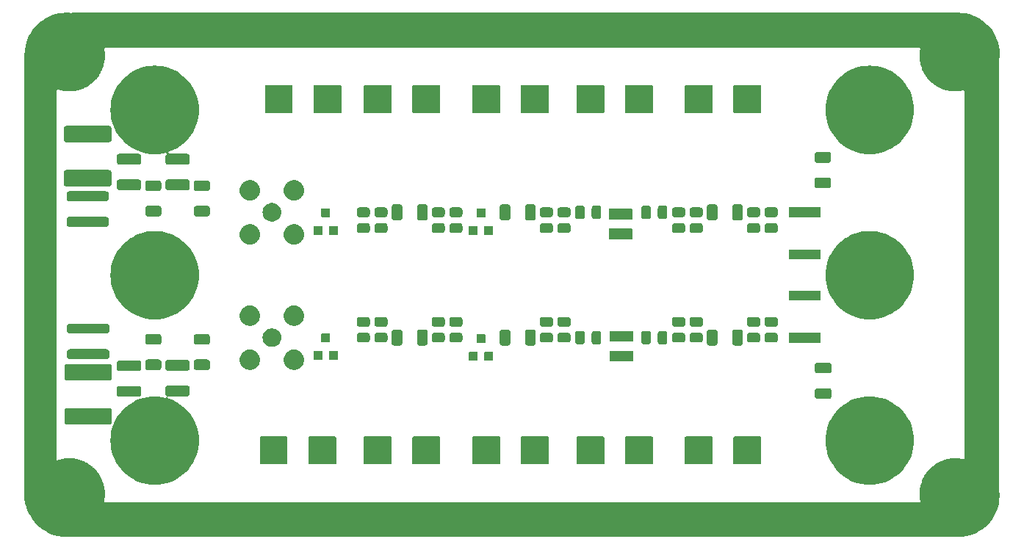
<source format=gbr>
%TF.GenerationSoftware,KiCad,Pcbnew,8.0.6*%
%TF.CreationDate,2024-11-13T10:13:59+01:00*%
%TF.ProjectId,5uH_LISN,3575485f-4c49-4534-9e2e-6b696361645f,V1 R0*%
%TF.SameCoordinates,Original*%
%TF.FileFunction,Soldermask,Bot*%
%TF.FilePolarity,Negative*%
%FSLAX46Y46*%
G04 Gerber Fmt 4.6, Leading zero omitted, Abs format (unit mm)*
G04 Created by KiCad (PCBNEW 8.0.6) date 2024-11-13 10:13:59*
%MOMM*%
%LPD*%
G01*
G04 APERTURE LIST*
G04 APERTURE END LIST*
G36*
X18753012Y17486099D02*
G01*
X18780082Y17483560D01*
X18782658Y17482659D01*
X18796686Y17481031D01*
X18832492Y17465221D01*
X18867509Y17452968D01*
X18878330Y17444982D01*
X18897541Y17436499D01*
X18919285Y17414755D01*
X18939117Y17400118D01*
X18953753Y17380287D01*
X18975499Y17358541D01*
X18983981Y17339330D01*
X18991967Y17328510D01*
X19004217Y17293500D01*
X19020031Y17257686D01*
X19021658Y17243657D01*
X19022559Y17241083D01*
X19025098Y17214003D01*
X19027999Y17189000D01*
X19027999Y17183074D01*
X19028000Y17183063D01*
X19028000Y16544938D01*
X19028000Y16538999D01*
X19025095Y16513962D01*
X19022559Y16486918D01*
X19021659Y16484347D01*
X19020031Y16470314D01*
X19004215Y16434497D01*
X18991967Y16399491D01*
X18983982Y16388674D01*
X18975499Y16369459D01*
X18953750Y16347711D01*
X18939117Y16327883D01*
X18919289Y16313250D01*
X18897541Y16291501D01*
X18878326Y16283018D01*
X18867509Y16275033D01*
X18832503Y16262785D01*
X18796686Y16246969D01*
X18782654Y16245342D01*
X18780082Y16244441D01*
X18753004Y16241902D01*
X18728000Y16239001D01*
X18722073Y16239001D01*
X18722063Y16239000D01*
X16493087Y16239000D01*
X16459958Y16023762D01*
X16744850Y15933936D01*
X17156029Y15763620D01*
X17550800Y15558115D01*
X17926158Y15318986D01*
X18279245Y15048052D01*
X18607376Y14747376D01*
X18908052Y14419245D01*
X19178986Y14066158D01*
X19418115Y13690800D01*
X19623620Y13296029D01*
X19793936Y12884850D01*
X19927767Y12460391D01*
X20024095Y12025884D01*
X20082187Y11584634D01*
X20101600Y11140000D01*
X20082187Y10695366D01*
X20024095Y10254116D01*
X19927767Y9819609D01*
X19793936Y9395150D01*
X19623620Y8983971D01*
X19418115Y8589200D01*
X19178986Y8213842D01*
X18908052Y7860755D01*
X18607376Y7532624D01*
X18279245Y7231948D01*
X17926158Y6961014D01*
X17550800Y6721885D01*
X17156029Y6516380D01*
X16744850Y6346064D01*
X16320391Y6212233D01*
X15885884Y6115905D01*
X15444634Y6057813D01*
X15000000Y6038400D01*
X14555366Y6057813D01*
X14114116Y6115905D01*
X13679609Y6212233D01*
X13255150Y6346064D01*
X12843971Y6516380D01*
X12449200Y6721885D01*
X12073842Y6961014D01*
X11720755Y7231948D01*
X11392624Y7532624D01*
X11091948Y7860755D01*
X10821014Y8213842D01*
X10581885Y8589200D01*
X10376380Y8983971D01*
X10206064Y9395150D01*
X10072233Y9819609D01*
X9975905Y10254116D01*
X9917813Y10695366D01*
X9898400Y11140000D01*
X9917813Y11584634D01*
X9975905Y12025884D01*
X10072233Y12460391D01*
X10206064Y12884850D01*
X10376380Y13296029D01*
X10581885Y13690800D01*
X10821014Y14066158D01*
X11091948Y14419245D01*
X11392624Y14747376D01*
X11720755Y15048052D01*
X12073842Y15318986D01*
X12449200Y15558115D01*
X12843971Y15763620D01*
X13255150Y15933936D01*
X13679609Y16067767D01*
X14114116Y16164095D01*
X14555366Y16222187D01*
X15000000Y16241600D01*
X15444634Y16222187D01*
X15885884Y16164095D01*
X16320391Y16067767D01*
X16321700Y16067355D01*
X16334737Y16064464D01*
X16419969Y16251802D01*
X16377674Y16283017D01*
X16358459Y16291501D01*
X16336711Y16313249D01*
X16316881Y16327884D01*
X16302244Y16347716D01*
X16280501Y16369459D01*
X16272018Y16388670D01*
X16264032Y16399491D01*
X16251779Y16434508D01*
X16235969Y16470314D01*
X16234341Y16484341D01*
X16233440Y16486918D01*
X16230899Y16514018D01*
X16228001Y16539000D01*
X16228000Y16544928D01*
X16228000Y16544938D01*
X16228000Y17183063D01*
X16228000Y17183064D01*
X16228000Y17189001D01*
X16230901Y17214011D01*
X16233440Y17241083D01*
X16234341Y17243660D01*
X16235969Y17257686D01*
X16251777Y17293490D01*
X16264032Y17328510D01*
X16272019Y17339333D01*
X16280501Y17358541D01*
X16302242Y17380283D01*
X16316882Y17400118D01*
X16336717Y17414758D01*
X16358459Y17436499D01*
X16377667Y17444981D01*
X16388490Y17452968D01*
X16423510Y17465223D01*
X16459314Y17481031D01*
X16473339Y17482659D01*
X16475917Y17483560D01*
X16503021Y17486102D01*
X16528000Y17488999D01*
X16533926Y17489000D01*
X16533937Y17489000D01*
X18722063Y17489000D01*
X18728001Y17489000D01*
X18753012Y17486099D01*
G37*
G36*
X97844634Y16222187D02*
G01*
X98285884Y16164095D01*
X98720391Y16067767D01*
X99144850Y15933936D01*
X99556029Y15763620D01*
X99950800Y15558115D01*
X100326158Y15318986D01*
X100679245Y15048052D01*
X101007376Y14747376D01*
X101308052Y14419245D01*
X101578986Y14066158D01*
X101818115Y13690800D01*
X102023620Y13296029D01*
X102193936Y12884850D01*
X102327767Y12460391D01*
X102424095Y12025884D01*
X102482187Y11584634D01*
X102501600Y11140000D01*
X102482187Y10695366D01*
X102424095Y10254116D01*
X102327767Y9819609D01*
X102193936Y9395150D01*
X102023620Y8983971D01*
X101818115Y8589200D01*
X101578986Y8213842D01*
X101308052Y7860755D01*
X101007376Y7532624D01*
X100679245Y7231948D01*
X100326158Y6961014D01*
X99950800Y6721885D01*
X99556029Y6516380D01*
X99144850Y6346064D01*
X98720391Y6212233D01*
X98285884Y6115905D01*
X97844634Y6057813D01*
X97400000Y6038400D01*
X96955366Y6057813D01*
X96514116Y6115905D01*
X96079609Y6212233D01*
X95655150Y6346064D01*
X95243971Y6516380D01*
X94849200Y6721885D01*
X94473842Y6961014D01*
X94120755Y7231948D01*
X93792624Y7532624D01*
X93491948Y7860755D01*
X93221014Y8213842D01*
X92981885Y8589200D01*
X92776380Y8983971D01*
X92606064Y9395150D01*
X92472233Y9819609D01*
X92375905Y10254116D01*
X92317813Y10695366D01*
X92298400Y11140000D01*
X92317813Y11584634D01*
X92375905Y12025884D01*
X92472233Y12460391D01*
X92606064Y12884850D01*
X92776380Y13296029D01*
X92981885Y13690800D01*
X93221014Y14066158D01*
X93491948Y14419245D01*
X93792624Y14747376D01*
X94120755Y15048052D01*
X94473842Y15318986D01*
X94849200Y15558115D01*
X95243971Y15763620D01*
X95655150Y15933936D01*
X96079609Y16067767D01*
X96514116Y16164095D01*
X96955366Y16222187D01*
X97400000Y16241600D01*
X97844634Y16222187D01*
G37*
G36*
X30238881Y11593866D02*
G01*
X30271842Y11571842D01*
X30293866Y11538881D01*
X30301600Y11500000D01*
X30301600Y8500000D01*
X30293866Y8461119D01*
X30271842Y8428158D01*
X30238881Y8406134D01*
X30200000Y8398400D01*
X27200000Y8398400D01*
X27161119Y8406134D01*
X27128158Y8428158D01*
X27106134Y8461119D01*
X27098400Y8500000D01*
X27098400Y11500000D01*
X27106134Y11538881D01*
X27128158Y11571842D01*
X27161119Y11593866D01*
X27200000Y11601600D01*
X30200000Y11601600D01*
X30238881Y11593866D01*
G37*
G36*
X35838881Y11593866D02*
G01*
X35871842Y11571842D01*
X35893866Y11538881D01*
X35901600Y11500000D01*
X35901600Y8500000D01*
X35893866Y8461119D01*
X35871842Y8428158D01*
X35838881Y8406134D01*
X35800000Y8398400D01*
X32800000Y8398400D01*
X32761119Y8406134D01*
X32728158Y8428158D01*
X32706134Y8461119D01*
X32698400Y8500000D01*
X32698400Y11500000D01*
X32706134Y11538881D01*
X32728158Y11571842D01*
X32761119Y11593866D01*
X32800000Y11601600D01*
X35800000Y11601600D01*
X35838881Y11593866D01*
G37*
G36*
X42238881Y11593866D02*
G01*
X42271842Y11571842D01*
X42293866Y11538881D01*
X42301600Y11500000D01*
X42301600Y8500000D01*
X42293866Y8461119D01*
X42271842Y8428158D01*
X42238881Y8406134D01*
X42200000Y8398400D01*
X39200000Y8398400D01*
X39161119Y8406134D01*
X39128158Y8428158D01*
X39106134Y8461119D01*
X39098400Y8500000D01*
X39098400Y11500000D01*
X39106134Y11538881D01*
X39128158Y11571842D01*
X39161119Y11593866D01*
X39200000Y11601600D01*
X42200000Y11601600D01*
X42238881Y11593866D01*
G37*
G36*
X47838881Y11593866D02*
G01*
X47871842Y11571842D01*
X47893866Y11538881D01*
X47901600Y11500000D01*
X47901600Y8500000D01*
X47893866Y8461119D01*
X47871842Y8428158D01*
X47838881Y8406134D01*
X47800000Y8398400D01*
X44800000Y8398400D01*
X44761119Y8406134D01*
X44728158Y8428158D01*
X44706134Y8461119D01*
X44698400Y8500000D01*
X44698400Y11500000D01*
X44706134Y11538881D01*
X44728158Y11571842D01*
X44761119Y11593866D01*
X44800000Y11601600D01*
X47800000Y11601600D01*
X47838881Y11593866D01*
G37*
G36*
X54738881Y11593866D02*
G01*
X54771842Y11571842D01*
X54793866Y11538881D01*
X54801600Y11500000D01*
X54801600Y8500000D01*
X54793866Y8461119D01*
X54771842Y8428158D01*
X54738881Y8406134D01*
X54700000Y8398400D01*
X51700000Y8398400D01*
X51661119Y8406134D01*
X51628158Y8428158D01*
X51606134Y8461119D01*
X51598400Y8500000D01*
X51598400Y11500000D01*
X51606134Y11538881D01*
X51628158Y11571842D01*
X51661119Y11593866D01*
X51700000Y11601600D01*
X54700000Y11601600D01*
X54738881Y11593866D01*
G37*
G36*
X60338881Y11593866D02*
G01*
X60371842Y11571842D01*
X60393866Y11538881D01*
X60401600Y11500000D01*
X60401600Y8500000D01*
X60393866Y8461119D01*
X60371842Y8428158D01*
X60338881Y8406134D01*
X60300000Y8398400D01*
X57300000Y8398400D01*
X57261119Y8406134D01*
X57228158Y8428158D01*
X57206134Y8461119D01*
X57198400Y8500000D01*
X57198400Y11500000D01*
X57206134Y11538881D01*
X57228158Y11571842D01*
X57261119Y11593866D01*
X57300000Y11601600D01*
X60300000Y11601600D01*
X60338881Y11593866D01*
G37*
G36*
X66738881Y11593866D02*
G01*
X66771842Y11571842D01*
X66793866Y11538881D01*
X66801600Y11500000D01*
X66801600Y8500000D01*
X66793866Y8461119D01*
X66771842Y8428158D01*
X66738881Y8406134D01*
X66700000Y8398400D01*
X63700000Y8398400D01*
X63661119Y8406134D01*
X63628158Y8428158D01*
X63606134Y8461119D01*
X63598400Y8500000D01*
X63598400Y11500000D01*
X63606134Y11538881D01*
X63628158Y11571842D01*
X63661119Y11593866D01*
X63700000Y11601600D01*
X66700000Y11601600D01*
X66738881Y11593866D01*
G37*
G36*
X72338881Y11593866D02*
G01*
X72371842Y11571842D01*
X72393866Y11538881D01*
X72401600Y11500000D01*
X72401600Y8500000D01*
X72393866Y8461119D01*
X72371842Y8428158D01*
X72338881Y8406134D01*
X72300000Y8398400D01*
X69300000Y8398400D01*
X69261119Y8406134D01*
X69228158Y8428158D01*
X69206134Y8461119D01*
X69198400Y8500000D01*
X69198400Y11500000D01*
X69206134Y11538881D01*
X69228158Y11571842D01*
X69261119Y11593866D01*
X69300000Y11601600D01*
X72300000Y11601600D01*
X72338881Y11593866D01*
G37*
G36*
X79238881Y11593866D02*
G01*
X79271842Y11571842D01*
X79293866Y11538881D01*
X79301600Y11500000D01*
X79301600Y8500000D01*
X79293866Y8461119D01*
X79271842Y8428158D01*
X79238881Y8406134D01*
X79200000Y8398400D01*
X76200000Y8398400D01*
X76161119Y8406134D01*
X76128158Y8428158D01*
X76106134Y8461119D01*
X76098400Y8500000D01*
X76098400Y11500000D01*
X76106134Y11538881D01*
X76128158Y11571842D01*
X76161119Y11593866D01*
X76200000Y11601600D01*
X79200000Y11601600D01*
X79238881Y11593866D01*
G37*
G36*
X84838881Y11593866D02*
G01*
X84871842Y11571842D01*
X84893866Y11538881D01*
X84901600Y11500000D01*
X84901600Y8500000D01*
X84893866Y8461119D01*
X84871842Y8428158D01*
X84838881Y8406134D01*
X84800000Y8398400D01*
X81800000Y8398400D01*
X81761119Y8406134D01*
X81728158Y8428158D01*
X81706134Y8461119D01*
X81698400Y8500000D01*
X81698400Y11500000D01*
X81706134Y11538881D01*
X81728158Y11571842D01*
X81761119Y11593866D01*
X81800000Y11601600D01*
X84800000Y11601600D01*
X84838881Y11593866D01*
G37*
G36*
X9799018Y14874098D02*
G01*
X9826079Y14871560D01*
X9828654Y14870659D01*
X9842685Y14869031D01*
X9878502Y14853216D01*
X9913511Y14840966D01*
X9924329Y14832982D01*
X9943541Y14824499D01*
X9965281Y14802759D01*
X9985118Y14788119D01*
X9999757Y14768283D01*
X10021499Y14746541D01*
X10029981Y14727330D01*
X10037965Y14716512D01*
X10050213Y14681509D01*
X10066031Y14645685D01*
X10067659Y14631653D01*
X10068559Y14629081D01*
X10071093Y14602053D01*
X10074000Y14577000D01*
X10074000Y13277000D01*
X10071092Y13251937D01*
X10068559Y13224921D01*
X10067659Y13222351D01*
X10066031Y13208315D01*
X10050209Y13172482D01*
X10037965Y13137491D01*
X10029985Y13126679D01*
X10021499Y13107459D01*
X9999750Y13085711D01*
X9985117Y13065882D01*
X9965286Y13051247D01*
X9943541Y13029501D01*
X9924326Y13021017D01*
X9913511Y13013035D01*
X9878512Y13000789D01*
X9842685Y12984969D01*
X9828651Y12983341D01*
X9826080Y12982441D01*
X9799056Y12979908D01*
X9774000Y12977000D01*
X4874000Y12977000D01*
X4848941Y12979908D01*
X4821920Y12982441D01*
X4819348Y12983341D01*
X4805315Y12984969D01*
X4769490Y13000788D01*
X4734488Y13013035D01*
X4723670Y13021019D01*
X4704459Y13029501D01*
X4682717Y13051243D01*
X4662881Y13065882D01*
X4648241Y13085719D01*
X4626501Y13107459D01*
X4618018Y13126671D01*
X4610034Y13137489D01*
X4597783Y13172499D01*
X4581969Y13208315D01*
X4580341Y13222345D01*
X4579440Y13224920D01*
X4576901Y13251989D01*
X4574000Y13277000D01*
X4574000Y14577000D01*
X4576902Y14602014D01*
X4579440Y14629080D01*
X4580341Y14631656D01*
X4581969Y14645685D01*
X4597782Y14681500D01*
X4610034Y14716512D01*
X4618019Y14727333D01*
X4626501Y14746541D01*
X4648238Y14768279D01*
X4662881Y14788119D01*
X4682721Y14802762D01*
X4704459Y14824499D01*
X4723667Y14832981D01*
X4734488Y14840966D01*
X4769502Y14853219D01*
X4805315Y14869031D01*
X4819342Y14870659D01*
X4821919Y14871560D01*
X4848992Y14874099D01*
X4874000Y14877000D01*
X9774000Y14877000D01*
X9799018Y14874098D01*
G37*
G36*
X92717012Y17181099D02*
G01*
X92744082Y17178560D01*
X92746658Y17177659D01*
X92760686Y17176031D01*
X92796492Y17160221D01*
X92831509Y17147968D01*
X92842330Y17139982D01*
X92861541Y17131499D01*
X92883285Y17109755D01*
X92903117Y17095118D01*
X92917753Y17075287D01*
X92939499Y17053541D01*
X92947981Y17034330D01*
X92955967Y17023510D01*
X92968217Y16988500D01*
X92984031Y16952686D01*
X92985658Y16938657D01*
X92986559Y16936083D01*
X92989098Y16909003D01*
X92991999Y16884000D01*
X92991999Y16878074D01*
X92992000Y16878063D01*
X92992000Y16544938D01*
X92992000Y16233999D01*
X92989095Y16208962D01*
X92986559Y16181918D01*
X92985659Y16179347D01*
X92984031Y16165314D01*
X92968215Y16129497D01*
X92955967Y16094491D01*
X92947982Y16083674D01*
X92939499Y16064459D01*
X92917750Y16042711D01*
X92903117Y16022883D01*
X92883289Y16008250D01*
X92861541Y15986501D01*
X92842326Y15978018D01*
X92831509Y15970033D01*
X92796503Y15957785D01*
X92760686Y15941969D01*
X92746654Y15940342D01*
X92744082Y15939441D01*
X92717004Y15936902D01*
X92692000Y15934001D01*
X92686073Y15934001D01*
X92686063Y15934000D01*
X91397937Y15934000D01*
X91397936Y15934001D01*
X91391999Y15934000D01*
X91366965Y15936905D01*
X91339917Y15939441D01*
X91337344Y15940342D01*
X91323314Y15941969D01*
X91287500Y15957783D01*
X91252490Y15970033D01*
X91241670Y15978019D01*
X91222459Y15986501D01*
X91200713Y16008247D01*
X91180882Y16022883D01*
X91166245Y16042715D01*
X91144501Y16064459D01*
X91136018Y16083670D01*
X91128032Y16094491D01*
X91115779Y16129508D01*
X91099969Y16165314D01*
X91098341Y16179341D01*
X91097440Y16181918D01*
X91094899Y16209018D01*
X91092001Y16234000D01*
X91092000Y16239928D01*
X91092000Y16239938D01*
X91092000Y16878063D01*
X91092000Y16878064D01*
X91092000Y16884001D01*
X91094901Y16909011D01*
X91097440Y16936083D01*
X91098341Y16938660D01*
X91099969Y16952686D01*
X91115777Y16988490D01*
X91128032Y17023510D01*
X91136019Y17034333D01*
X91144501Y17053541D01*
X91166242Y17075283D01*
X91180882Y17095118D01*
X91200717Y17109758D01*
X91222459Y17131499D01*
X91241667Y17139981D01*
X91252490Y17147968D01*
X91287510Y17160223D01*
X91323314Y17176031D01*
X91337339Y17177659D01*
X91339917Y17178560D01*
X91367021Y17181102D01*
X91392000Y17183999D01*
X91397926Y17184000D01*
X91397937Y17184000D01*
X92686063Y17184000D01*
X92692001Y17184000D01*
X92717012Y17181099D01*
G37*
G36*
X13153012Y17436099D02*
G01*
X13180082Y17433560D01*
X13182658Y17432659D01*
X13196686Y17431031D01*
X13232492Y17415221D01*
X13267509Y17402968D01*
X13278330Y17394982D01*
X13297541Y17386499D01*
X13319285Y17364755D01*
X13339117Y17350118D01*
X13353753Y17330287D01*
X13375499Y17308541D01*
X13383981Y17289330D01*
X13391967Y17278510D01*
X13404217Y17243500D01*
X13420031Y17207686D01*
X13421658Y17193657D01*
X13422559Y17191083D01*
X13425098Y17164003D01*
X13427999Y17139000D01*
X13427999Y17133074D01*
X13428000Y17133063D01*
X13428000Y16544938D01*
X13428000Y16488999D01*
X13425095Y16463962D01*
X13422559Y16436918D01*
X13421659Y16434347D01*
X13420031Y16420314D01*
X13404215Y16384497D01*
X13391967Y16349491D01*
X13383982Y16338674D01*
X13375499Y16319459D01*
X13353750Y16297711D01*
X13339117Y16277883D01*
X13319289Y16263250D01*
X13297541Y16241501D01*
X13278326Y16233018D01*
X13267509Y16225033D01*
X13232503Y16212785D01*
X13196686Y16196969D01*
X13182654Y16195342D01*
X13180082Y16194441D01*
X13153004Y16191902D01*
X13128000Y16189001D01*
X13122073Y16189001D01*
X13122063Y16189000D01*
X10933937Y16189000D01*
X10933936Y16189001D01*
X10927999Y16189000D01*
X10902965Y16191905D01*
X10875917Y16194441D01*
X10873344Y16195342D01*
X10859314Y16196969D01*
X10823500Y16212783D01*
X10788490Y16225033D01*
X10777670Y16233019D01*
X10758459Y16241501D01*
X10736713Y16263247D01*
X10716882Y16277883D01*
X10702245Y16297715D01*
X10680501Y16319459D01*
X10672018Y16338670D01*
X10664032Y16349491D01*
X10651779Y16384508D01*
X10635969Y16420314D01*
X10634341Y16434341D01*
X10633440Y16436918D01*
X10630899Y16464018D01*
X10628001Y16489000D01*
X10628000Y16494928D01*
X10628000Y16494938D01*
X10628000Y17133063D01*
X10628000Y17133064D01*
X10628000Y17139001D01*
X10630901Y17164011D01*
X10633440Y17191083D01*
X10634341Y17193660D01*
X10635969Y17207686D01*
X10651777Y17243490D01*
X10664032Y17278510D01*
X10672019Y17289333D01*
X10680501Y17308541D01*
X10702242Y17330283D01*
X10716882Y17350118D01*
X10736717Y17364758D01*
X10758459Y17386499D01*
X10777667Y17394981D01*
X10788490Y17402968D01*
X10823510Y17415223D01*
X10859314Y17431031D01*
X10873339Y17432659D01*
X10875917Y17433560D01*
X10903021Y17436102D01*
X10928000Y17438999D01*
X10933926Y17439000D01*
X10933937Y17439000D01*
X13122063Y17439000D01*
X13128001Y17439000D01*
X13153012Y17436099D01*
G37*
G36*
X9799018Y19974098D02*
G01*
X9826079Y19971560D01*
X9828654Y19970659D01*
X9842685Y19969031D01*
X9878502Y19953216D01*
X9913511Y19940966D01*
X9924329Y19932982D01*
X9943541Y19924499D01*
X9965281Y19902759D01*
X9985118Y19888119D01*
X9999757Y19868283D01*
X10021499Y19846541D01*
X10029981Y19827330D01*
X10037965Y19816512D01*
X10050213Y19781509D01*
X10066031Y19745685D01*
X10067659Y19731653D01*
X10068559Y19729081D01*
X10071093Y19702053D01*
X10074000Y19677000D01*
X10074000Y18377000D01*
X10071092Y18351937D01*
X10068559Y18324921D01*
X10067659Y18322351D01*
X10066031Y18308315D01*
X10050211Y18272487D01*
X10037965Y18237489D01*
X10029982Y18226674D01*
X10021499Y18207459D01*
X9999755Y18185716D01*
X9985118Y18165882D01*
X9965284Y18151245D01*
X9943541Y18129501D01*
X9924326Y18121018D01*
X9913511Y18113035D01*
X9878512Y18100789D01*
X9842685Y18084969D01*
X9828651Y18083341D01*
X9826080Y18082441D01*
X9799056Y18079908D01*
X9774000Y18077000D01*
X4874000Y18077000D01*
X4848941Y18079908D01*
X4821920Y18082441D01*
X4819348Y18083341D01*
X4805315Y18084969D01*
X4769490Y18100788D01*
X4734488Y18113035D01*
X4723670Y18121019D01*
X4704459Y18129501D01*
X4682717Y18151243D01*
X4662881Y18165882D01*
X4648241Y18185719D01*
X4626501Y18207459D01*
X4618018Y18226671D01*
X4610034Y18237489D01*
X4597783Y18272499D01*
X4581969Y18308315D01*
X4580341Y18322345D01*
X4579440Y18324920D01*
X4576901Y18351989D01*
X4574000Y18377000D01*
X4574000Y19677000D01*
X4576902Y19702014D01*
X4579440Y19729080D01*
X4580341Y19731656D01*
X4581969Y19745685D01*
X4597782Y19781500D01*
X4610034Y19816512D01*
X4618019Y19827333D01*
X4626501Y19846541D01*
X4648238Y19868279D01*
X4662881Y19888119D01*
X4682721Y19902762D01*
X4704459Y19924499D01*
X4723667Y19932981D01*
X4734488Y19940966D01*
X4769502Y19953219D01*
X4805315Y19969031D01*
X4819342Y19970659D01*
X4821919Y19971560D01*
X4848992Y19974099D01*
X4874000Y19977000D01*
X9774000Y19977000D01*
X9799018Y19974098D01*
G37*
G36*
X92717012Y20131099D02*
G01*
X92744082Y20128560D01*
X92746658Y20127659D01*
X92760686Y20126031D01*
X92796492Y20110221D01*
X92831509Y20097968D01*
X92842330Y20089982D01*
X92861541Y20081499D01*
X92883285Y20059755D01*
X92903117Y20045118D01*
X92917753Y20025287D01*
X92939499Y20003541D01*
X92947981Y19984330D01*
X92955967Y19973510D01*
X92968217Y19938500D01*
X92984031Y19902686D01*
X92985658Y19888657D01*
X92986559Y19886083D01*
X92989098Y19859003D01*
X92991999Y19834000D01*
X92991999Y19828074D01*
X92992000Y19828063D01*
X92992000Y19495313D01*
X92992000Y19183999D01*
X92989095Y19158962D01*
X92986559Y19131918D01*
X92985659Y19129347D01*
X92984031Y19115314D01*
X92968215Y19079497D01*
X92955967Y19044491D01*
X92947982Y19033674D01*
X92939499Y19014459D01*
X92917750Y18992711D01*
X92903117Y18972883D01*
X92883289Y18958250D01*
X92861541Y18936501D01*
X92842326Y18928018D01*
X92831509Y18920033D01*
X92796503Y18907785D01*
X92760686Y18891969D01*
X92746654Y18890342D01*
X92744082Y18889441D01*
X92717004Y18886902D01*
X92692000Y18884001D01*
X92686073Y18884001D01*
X92686063Y18884000D01*
X91397937Y18884000D01*
X91397936Y18884001D01*
X91391999Y18884000D01*
X91366965Y18886905D01*
X91339917Y18889441D01*
X91337344Y18890342D01*
X91323314Y18891969D01*
X91287500Y18907783D01*
X91252490Y18920033D01*
X91241670Y18928019D01*
X91222459Y18936501D01*
X91200713Y18958247D01*
X91180882Y18972883D01*
X91166245Y18992715D01*
X91144501Y19014459D01*
X91136018Y19033670D01*
X91128032Y19044491D01*
X91115779Y19079508D01*
X91099969Y19115314D01*
X91098341Y19129341D01*
X91097440Y19131918D01*
X91094899Y19159018D01*
X91092001Y19184000D01*
X91092000Y19189928D01*
X91092000Y19189938D01*
X91092000Y19828063D01*
X91092000Y19828064D01*
X91092000Y19834001D01*
X91094901Y19859011D01*
X91097440Y19886083D01*
X91098341Y19888660D01*
X91099969Y19902686D01*
X91115777Y19938490D01*
X91128032Y19973510D01*
X91136019Y19984333D01*
X91144501Y20003541D01*
X91166242Y20025283D01*
X91180882Y20045118D01*
X91200717Y20059758D01*
X91222459Y20081499D01*
X91241667Y20089981D01*
X91252490Y20097968D01*
X91287510Y20110223D01*
X91323314Y20126031D01*
X91337339Y20127659D01*
X91339917Y20128560D01*
X91367021Y20131102D01*
X91392000Y20133999D01*
X91397926Y20134000D01*
X91397937Y20134000D01*
X92686063Y20134000D01*
X92692001Y20134000D01*
X92717012Y20131099D01*
G37*
G36*
X13153012Y20386099D02*
G01*
X13180082Y20383560D01*
X13182658Y20382659D01*
X13196686Y20381031D01*
X13232492Y20365221D01*
X13267509Y20352968D01*
X13278330Y20344982D01*
X13297541Y20336499D01*
X13319285Y20314755D01*
X13339117Y20300118D01*
X13353753Y20280287D01*
X13375499Y20258541D01*
X13383981Y20239330D01*
X13391967Y20228510D01*
X13404217Y20193500D01*
X13420031Y20157686D01*
X13421658Y20143657D01*
X13422559Y20141083D01*
X13425098Y20114003D01*
X13427999Y20089000D01*
X13427999Y20083074D01*
X13428000Y20083063D01*
X13428000Y19745685D01*
X13428000Y19438999D01*
X13425095Y19413962D01*
X13422559Y19386918D01*
X13421659Y19384347D01*
X13420031Y19370314D01*
X13404215Y19334497D01*
X13391967Y19299491D01*
X13383982Y19288674D01*
X13375499Y19269459D01*
X13353750Y19247711D01*
X13339117Y19227883D01*
X13319289Y19213250D01*
X13297541Y19191501D01*
X13278326Y19183018D01*
X13267509Y19175033D01*
X13232503Y19162785D01*
X13196686Y19146969D01*
X13182654Y19145342D01*
X13180082Y19144441D01*
X13153004Y19141902D01*
X13128000Y19139001D01*
X13122073Y19139001D01*
X13122063Y19139000D01*
X10933937Y19139000D01*
X10933936Y19139001D01*
X10927999Y19139000D01*
X10902965Y19141905D01*
X10875917Y19144441D01*
X10873344Y19145342D01*
X10859314Y19146969D01*
X10823500Y19162783D01*
X10788490Y19175033D01*
X10777670Y19183019D01*
X10758459Y19191501D01*
X10736713Y19213247D01*
X10716882Y19227883D01*
X10702245Y19247715D01*
X10680501Y19269459D01*
X10672018Y19288670D01*
X10664032Y19299491D01*
X10651779Y19334508D01*
X10635969Y19370314D01*
X10634341Y19384341D01*
X10633440Y19386918D01*
X10630899Y19414018D01*
X10628001Y19439000D01*
X10628000Y19444928D01*
X10628000Y19444938D01*
X10628000Y20083063D01*
X10628000Y20083064D01*
X10628000Y20089001D01*
X10630901Y20114011D01*
X10633440Y20141083D01*
X10634341Y20143660D01*
X10635969Y20157686D01*
X10651777Y20193490D01*
X10664032Y20228510D01*
X10672019Y20239333D01*
X10680501Y20258541D01*
X10702242Y20280283D01*
X10716882Y20300118D01*
X10736717Y20314758D01*
X10758459Y20336499D01*
X10777667Y20344981D01*
X10788490Y20352968D01*
X10823510Y20365223D01*
X10859314Y20381031D01*
X10873339Y20382659D01*
X10875917Y20383560D01*
X10903021Y20386102D01*
X10928000Y20388999D01*
X10933926Y20389000D01*
X10933937Y20389000D01*
X13122063Y20389000D01*
X13128001Y20389000D01*
X13153012Y20386099D01*
G37*
G36*
X18753012Y20436099D02*
G01*
X18780082Y20433560D01*
X18782658Y20432659D01*
X18796686Y20431031D01*
X18832492Y20415221D01*
X18867509Y20402968D01*
X18878330Y20394982D01*
X18897541Y20386499D01*
X18919285Y20364755D01*
X18939117Y20350118D01*
X18953753Y20330287D01*
X18975499Y20308541D01*
X18983981Y20289330D01*
X18991967Y20278510D01*
X19004217Y20243500D01*
X19020031Y20207686D01*
X19021658Y20193657D01*
X19022559Y20191083D01*
X19025098Y20164003D01*
X19027999Y20139000D01*
X19027999Y20133074D01*
X19028000Y20133063D01*
X19028000Y19745685D01*
X19028000Y19488999D01*
X19025095Y19463962D01*
X19022559Y19436918D01*
X19021659Y19434347D01*
X19020031Y19420314D01*
X19004215Y19384497D01*
X18991967Y19349491D01*
X18983982Y19338674D01*
X18975499Y19319459D01*
X18953750Y19297711D01*
X18939117Y19277883D01*
X18919289Y19263250D01*
X18897541Y19241501D01*
X18878326Y19233018D01*
X18867509Y19225033D01*
X18832503Y19212785D01*
X18796686Y19196969D01*
X18782654Y19195342D01*
X18780082Y19194441D01*
X18753004Y19191902D01*
X18728000Y19189001D01*
X18722073Y19189001D01*
X18722063Y19189000D01*
X16533937Y19189000D01*
X16533936Y19189001D01*
X16527999Y19189000D01*
X16502965Y19191905D01*
X16475917Y19194441D01*
X16473344Y19195342D01*
X16459314Y19196969D01*
X16423500Y19212783D01*
X16388490Y19225033D01*
X16377670Y19233019D01*
X16358459Y19241501D01*
X16336713Y19263247D01*
X16316882Y19277883D01*
X16302245Y19297715D01*
X16280501Y19319459D01*
X16272018Y19338670D01*
X16264032Y19349491D01*
X16251779Y19384508D01*
X16235969Y19420314D01*
X16234341Y19434341D01*
X16233440Y19436918D01*
X16230899Y19464018D01*
X16228001Y19489000D01*
X16228000Y19494928D01*
X16228000Y19494938D01*
X16228000Y20133063D01*
X16228000Y20133064D01*
X16228000Y20139001D01*
X16230901Y20164011D01*
X16233440Y20191083D01*
X16234341Y20193660D01*
X16235969Y20207686D01*
X16251777Y20243490D01*
X16264032Y20278510D01*
X16272019Y20289333D01*
X16280501Y20308541D01*
X16302242Y20330283D01*
X16316882Y20350118D01*
X16336717Y20364758D01*
X16358459Y20386499D01*
X16377667Y20394981D01*
X16388490Y20402968D01*
X16423510Y20415223D01*
X16459314Y20431031D01*
X16473339Y20432659D01*
X16475917Y20433560D01*
X16503021Y20436102D01*
X16528000Y20438999D01*
X16533926Y20439000D01*
X16533937Y20439000D01*
X18722063Y20439000D01*
X18728001Y20439000D01*
X18753012Y20436099D01*
G37*
G36*
X15478012Y20486099D02*
G01*
X15505084Y20483560D01*
X15507660Y20482659D01*
X15521687Y20481031D01*
X15557496Y20465220D01*
X15592510Y20452968D01*
X15603329Y20444984D01*
X15622542Y20436500D01*
X15644287Y20414755D01*
X15664118Y20400119D01*
X15678753Y20380289D01*
X15700500Y20358542D01*
X15708983Y20339329D01*
X15716967Y20328511D01*
X15729216Y20293504D01*
X15745031Y20257687D01*
X15746658Y20243659D01*
X15747559Y20241085D01*
X15750098Y20214003D01*
X15752999Y20189002D01*
X15752999Y20183076D01*
X15753000Y20183065D01*
X15753000Y19872743D01*
X15753000Y19563997D01*
X15750095Y19538962D01*
X15747559Y19511916D01*
X15746658Y19509344D01*
X15745031Y19495313D01*
X15729215Y19459493D01*
X15716967Y19424490D01*
X15708984Y19413675D01*
X15700500Y19394458D01*
X15678750Y19372709D01*
X15664118Y19352882D01*
X15644291Y19338250D01*
X15622542Y19316500D01*
X15603325Y19308016D01*
X15592510Y19300033D01*
X15557507Y19287785D01*
X15521687Y19271969D01*
X15507657Y19270342D01*
X15505084Y19269441D01*
X15478004Y19266902D01*
X15453002Y19264001D01*
X15447075Y19264001D01*
X15447065Y19264000D01*
X14208935Y19264000D01*
X14208934Y19264001D01*
X14202997Y19264000D01*
X14177965Y19266905D01*
X14150915Y19269441D01*
X14148342Y19270342D01*
X14134313Y19271969D01*
X14098496Y19287784D01*
X14063489Y19300033D01*
X14052671Y19308017D01*
X14033458Y19316500D01*
X14011711Y19338247D01*
X13991881Y19352882D01*
X13977245Y19372713D01*
X13955500Y19394458D01*
X13947016Y19413671D01*
X13939032Y19424490D01*
X13926780Y19459504D01*
X13910969Y19495313D01*
X13909341Y19509339D01*
X13908440Y19511916D01*
X13905898Y19539018D01*
X13903001Y19563998D01*
X13903000Y19569926D01*
X13903000Y19569936D01*
X13903000Y20183065D01*
X13903000Y20183066D01*
X13903000Y20189003D01*
X13905901Y20214011D01*
X13908440Y20241085D01*
X13909341Y20243663D01*
X13910969Y20257687D01*
X13926778Y20293493D01*
X13939032Y20328511D01*
X13947017Y20339332D01*
X13955500Y20358542D01*
X13977242Y20380285D01*
X13991881Y20400119D01*
X14011715Y20414758D01*
X14033458Y20436500D01*
X14052668Y20444983D01*
X14063489Y20452968D01*
X14098507Y20465222D01*
X14134313Y20481031D01*
X14148336Y20482658D01*
X14150915Y20483560D01*
X14178021Y20486102D01*
X14202998Y20488999D01*
X14208924Y20489000D01*
X14208935Y20489000D01*
X15447065Y20489000D01*
X15453003Y20489000D01*
X15478012Y20486099D01*
G37*
G36*
X21078012Y20486099D02*
G01*
X21105084Y20483560D01*
X21107660Y20482659D01*
X21121687Y20481031D01*
X21157496Y20465220D01*
X21192510Y20452968D01*
X21203329Y20444984D01*
X21222542Y20436500D01*
X21244287Y20414755D01*
X21264118Y20400119D01*
X21278753Y20380289D01*
X21300500Y20358542D01*
X21308983Y20339329D01*
X21316967Y20328511D01*
X21329216Y20293504D01*
X21345031Y20257687D01*
X21346658Y20243659D01*
X21347559Y20241085D01*
X21350098Y20214003D01*
X21352999Y20189002D01*
X21352999Y20183076D01*
X21353000Y20183065D01*
X21353000Y19872743D01*
X21353000Y19563997D01*
X21350095Y19538962D01*
X21347559Y19511916D01*
X21346658Y19509344D01*
X21345031Y19495313D01*
X21329215Y19459493D01*
X21316967Y19424490D01*
X21308984Y19413675D01*
X21300500Y19394458D01*
X21278750Y19372709D01*
X21264118Y19352882D01*
X21244291Y19338250D01*
X21222542Y19316500D01*
X21203325Y19308016D01*
X21192510Y19300033D01*
X21157507Y19287785D01*
X21121687Y19271969D01*
X21107657Y19270342D01*
X21105084Y19269441D01*
X21078004Y19266902D01*
X21053002Y19264001D01*
X21047075Y19264001D01*
X21047065Y19264000D01*
X19808935Y19264000D01*
X19808934Y19264001D01*
X19802997Y19264000D01*
X19777965Y19266905D01*
X19750915Y19269441D01*
X19748342Y19270342D01*
X19734313Y19271969D01*
X19698496Y19287784D01*
X19663489Y19300033D01*
X19652671Y19308017D01*
X19633458Y19316500D01*
X19611711Y19338247D01*
X19591881Y19352882D01*
X19577245Y19372713D01*
X19555500Y19394458D01*
X19547016Y19413671D01*
X19539032Y19424490D01*
X19526780Y19459504D01*
X19510969Y19495313D01*
X19509341Y19509339D01*
X19508440Y19511916D01*
X19505898Y19539018D01*
X19503001Y19563998D01*
X19503000Y19569926D01*
X19503000Y19569936D01*
X19503000Y20183065D01*
X19503000Y20183066D01*
X19503000Y20189003D01*
X19505901Y20214011D01*
X19508440Y20241085D01*
X19509341Y20243663D01*
X19510969Y20257687D01*
X19526778Y20293493D01*
X19539032Y20328511D01*
X19547017Y20339332D01*
X19555500Y20358542D01*
X19577242Y20380285D01*
X19591881Y20400119D01*
X19611715Y20414758D01*
X19633458Y20436500D01*
X19652668Y20444983D01*
X19663489Y20452968D01*
X19698507Y20465222D01*
X19734313Y20481031D01*
X19748336Y20482658D01*
X19750915Y20483560D01*
X19778021Y20486102D01*
X19802998Y20488999D01*
X19808924Y20489000D01*
X19808935Y20489000D01*
X21047065Y20489000D01*
X21053003Y20489000D01*
X21078012Y20486099D01*
G37*
G36*
X26011745Y21629988D02*
G01*
X26068415Y21629988D01*
X26118269Y21620669D01*
X26163951Y21616672D01*
X26220025Y21601647D01*
X26281554Y21590145D01*
X26323286Y21573979D01*
X26361711Y21563682D01*
X26419875Y21536560D01*
X26483743Y21511817D01*
X26516711Y21491404D01*
X26547257Y21477160D01*
X26604882Y21436811D01*
X26668096Y21397670D01*
X26692323Y21375584D01*
X26714962Y21359732D01*
X26769120Y21305574D01*
X26828335Y21251592D01*
X26844475Y21230219D01*
X26859730Y21214964D01*
X26907306Y21147018D01*
X26959005Y21078558D01*
X26968268Y21059955D01*
X26977160Y21047256D01*
X27015023Y20966059D01*
X27055655Y20884459D01*
X27059694Y20870261D01*
X27063681Y20861712D01*
X27088807Y20767938D01*
X27114993Y20675906D01*
X27115799Y20667206D01*
X27116671Y20663952D01*
X27126304Y20553840D01*
X27135000Y20460000D01*
X27126303Y20366153D01*
X27116671Y20256049D01*
X27115799Y20252797D01*
X27114993Y20244094D01*
X27088803Y20152047D01*
X27063681Y20058289D01*
X27059695Y20049743D01*
X27055655Y20035541D01*
X27015015Y19953926D01*
X26977159Y19872743D01*
X26968269Y19860048D01*
X26959005Y19841442D01*
X26907301Y19772977D01*
X26859731Y19705038D01*
X26844479Y19689787D01*
X26828335Y19668408D01*
X26769109Y19614417D01*
X26714962Y19560269D01*
X26692328Y19544421D01*
X26668096Y19522330D01*
X26604870Y19483183D01*
X26547257Y19442841D01*
X26516718Y19428601D01*
X26483743Y19408183D01*
X26419863Y19383436D01*
X26361711Y19356319D01*
X26323294Y19346026D01*
X26281554Y19329855D01*
X26220013Y19318351D01*
X26163951Y19303329D01*
X26118279Y19299334D01*
X26068415Y19290012D01*
X26011734Y19290012D01*
X25960000Y19285486D01*
X25908266Y19290012D01*
X25851585Y19290012D01*
X25801721Y19299334D01*
X25756048Y19303329D01*
X25699983Y19318352D01*
X25638446Y19329855D01*
X25596707Y19346025D01*
X25558288Y19356319D01*
X25500130Y19383439D01*
X25436257Y19408183D01*
X25403284Y19428599D01*
X25372742Y19442841D01*
X25315121Y19483188D01*
X25251904Y19522330D01*
X25227675Y19544418D01*
X25205037Y19560269D01*
X25150879Y19614427D01*
X25091665Y19668408D01*
X25075524Y19689782D01*
X25060268Y19705038D01*
X25012684Y19772995D01*
X24960995Y19841442D01*
X24951733Y19860043D01*
X24942840Y19872743D01*
X24904969Y19953958D01*
X24864345Y20035541D01*
X24860305Y20049737D01*
X24856318Y20058289D01*
X24831179Y20152107D01*
X24805007Y20244094D01*
X24804201Y20252791D01*
X24803328Y20256049D01*
X24793678Y20366346D01*
X24785000Y20460000D01*
X24793677Y20553647D01*
X24803328Y20663952D01*
X24804201Y20667212D01*
X24805007Y20675906D01*
X24831174Y20767878D01*
X24856318Y20861712D01*
X24860306Y20870266D01*
X24864345Y20884459D01*
X24904961Y20966028D01*
X24942839Y21047256D01*
X24951733Y21059960D01*
X24960995Y21078558D01*
X25012679Y21147000D01*
X25060269Y21214964D01*
X25075527Y21230223D01*
X25091665Y21251592D01*
X25150867Y21305563D01*
X25205036Y21359731D01*
X25227678Y21375586D01*
X25251904Y21397670D01*
X25315113Y21436808D01*
X25372744Y21477161D01*
X25403291Y21491406D01*
X25436257Y21511817D01*
X25500117Y21536557D01*
X25558288Y21563682D01*
X25596716Y21573979D01*
X25638446Y21590145D01*
X25699971Y21601647D01*
X25756048Y21616672D01*
X25801731Y21620669D01*
X25851585Y21629988D01*
X25908255Y21629988D01*
X25960000Y21634515D01*
X26011745Y21629988D01*
G37*
G36*
X31091745Y21629988D02*
G01*
X31148415Y21629988D01*
X31198269Y21620669D01*
X31243951Y21616672D01*
X31300025Y21601647D01*
X31361554Y21590145D01*
X31403286Y21573979D01*
X31441711Y21563682D01*
X31499875Y21536560D01*
X31563743Y21511817D01*
X31596711Y21491404D01*
X31627257Y21477160D01*
X31684882Y21436811D01*
X31748096Y21397670D01*
X31772323Y21375584D01*
X31794962Y21359732D01*
X31849120Y21305574D01*
X31908335Y21251592D01*
X31924475Y21230219D01*
X31939730Y21214964D01*
X31987306Y21147018D01*
X32039005Y21078558D01*
X32048268Y21059955D01*
X32057160Y21047256D01*
X32095023Y20966059D01*
X32135655Y20884459D01*
X32139694Y20870261D01*
X32143681Y20861712D01*
X32168807Y20767938D01*
X32194993Y20675906D01*
X32195799Y20667206D01*
X32196671Y20663952D01*
X32206304Y20553840D01*
X32215000Y20460000D01*
X32206303Y20366153D01*
X32196671Y20256049D01*
X32195799Y20252797D01*
X32194993Y20244094D01*
X32168803Y20152047D01*
X32143681Y20058289D01*
X32139695Y20049743D01*
X32135655Y20035541D01*
X32095015Y19953926D01*
X32057159Y19872743D01*
X32048269Y19860048D01*
X32039005Y19841442D01*
X31987301Y19772977D01*
X31939731Y19705038D01*
X31924479Y19689787D01*
X31908335Y19668408D01*
X31849109Y19614417D01*
X31794962Y19560269D01*
X31772328Y19544421D01*
X31748096Y19522330D01*
X31684870Y19483183D01*
X31627257Y19442841D01*
X31596718Y19428601D01*
X31563743Y19408183D01*
X31499863Y19383436D01*
X31441711Y19356319D01*
X31403294Y19346026D01*
X31361554Y19329855D01*
X31300013Y19318351D01*
X31243951Y19303329D01*
X31198279Y19299334D01*
X31148415Y19290012D01*
X31091734Y19290012D01*
X31040000Y19285486D01*
X30988266Y19290012D01*
X30931585Y19290012D01*
X30881721Y19299334D01*
X30836048Y19303329D01*
X30779983Y19318352D01*
X30718446Y19329855D01*
X30676707Y19346025D01*
X30638288Y19356319D01*
X30580130Y19383439D01*
X30516257Y19408183D01*
X30483284Y19428599D01*
X30452742Y19442841D01*
X30395121Y19483188D01*
X30331904Y19522330D01*
X30307675Y19544418D01*
X30285037Y19560269D01*
X30230879Y19614427D01*
X30171665Y19668408D01*
X30155524Y19689782D01*
X30140268Y19705038D01*
X30092684Y19772995D01*
X30040995Y19841442D01*
X30031733Y19860043D01*
X30022840Y19872743D01*
X29984969Y19953958D01*
X29944345Y20035541D01*
X29940305Y20049737D01*
X29936318Y20058289D01*
X29911179Y20152107D01*
X29885007Y20244094D01*
X29884201Y20252791D01*
X29883328Y20256049D01*
X29873678Y20366346D01*
X29865000Y20460000D01*
X29873677Y20553647D01*
X29883328Y20663952D01*
X29884201Y20667212D01*
X29885007Y20675906D01*
X29911174Y20767878D01*
X29936318Y20861712D01*
X29940306Y20870266D01*
X29944345Y20884459D01*
X29984961Y20966028D01*
X30022839Y21047256D01*
X30031733Y21059960D01*
X30040995Y21078558D01*
X30092679Y21147000D01*
X30140269Y21214964D01*
X30155527Y21230223D01*
X30171665Y21251592D01*
X30230867Y21305563D01*
X30285036Y21359731D01*
X30307678Y21375586D01*
X30331904Y21397670D01*
X30395113Y21436808D01*
X30452744Y21477161D01*
X30483291Y21491406D01*
X30516257Y21511817D01*
X30580117Y21536557D01*
X30638288Y21563682D01*
X30676716Y21573979D01*
X30718446Y21590145D01*
X30779971Y21601647D01*
X30836048Y21616672D01*
X30881731Y21620669D01*
X30931585Y21629988D01*
X30988255Y21629988D01*
X31040000Y21634515D01*
X31091745Y21629988D01*
G37*
G36*
X70108881Y21458866D02*
G01*
X70141842Y21436842D01*
X70163866Y21403881D01*
X70171600Y21365000D01*
X70171600Y20349000D01*
X70163866Y20310119D01*
X70141842Y20277158D01*
X70108881Y20255134D01*
X70070000Y20247400D01*
X67530000Y20247400D01*
X67491119Y20255134D01*
X67458158Y20277158D01*
X67436134Y20310119D01*
X67428400Y20349000D01*
X67428400Y21365000D01*
X67436134Y21403881D01*
X67458158Y21436842D01*
X67491119Y21458866D01*
X67530000Y21466600D01*
X70070000Y21466600D01*
X70108881Y21458866D01*
G37*
G36*
X52187334Y21337394D02*
G01*
X52203555Y21326555D01*
X52214394Y21310334D01*
X52218200Y21291200D01*
X52218200Y20376800D01*
X52214394Y20357666D01*
X52203555Y20341445D01*
X52187334Y20330606D01*
X52168200Y20326800D01*
X51253800Y20326800D01*
X51234666Y20330606D01*
X51218445Y20341445D01*
X51207606Y20357666D01*
X51203800Y20376800D01*
X51203800Y21291200D01*
X51207606Y21310334D01*
X51218445Y21326555D01*
X51234666Y21337394D01*
X51253800Y21341200D01*
X52168200Y21341200D01*
X52187334Y21337394D01*
G37*
G36*
X53965334Y21337394D02*
G01*
X53981555Y21326555D01*
X53992394Y21310334D01*
X53996200Y21291200D01*
X53996200Y20376800D01*
X53992394Y20357666D01*
X53981555Y20341445D01*
X53965334Y20330606D01*
X53946200Y20326800D01*
X53031800Y20326800D01*
X53012666Y20330606D01*
X52996445Y20341445D01*
X52985606Y20357666D01*
X52981800Y20376800D01*
X52981800Y21291200D01*
X52985606Y21310334D01*
X52996445Y21326555D01*
X53012666Y21337394D01*
X53031800Y21341200D01*
X53946200Y21341200D01*
X53965334Y21337394D01*
G37*
G36*
X34287334Y21437394D02*
G01*
X34303555Y21426555D01*
X34314394Y21410334D01*
X34318200Y21391200D01*
X34318200Y20476800D01*
X34314394Y20457666D01*
X34303555Y20441445D01*
X34287334Y20430606D01*
X34268200Y20426800D01*
X33353800Y20426800D01*
X33334666Y20430606D01*
X33318445Y20441445D01*
X33307606Y20457666D01*
X33303800Y20476800D01*
X33303800Y21391200D01*
X33307606Y21410334D01*
X33318445Y21426555D01*
X33334666Y21437394D01*
X33353800Y21441200D01*
X34268200Y21441200D01*
X34287334Y21437394D01*
G37*
G36*
X36065334Y21437394D02*
G01*
X36081555Y21426555D01*
X36092394Y21410334D01*
X36096200Y21391200D01*
X36096200Y20476800D01*
X36092394Y20457666D01*
X36081555Y20441445D01*
X36065334Y20430606D01*
X36046200Y20426800D01*
X35131800Y20426800D01*
X35112666Y20430606D01*
X35096445Y20441445D01*
X35085606Y20457666D01*
X35081800Y20476800D01*
X35081800Y21391200D01*
X35085606Y21410334D01*
X35096445Y21426555D01*
X35112666Y21437394D01*
X35131800Y21441200D01*
X36046200Y21441200D01*
X36065334Y21437394D01*
G37*
G36*
X9474012Y21670099D02*
G01*
X9501082Y21667560D01*
X9503658Y21666659D01*
X9517686Y21665031D01*
X9553492Y21649221D01*
X9588509Y21636968D01*
X9599330Y21628982D01*
X9618541Y21620499D01*
X9640285Y21598755D01*
X9660117Y21584118D01*
X9674753Y21564287D01*
X9696499Y21542541D01*
X9704981Y21523330D01*
X9712967Y21512510D01*
X9725217Y21477500D01*
X9741031Y21441686D01*
X9742658Y21427657D01*
X9743559Y21425083D01*
X9746098Y21398003D01*
X9748999Y21373000D01*
X9748999Y21367074D01*
X9749000Y21367063D01*
X9749000Y21078558D01*
X9749000Y20822999D01*
X9746095Y20797962D01*
X9743559Y20770918D01*
X9742659Y20768347D01*
X9741031Y20754314D01*
X9725215Y20718497D01*
X9712967Y20683491D01*
X9704982Y20672674D01*
X9696499Y20653459D01*
X9674750Y20631711D01*
X9660117Y20611883D01*
X9640289Y20597250D01*
X9618541Y20575501D01*
X9599326Y20567018D01*
X9588509Y20559033D01*
X9553503Y20546785D01*
X9517686Y20530969D01*
X9503654Y20529342D01*
X9501082Y20528441D01*
X9474004Y20525902D01*
X9449000Y20523001D01*
X9443073Y20523001D01*
X9443063Y20523000D01*
X5204937Y20523000D01*
X5204936Y20523001D01*
X5198999Y20523000D01*
X5173965Y20525905D01*
X5146917Y20528441D01*
X5144344Y20529342D01*
X5130314Y20530969D01*
X5094500Y20546783D01*
X5059490Y20559033D01*
X5048670Y20567019D01*
X5029459Y20575501D01*
X5007713Y20597247D01*
X4987882Y20611883D01*
X4973245Y20631715D01*
X4951501Y20653459D01*
X4943018Y20672670D01*
X4935032Y20683491D01*
X4922779Y20718508D01*
X4906969Y20754314D01*
X4905341Y20768341D01*
X4904440Y20770918D01*
X4901899Y20798018D01*
X4899001Y20823000D01*
X4899000Y20828928D01*
X4899000Y20828938D01*
X4899000Y21367063D01*
X4899000Y21367064D01*
X4899000Y21373001D01*
X4901901Y21398011D01*
X4904440Y21425083D01*
X4905341Y21427660D01*
X4906969Y21441686D01*
X4922777Y21477490D01*
X4935032Y21512510D01*
X4943019Y21523333D01*
X4951501Y21542541D01*
X4973242Y21564283D01*
X4987882Y21584118D01*
X5007717Y21598758D01*
X5029459Y21620499D01*
X5048667Y21628981D01*
X5059490Y21636968D01*
X5094510Y21649223D01*
X5130314Y21665031D01*
X5144339Y21666659D01*
X5146917Y21667560D01*
X5174021Y21670102D01*
X5199000Y21672999D01*
X5204926Y21673000D01*
X5204937Y21673000D01*
X9443063Y21673000D01*
X9449001Y21673000D01*
X9474012Y21670099D01*
G37*
G36*
X28794188Y24033963D02*
G01*
X28979169Y23962301D01*
X29147832Y23857869D01*
X29294435Y23724223D01*
X29413983Y23565915D01*
X29502408Y23388335D01*
X29556696Y23197531D01*
X29575000Y23000000D01*
X29556696Y22802469D01*
X29502408Y22611665D01*
X29413983Y22434085D01*
X29294435Y22275777D01*
X29147832Y22142131D01*
X28979169Y22037699D01*
X28794188Y21966037D01*
X28599188Y21929586D01*
X28400812Y21929586D01*
X28205812Y21966037D01*
X28020831Y22037699D01*
X27852168Y22142131D01*
X27705565Y22275777D01*
X27586017Y22434085D01*
X27497592Y22611665D01*
X27443304Y22802469D01*
X27425000Y23000000D01*
X27443304Y23197531D01*
X27497592Y23388335D01*
X27586017Y23565915D01*
X27705565Y23724223D01*
X27852168Y23857869D01*
X28020831Y23962301D01*
X28205812Y24033963D01*
X28400812Y24070414D01*
X28599188Y24070414D01*
X28794188Y24033963D01*
G37*
G36*
X43253012Y23936099D02*
G01*
X43280084Y23933560D01*
X43282660Y23932659D01*
X43296687Y23931031D01*
X43332496Y23915220D01*
X43367510Y23902968D01*
X43378329Y23894984D01*
X43397542Y23886500D01*
X43419287Y23864755D01*
X43439118Y23850119D01*
X43453753Y23830289D01*
X43475500Y23808542D01*
X43483983Y23789329D01*
X43491967Y23778511D01*
X43504216Y23743504D01*
X43520031Y23707687D01*
X43521658Y23693659D01*
X43522559Y23691085D01*
X43525098Y23664003D01*
X43527999Y23639002D01*
X43527999Y23633076D01*
X43528000Y23633065D01*
X43528000Y23000000D01*
X43528000Y22388997D01*
X43525095Y22363962D01*
X43522559Y22336916D01*
X43521658Y22334344D01*
X43520031Y22320313D01*
X43504215Y22284493D01*
X43491967Y22249490D01*
X43483984Y22238675D01*
X43475500Y22219458D01*
X43453750Y22197709D01*
X43439118Y22177882D01*
X43419291Y22163250D01*
X43397542Y22141500D01*
X43378325Y22133016D01*
X43367510Y22125033D01*
X43332507Y22112785D01*
X43296687Y22096969D01*
X43282657Y22095342D01*
X43280084Y22094441D01*
X43253004Y22091902D01*
X43228002Y22089001D01*
X43222075Y22089001D01*
X43222065Y22089000D01*
X42608935Y22089000D01*
X42608934Y22089001D01*
X42602997Y22089000D01*
X42577965Y22091905D01*
X42550915Y22094441D01*
X42548342Y22095342D01*
X42534313Y22096969D01*
X42498496Y22112784D01*
X42463489Y22125033D01*
X42452671Y22133017D01*
X42433458Y22141500D01*
X42411711Y22163247D01*
X42391881Y22177882D01*
X42377245Y22197713D01*
X42355500Y22219458D01*
X42347016Y22238671D01*
X42339032Y22249490D01*
X42326780Y22284504D01*
X42310969Y22320313D01*
X42309341Y22334339D01*
X42308440Y22336916D01*
X42305898Y22364018D01*
X42303001Y22388998D01*
X42303000Y22394926D01*
X42303000Y22394936D01*
X42303000Y23633065D01*
X42303000Y23633066D01*
X42303000Y23639003D01*
X42305901Y23664011D01*
X42308440Y23691085D01*
X42309341Y23693663D01*
X42310969Y23707687D01*
X42326778Y23743493D01*
X42339032Y23778511D01*
X42347017Y23789332D01*
X42355500Y23808542D01*
X42377242Y23830285D01*
X42391881Y23850119D01*
X42411715Y23864758D01*
X42433458Y23886500D01*
X42452668Y23894983D01*
X42463489Y23902968D01*
X42498507Y23915222D01*
X42534313Y23931031D01*
X42548336Y23932658D01*
X42550915Y23933560D01*
X42578021Y23936102D01*
X42602998Y23938999D01*
X42608924Y23939000D01*
X42608935Y23939000D01*
X43222065Y23939000D01*
X43228003Y23939000D01*
X43253012Y23936099D01*
G37*
G36*
X46178012Y23936099D02*
G01*
X46205084Y23933560D01*
X46207660Y23932659D01*
X46221687Y23931031D01*
X46257496Y23915220D01*
X46292510Y23902968D01*
X46303329Y23894984D01*
X46322542Y23886500D01*
X46344287Y23864755D01*
X46364118Y23850119D01*
X46378753Y23830289D01*
X46400500Y23808542D01*
X46408983Y23789329D01*
X46416967Y23778511D01*
X46429216Y23743504D01*
X46445031Y23707687D01*
X46446658Y23693659D01*
X46447559Y23691085D01*
X46450098Y23664003D01*
X46452999Y23639002D01*
X46452999Y23633076D01*
X46453000Y23633065D01*
X46453000Y23000000D01*
X46453000Y22388997D01*
X46450095Y22363962D01*
X46447559Y22336916D01*
X46446658Y22334344D01*
X46445031Y22320313D01*
X46429215Y22284493D01*
X46416967Y22249490D01*
X46408984Y22238675D01*
X46400500Y22219458D01*
X46378750Y22197709D01*
X46364118Y22177882D01*
X46344291Y22163250D01*
X46322542Y22141500D01*
X46303325Y22133016D01*
X46292510Y22125033D01*
X46257507Y22112785D01*
X46221687Y22096969D01*
X46207657Y22095342D01*
X46205084Y22094441D01*
X46178004Y22091902D01*
X46153002Y22089001D01*
X46147075Y22089001D01*
X46147065Y22089000D01*
X45533935Y22089000D01*
X45533934Y22089001D01*
X45527997Y22089000D01*
X45502965Y22091905D01*
X45475915Y22094441D01*
X45473342Y22095342D01*
X45459313Y22096969D01*
X45423496Y22112784D01*
X45388489Y22125033D01*
X45377671Y22133017D01*
X45358458Y22141500D01*
X45336711Y22163247D01*
X45316881Y22177882D01*
X45302245Y22197713D01*
X45280500Y22219458D01*
X45272016Y22238671D01*
X45264032Y22249490D01*
X45251780Y22284504D01*
X45235969Y22320313D01*
X45234341Y22334339D01*
X45233440Y22336916D01*
X45230898Y22364018D01*
X45228001Y22388998D01*
X45228000Y22394926D01*
X45228000Y22394936D01*
X45228000Y23633065D01*
X45228000Y23633066D01*
X45228000Y23639003D01*
X45230901Y23664011D01*
X45233440Y23691085D01*
X45234341Y23693663D01*
X45235969Y23707687D01*
X45251778Y23743493D01*
X45264032Y23778511D01*
X45272017Y23789332D01*
X45280500Y23808542D01*
X45302242Y23830285D01*
X45316881Y23850119D01*
X45336715Y23864758D01*
X45358458Y23886500D01*
X45377668Y23894983D01*
X45388489Y23902968D01*
X45423507Y23915222D01*
X45459313Y23931031D01*
X45473336Y23932658D01*
X45475915Y23933560D01*
X45503021Y23936102D01*
X45527998Y23938999D01*
X45533924Y23939000D01*
X45533935Y23939000D01*
X46147065Y23939000D01*
X46153003Y23939000D01*
X46178012Y23936099D01*
G37*
G36*
X55707012Y23936099D02*
G01*
X55734084Y23933560D01*
X55736660Y23932659D01*
X55750687Y23931031D01*
X55786496Y23915220D01*
X55821510Y23902968D01*
X55832329Y23894984D01*
X55851542Y23886500D01*
X55873287Y23864755D01*
X55893118Y23850119D01*
X55907753Y23830289D01*
X55929500Y23808542D01*
X55937983Y23789329D01*
X55945967Y23778511D01*
X55958216Y23743504D01*
X55974031Y23707687D01*
X55975658Y23693659D01*
X55976559Y23691085D01*
X55979098Y23664003D01*
X55981999Y23639002D01*
X55981999Y23633076D01*
X55982000Y23633065D01*
X55982000Y23000000D01*
X55982000Y22388997D01*
X55979095Y22363962D01*
X55976559Y22336916D01*
X55975658Y22334344D01*
X55974031Y22320313D01*
X55958215Y22284493D01*
X55945967Y22249490D01*
X55937984Y22238675D01*
X55929500Y22219458D01*
X55907750Y22197709D01*
X55893118Y22177882D01*
X55873291Y22163250D01*
X55851542Y22141500D01*
X55832325Y22133016D01*
X55821510Y22125033D01*
X55786507Y22112785D01*
X55750687Y22096969D01*
X55736657Y22095342D01*
X55734084Y22094441D01*
X55707004Y22091902D01*
X55682002Y22089001D01*
X55676075Y22089001D01*
X55676065Y22089000D01*
X55062935Y22089000D01*
X55062934Y22089001D01*
X55056997Y22089000D01*
X55031965Y22091905D01*
X55004915Y22094441D01*
X55002342Y22095342D01*
X54988313Y22096969D01*
X54952496Y22112784D01*
X54917489Y22125033D01*
X54906671Y22133017D01*
X54887458Y22141500D01*
X54865711Y22163247D01*
X54845881Y22177882D01*
X54831245Y22197713D01*
X54809500Y22219458D01*
X54801016Y22238671D01*
X54793032Y22249490D01*
X54780780Y22284504D01*
X54764969Y22320313D01*
X54763341Y22334339D01*
X54762440Y22336916D01*
X54759898Y22364018D01*
X54757001Y22388998D01*
X54757000Y22394926D01*
X54757000Y22394936D01*
X54757000Y23633065D01*
X54757000Y23633066D01*
X54757000Y23639003D01*
X54759901Y23664011D01*
X54762440Y23691085D01*
X54763341Y23693663D01*
X54764969Y23707687D01*
X54780778Y23743493D01*
X54793032Y23778511D01*
X54801017Y23789332D01*
X54809500Y23808542D01*
X54831242Y23830285D01*
X54845881Y23850119D01*
X54865715Y23864758D01*
X54887458Y23886500D01*
X54906668Y23894983D01*
X54917489Y23902968D01*
X54952507Y23915222D01*
X54988313Y23931031D01*
X55002336Y23932658D01*
X55004915Y23933560D01*
X55032021Y23936102D01*
X55056998Y23938999D01*
X55062924Y23939000D01*
X55062935Y23939000D01*
X55676065Y23939000D01*
X55682003Y23939000D01*
X55707012Y23936099D01*
G37*
G36*
X58632012Y23936099D02*
G01*
X58659084Y23933560D01*
X58661660Y23932659D01*
X58675687Y23931031D01*
X58711496Y23915220D01*
X58746510Y23902968D01*
X58757329Y23894984D01*
X58776542Y23886500D01*
X58798287Y23864755D01*
X58818118Y23850119D01*
X58832753Y23830289D01*
X58854500Y23808542D01*
X58862983Y23789329D01*
X58870967Y23778511D01*
X58883216Y23743504D01*
X58899031Y23707687D01*
X58900658Y23693659D01*
X58901559Y23691085D01*
X58904098Y23664003D01*
X58906999Y23639002D01*
X58906999Y23633076D01*
X58907000Y23633065D01*
X58907000Y23000000D01*
X58907000Y22388997D01*
X58904095Y22363962D01*
X58901559Y22336916D01*
X58900658Y22334344D01*
X58899031Y22320313D01*
X58883215Y22284493D01*
X58870967Y22249490D01*
X58862984Y22238675D01*
X58854500Y22219458D01*
X58832750Y22197709D01*
X58818118Y22177882D01*
X58798291Y22163250D01*
X58776542Y22141500D01*
X58757325Y22133016D01*
X58746510Y22125033D01*
X58711507Y22112785D01*
X58675687Y22096969D01*
X58661657Y22095342D01*
X58659084Y22094441D01*
X58632004Y22091902D01*
X58607002Y22089001D01*
X58601075Y22089001D01*
X58601065Y22089000D01*
X57987935Y22089000D01*
X57987934Y22089001D01*
X57981997Y22089000D01*
X57956965Y22091905D01*
X57929915Y22094441D01*
X57927342Y22095342D01*
X57913313Y22096969D01*
X57877496Y22112784D01*
X57842489Y22125033D01*
X57831671Y22133017D01*
X57812458Y22141500D01*
X57790711Y22163247D01*
X57770881Y22177882D01*
X57756245Y22197713D01*
X57734500Y22219458D01*
X57726016Y22238671D01*
X57718032Y22249490D01*
X57705780Y22284504D01*
X57689969Y22320313D01*
X57688341Y22334339D01*
X57687440Y22336916D01*
X57684898Y22364018D01*
X57682001Y22388998D01*
X57682000Y22394926D01*
X57682000Y22394936D01*
X57682000Y23633065D01*
X57682000Y23633066D01*
X57682000Y23639003D01*
X57684901Y23664011D01*
X57687440Y23691085D01*
X57688341Y23693663D01*
X57689969Y23707687D01*
X57705778Y23743493D01*
X57718032Y23778511D01*
X57726017Y23789332D01*
X57734500Y23808542D01*
X57756242Y23830285D01*
X57770881Y23850119D01*
X57790715Y23864758D01*
X57812458Y23886500D01*
X57831668Y23894983D01*
X57842489Y23902968D01*
X57877507Y23915222D01*
X57913313Y23931031D01*
X57927336Y23932658D01*
X57929915Y23933560D01*
X57957021Y23936102D01*
X57981998Y23938999D01*
X57987924Y23939000D01*
X57987935Y23939000D01*
X58601065Y23939000D01*
X58607003Y23939000D01*
X58632012Y23936099D01*
G37*
G36*
X79583012Y23936099D02*
G01*
X79610084Y23933560D01*
X79612660Y23932659D01*
X79626687Y23931031D01*
X79662496Y23915220D01*
X79697510Y23902968D01*
X79708329Y23894984D01*
X79727542Y23886500D01*
X79749287Y23864755D01*
X79769118Y23850119D01*
X79783753Y23830289D01*
X79805500Y23808542D01*
X79813983Y23789329D01*
X79821967Y23778511D01*
X79834216Y23743504D01*
X79850031Y23707687D01*
X79851658Y23693659D01*
X79852559Y23691085D01*
X79855098Y23664003D01*
X79857999Y23639002D01*
X79857999Y23633076D01*
X79858000Y23633065D01*
X79858000Y23000000D01*
X79858000Y22388997D01*
X79855095Y22363962D01*
X79852559Y22336916D01*
X79851658Y22334344D01*
X79850031Y22320313D01*
X79834215Y22284493D01*
X79821967Y22249490D01*
X79813984Y22238675D01*
X79805500Y22219458D01*
X79783750Y22197709D01*
X79769118Y22177882D01*
X79749291Y22163250D01*
X79727542Y22141500D01*
X79708325Y22133016D01*
X79697510Y22125033D01*
X79662507Y22112785D01*
X79626687Y22096969D01*
X79612657Y22095342D01*
X79610084Y22094441D01*
X79583004Y22091902D01*
X79558002Y22089001D01*
X79552075Y22089001D01*
X79552065Y22089000D01*
X78938935Y22089000D01*
X78938934Y22089001D01*
X78932997Y22089000D01*
X78907965Y22091905D01*
X78880915Y22094441D01*
X78878342Y22095342D01*
X78864313Y22096969D01*
X78828496Y22112784D01*
X78793489Y22125033D01*
X78782671Y22133017D01*
X78763458Y22141500D01*
X78741711Y22163247D01*
X78721881Y22177882D01*
X78707245Y22197713D01*
X78685500Y22219458D01*
X78677016Y22238671D01*
X78669032Y22249490D01*
X78656780Y22284504D01*
X78640969Y22320313D01*
X78639341Y22334339D01*
X78638440Y22336916D01*
X78635898Y22364018D01*
X78633001Y22388998D01*
X78633000Y22394926D01*
X78633000Y22394936D01*
X78633000Y23633065D01*
X78633000Y23633066D01*
X78633000Y23639003D01*
X78635901Y23664011D01*
X78638440Y23691085D01*
X78639341Y23693663D01*
X78640969Y23707687D01*
X78656778Y23743493D01*
X78669032Y23778511D01*
X78677017Y23789332D01*
X78685500Y23808542D01*
X78707242Y23830285D01*
X78721881Y23850119D01*
X78741715Y23864758D01*
X78763458Y23886500D01*
X78782668Y23894983D01*
X78793489Y23902968D01*
X78828507Y23915222D01*
X78864313Y23931031D01*
X78878336Y23932658D01*
X78880915Y23933560D01*
X78908021Y23936102D01*
X78932998Y23938999D01*
X78938924Y23939000D01*
X78938935Y23939000D01*
X79552065Y23939000D01*
X79558003Y23939000D01*
X79583012Y23936099D01*
G37*
G36*
X82508012Y23936099D02*
G01*
X82535084Y23933560D01*
X82537660Y23932659D01*
X82551687Y23931031D01*
X82587496Y23915220D01*
X82622510Y23902968D01*
X82633329Y23894984D01*
X82652542Y23886500D01*
X82674287Y23864755D01*
X82694118Y23850119D01*
X82708753Y23830289D01*
X82730500Y23808542D01*
X82738983Y23789329D01*
X82746967Y23778511D01*
X82759216Y23743504D01*
X82775031Y23707687D01*
X82776658Y23693659D01*
X82777559Y23691085D01*
X82780098Y23664003D01*
X82782999Y23639002D01*
X82782999Y23633076D01*
X82783000Y23633065D01*
X82783000Y23000000D01*
X82783000Y22388997D01*
X82780095Y22363962D01*
X82777559Y22336916D01*
X82776658Y22334344D01*
X82775031Y22320313D01*
X82759215Y22284493D01*
X82746967Y22249490D01*
X82738984Y22238675D01*
X82730500Y22219458D01*
X82708750Y22197709D01*
X82694118Y22177882D01*
X82674291Y22163250D01*
X82652542Y22141500D01*
X82633325Y22133016D01*
X82622510Y22125033D01*
X82587507Y22112785D01*
X82551687Y22096969D01*
X82537657Y22095342D01*
X82535084Y22094441D01*
X82508004Y22091902D01*
X82483002Y22089001D01*
X82477075Y22089001D01*
X82477065Y22089000D01*
X81863935Y22089000D01*
X81863934Y22089001D01*
X81857997Y22089000D01*
X81832965Y22091905D01*
X81805915Y22094441D01*
X81803342Y22095342D01*
X81789313Y22096969D01*
X81753496Y22112784D01*
X81718489Y22125033D01*
X81707671Y22133017D01*
X81688458Y22141500D01*
X81666711Y22163247D01*
X81646881Y22177882D01*
X81632245Y22197713D01*
X81610500Y22219458D01*
X81602016Y22238671D01*
X81594032Y22249490D01*
X81581780Y22284504D01*
X81565969Y22320313D01*
X81564341Y22334339D01*
X81563440Y22336916D01*
X81560898Y22364018D01*
X81558001Y22388998D01*
X81558000Y22394926D01*
X81558000Y22394936D01*
X81558000Y23633065D01*
X81558000Y23633066D01*
X81558000Y23639003D01*
X81560901Y23664011D01*
X81563440Y23691085D01*
X81564341Y23693663D01*
X81565969Y23707687D01*
X81581778Y23743493D01*
X81594032Y23778511D01*
X81602017Y23789332D01*
X81610500Y23808542D01*
X81632242Y23830285D01*
X81646881Y23850119D01*
X81666715Y23864758D01*
X81688458Y23886500D01*
X81707668Y23894983D01*
X81718489Y23902968D01*
X81753507Y23915222D01*
X81789313Y23931031D01*
X81803336Y23932658D01*
X81805915Y23933560D01*
X81833021Y23936102D01*
X81857998Y23938999D01*
X81863924Y23939000D01*
X81863935Y23939000D01*
X82477065Y23939000D01*
X82483003Y23939000D01*
X82508012Y23936099D01*
G37*
G36*
X15478012Y23411099D02*
G01*
X15505084Y23408560D01*
X15507660Y23407659D01*
X15521687Y23406031D01*
X15557496Y23390220D01*
X15592510Y23377968D01*
X15603329Y23369984D01*
X15622542Y23361500D01*
X15644287Y23339755D01*
X15664118Y23325119D01*
X15678753Y23305289D01*
X15700500Y23283542D01*
X15708983Y23264329D01*
X15716967Y23253511D01*
X15729216Y23218504D01*
X15745031Y23182687D01*
X15746658Y23168659D01*
X15747559Y23166085D01*
X15750098Y23139003D01*
X15752999Y23114002D01*
X15752999Y23108076D01*
X15753000Y23108065D01*
X15753000Y22743437D01*
X15753000Y22488997D01*
X15750095Y22463962D01*
X15747559Y22436916D01*
X15746658Y22434344D01*
X15745031Y22420313D01*
X15729215Y22384493D01*
X15716967Y22349490D01*
X15708984Y22338675D01*
X15700500Y22319458D01*
X15678750Y22297709D01*
X15664118Y22277882D01*
X15644291Y22263250D01*
X15622542Y22241500D01*
X15603325Y22233016D01*
X15592510Y22225033D01*
X15557507Y22212785D01*
X15521687Y22196969D01*
X15507657Y22195342D01*
X15505084Y22194441D01*
X15478004Y22191902D01*
X15453002Y22189001D01*
X15447075Y22189001D01*
X15447065Y22189000D01*
X14208935Y22189000D01*
X14208934Y22189001D01*
X14202997Y22189000D01*
X14177965Y22191905D01*
X14150915Y22194441D01*
X14148342Y22195342D01*
X14134313Y22196969D01*
X14098496Y22212784D01*
X14063489Y22225033D01*
X14052671Y22233017D01*
X14033458Y22241500D01*
X14011711Y22263247D01*
X13991881Y22277882D01*
X13977245Y22297713D01*
X13955500Y22319458D01*
X13947016Y22338671D01*
X13939032Y22349490D01*
X13926780Y22384504D01*
X13910969Y22420313D01*
X13909341Y22434339D01*
X13908440Y22436916D01*
X13905898Y22464018D01*
X13903001Y22488998D01*
X13903000Y22494926D01*
X13903000Y22494936D01*
X13903000Y23108065D01*
X13903000Y23108066D01*
X13903000Y23114003D01*
X13905901Y23139011D01*
X13908440Y23166085D01*
X13909341Y23168663D01*
X13910969Y23182687D01*
X13926778Y23218493D01*
X13939032Y23253511D01*
X13947017Y23264332D01*
X13955500Y23283542D01*
X13977242Y23305285D01*
X13991881Y23325119D01*
X14011715Y23339758D01*
X14033458Y23361500D01*
X14052668Y23369983D01*
X14063489Y23377968D01*
X14098507Y23390222D01*
X14134313Y23406031D01*
X14148336Y23407658D01*
X14150915Y23408560D01*
X14178021Y23411102D01*
X14202998Y23413999D01*
X14208924Y23414000D01*
X14208935Y23414000D01*
X15447065Y23414000D01*
X15453003Y23414000D01*
X15478012Y23411099D01*
G37*
G36*
X21078012Y23411099D02*
G01*
X21105084Y23408560D01*
X21107660Y23407659D01*
X21121687Y23406031D01*
X21157496Y23390220D01*
X21192510Y23377968D01*
X21203329Y23369984D01*
X21222542Y23361500D01*
X21244287Y23339755D01*
X21264118Y23325119D01*
X21278753Y23305289D01*
X21300500Y23283542D01*
X21308983Y23264329D01*
X21316967Y23253511D01*
X21329216Y23218504D01*
X21345031Y23182687D01*
X21346658Y23168659D01*
X21347559Y23166085D01*
X21350098Y23139003D01*
X21352999Y23114002D01*
X21352999Y23108076D01*
X21353000Y23108065D01*
X21353000Y22743437D01*
X21353000Y22488997D01*
X21350095Y22463962D01*
X21347559Y22436916D01*
X21346658Y22434344D01*
X21345031Y22420313D01*
X21329215Y22384493D01*
X21316967Y22349490D01*
X21308984Y22338675D01*
X21300500Y22319458D01*
X21278750Y22297709D01*
X21264118Y22277882D01*
X21244291Y22263250D01*
X21222542Y22241500D01*
X21203325Y22233016D01*
X21192510Y22225033D01*
X21157507Y22212785D01*
X21121687Y22196969D01*
X21107657Y22195342D01*
X21105084Y22194441D01*
X21078004Y22191902D01*
X21053002Y22189001D01*
X21047075Y22189001D01*
X21047065Y22189000D01*
X19808935Y22189000D01*
X19808934Y22189001D01*
X19802997Y22189000D01*
X19777965Y22191905D01*
X19750915Y22194441D01*
X19748342Y22195342D01*
X19734313Y22196969D01*
X19698496Y22212784D01*
X19663489Y22225033D01*
X19652671Y22233017D01*
X19633458Y22241500D01*
X19611711Y22263247D01*
X19591881Y22277882D01*
X19577245Y22297713D01*
X19555500Y22319458D01*
X19547016Y22338671D01*
X19539032Y22349490D01*
X19526780Y22384504D01*
X19510969Y22420313D01*
X19509341Y22434339D01*
X19508440Y22436916D01*
X19505898Y22464018D01*
X19503001Y22488998D01*
X19503000Y22494926D01*
X19503000Y22494936D01*
X19503000Y23108065D01*
X19503000Y23108066D01*
X19503000Y23114003D01*
X19505901Y23139011D01*
X19508440Y23166085D01*
X19509341Y23168663D01*
X19510969Y23182687D01*
X19526778Y23218493D01*
X19539032Y23253511D01*
X19547017Y23264332D01*
X19555500Y23283542D01*
X19577242Y23305285D01*
X19591881Y23325119D01*
X19611715Y23339758D01*
X19633458Y23361500D01*
X19652668Y23369983D01*
X19663489Y23377968D01*
X19698507Y23390222D01*
X19734313Y23406031D01*
X19748336Y23407658D01*
X19750915Y23408560D01*
X19778021Y23411102D01*
X19802998Y23413999D01*
X19808924Y23414000D01*
X19808935Y23414000D01*
X21047065Y23414000D01*
X21053003Y23414000D01*
X21078012Y23411099D01*
G37*
G36*
X64285018Y23786098D02*
G01*
X64312079Y23783560D01*
X64314654Y23782659D01*
X64328685Y23781031D01*
X64364502Y23765216D01*
X64399511Y23752966D01*
X64410329Y23744982D01*
X64429541Y23736499D01*
X64451281Y23714759D01*
X64471118Y23700119D01*
X64485757Y23680283D01*
X64507499Y23658541D01*
X64515981Y23639330D01*
X64523965Y23628512D01*
X64536213Y23593509D01*
X64552031Y23557685D01*
X64553659Y23543653D01*
X64554559Y23541081D01*
X64557093Y23514053D01*
X64560000Y23489000D01*
X64560000Y22539000D01*
X64557092Y22513937D01*
X64554559Y22486921D01*
X64553659Y22484351D01*
X64552031Y22470315D01*
X64536211Y22434487D01*
X64523965Y22399489D01*
X64515982Y22388674D01*
X64507499Y22369459D01*
X64485755Y22347716D01*
X64471118Y22327882D01*
X64451284Y22313245D01*
X64429541Y22291501D01*
X64410326Y22283018D01*
X64399511Y22275035D01*
X64364512Y22262789D01*
X64328685Y22246969D01*
X64314651Y22245341D01*
X64312080Y22244441D01*
X64285056Y22241908D01*
X64260000Y22239000D01*
X63760000Y22239000D01*
X63734941Y22241908D01*
X63707920Y22244441D01*
X63705348Y22245341D01*
X63691315Y22246969D01*
X63655490Y22262788D01*
X63620488Y22275035D01*
X63609670Y22283019D01*
X63590459Y22291501D01*
X63568717Y22313243D01*
X63548881Y22327882D01*
X63534241Y22347719D01*
X63512501Y22369459D01*
X63504018Y22388671D01*
X63496034Y22399489D01*
X63483783Y22434499D01*
X63467969Y22470315D01*
X63466341Y22484345D01*
X63465440Y22486920D01*
X63462901Y22513989D01*
X63460000Y22539000D01*
X63460000Y23489000D01*
X63462902Y23514014D01*
X63465440Y23541080D01*
X63466341Y23543656D01*
X63467969Y23557685D01*
X63483782Y23593500D01*
X63496034Y23628512D01*
X63504019Y23639333D01*
X63512501Y23658541D01*
X63534238Y23680279D01*
X63548881Y23700119D01*
X63568721Y23714762D01*
X63590459Y23736499D01*
X63609667Y23744981D01*
X63620488Y23752966D01*
X63655502Y23765219D01*
X63691315Y23781031D01*
X63705342Y23782659D01*
X63707919Y23783560D01*
X63734992Y23786099D01*
X63760000Y23789000D01*
X64260000Y23789000D01*
X64285018Y23786098D01*
G37*
G36*
X66185018Y23786098D02*
G01*
X66212079Y23783560D01*
X66214654Y23782659D01*
X66228685Y23781031D01*
X66264502Y23765216D01*
X66299511Y23752966D01*
X66310329Y23744982D01*
X66329541Y23736499D01*
X66351281Y23714759D01*
X66371118Y23700119D01*
X66385757Y23680283D01*
X66407499Y23658541D01*
X66415981Y23639330D01*
X66423965Y23628512D01*
X66436213Y23593509D01*
X66452031Y23557685D01*
X66453659Y23543653D01*
X66454559Y23541081D01*
X66457093Y23514053D01*
X66460000Y23489000D01*
X66460000Y22539000D01*
X66457092Y22513937D01*
X66454559Y22486921D01*
X66453659Y22484351D01*
X66452031Y22470315D01*
X66436211Y22434487D01*
X66423965Y22399489D01*
X66415982Y22388674D01*
X66407499Y22369459D01*
X66385755Y22347716D01*
X66371118Y22327882D01*
X66351284Y22313245D01*
X66329541Y22291501D01*
X66310326Y22283018D01*
X66299511Y22275035D01*
X66264512Y22262789D01*
X66228685Y22246969D01*
X66214651Y22245341D01*
X66212080Y22244441D01*
X66185056Y22241908D01*
X66160000Y22239000D01*
X65660000Y22239000D01*
X65634941Y22241908D01*
X65607920Y22244441D01*
X65605348Y22245341D01*
X65591315Y22246969D01*
X65555490Y22262788D01*
X65520488Y22275035D01*
X65509670Y22283019D01*
X65490459Y22291501D01*
X65468717Y22313243D01*
X65448881Y22327882D01*
X65434241Y22347719D01*
X65412501Y22369459D01*
X65404018Y22388671D01*
X65396034Y22399489D01*
X65383783Y22434499D01*
X65367969Y22470315D01*
X65366341Y22484345D01*
X65365440Y22486920D01*
X65362901Y22513989D01*
X65360000Y22539000D01*
X65360000Y23489000D01*
X65362902Y23514014D01*
X65365440Y23541080D01*
X65366341Y23543656D01*
X65367969Y23557685D01*
X65383782Y23593500D01*
X65396034Y23628512D01*
X65404019Y23639333D01*
X65412501Y23658541D01*
X65434238Y23680279D01*
X65448881Y23700119D01*
X65468721Y23714762D01*
X65490459Y23736499D01*
X65509667Y23744981D01*
X65520488Y23752966D01*
X65555502Y23765219D01*
X65591315Y23781031D01*
X65605342Y23782659D01*
X65607919Y23783560D01*
X65634992Y23786099D01*
X65660000Y23789000D01*
X66160000Y23789000D01*
X66185018Y23786098D01*
G37*
G36*
X71905018Y23786098D02*
G01*
X71932079Y23783560D01*
X71934654Y23782659D01*
X71948685Y23781031D01*
X71984502Y23765216D01*
X72019511Y23752966D01*
X72030329Y23744982D01*
X72049541Y23736499D01*
X72071281Y23714759D01*
X72091118Y23700119D01*
X72105757Y23680283D01*
X72127499Y23658541D01*
X72135981Y23639330D01*
X72143965Y23628512D01*
X72156213Y23593509D01*
X72172031Y23557685D01*
X72173659Y23543653D01*
X72174559Y23541081D01*
X72177093Y23514053D01*
X72180000Y23489000D01*
X72180000Y22539000D01*
X72177092Y22513937D01*
X72174559Y22486921D01*
X72173659Y22484351D01*
X72172031Y22470315D01*
X72156211Y22434487D01*
X72143965Y22399489D01*
X72135982Y22388674D01*
X72127499Y22369459D01*
X72105755Y22347716D01*
X72091118Y22327882D01*
X72071284Y22313245D01*
X72049541Y22291501D01*
X72030326Y22283018D01*
X72019511Y22275035D01*
X71984512Y22262789D01*
X71948685Y22246969D01*
X71934651Y22245341D01*
X71932080Y22244441D01*
X71905056Y22241908D01*
X71880000Y22239000D01*
X71380000Y22239000D01*
X71354941Y22241908D01*
X71327920Y22244441D01*
X71325348Y22245341D01*
X71311315Y22246969D01*
X71275490Y22262788D01*
X71240488Y22275035D01*
X71229670Y22283019D01*
X71210459Y22291501D01*
X71188717Y22313243D01*
X71168881Y22327882D01*
X71154241Y22347719D01*
X71132501Y22369459D01*
X71124018Y22388671D01*
X71116034Y22399489D01*
X71103783Y22434499D01*
X71087969Y22470315D01*
X71086341Y22484345D01*
X71085440Y22486920D01*
X71082901Y22513989D01*
X71080000Y22539000D01*
X71080000Y23489000D01*
X71082902Y23514014D01*
X71085440Y23541080D01*
X71086341Y23543656D01*
X71087969Y23557685D01*
X71103782Y23593500D01*
X71116034Y23628512D01*
X71124019Y23639333D01*
X71132501Y23658541D01*
X71154238Y23680279D01*
X71168881Y23700119D01*
X71188721Y23714762D01*
X71210459Y23736499D01*
X71229667Y23744981D01*
X71240488Y23752966D01*
X71275502Y23765219D01*
X71311315Y23781031D01*
X71325342Y23782659D01*
X71327919Y23783560D01*
X71354992Y23786099D01*
X71380000Y23789000D01*
X71880000Y23789000D01*
X71905018Y23786098D01*
G37*
G36*
X73805018Y23786098D02*
G01*
X73832079Y23783560D01*
X73834654Y23782659D01*
X73848685Y23781031D01*
X73884502Y23765216D01*
X73919511Y23752966D01*
X73930329Y23744982D01*
X73949541Y23736499D01*
X73971281Y23714759D01*
X73991118Y23700119D01*
X74005757Y23680283D01*
X74027499Y23658541D01*
X74035981Y23639330D01*
X74043965Y23628512D01*
X74056213Y23593509D01*
X74072031Y23557685D01*
X74073659Y23543653D01*
X74074559Y23541081D01*
X74077093Y23514053D01*
X74080000Y23489000D01*
X74080000Y22539000D01*
X74077092Y22513937D01*
X74074559Y22486921D01*
X74073659Y22484351D01*
X74072031Y22470315D01*
X74056211Y22434487D01*
X74043965Y22399489D01*
X74035982Y22388674D01*
X74027499Y22369459D01*
X74005755Y22347716D01*
X73991118Y22327882D01*
X73971284Y22313245D01*
X73949541Y22291501D01*
X73930326Y22283018D01*
X73919511Y22275035D01*
X73884512Y22262789D01*
X73848685Y22246969D01*
X73834651Y22245341D01*
X73832080Y22244441D01*
X73805056Y22241908D01*
X73780000Y22239000D01*
X73280000Y22239000D01*
X73254941Y22241908D01*
X73227920Y22244441D01*
X73225348Y22245341D01*
X73211315Y22246969D01*
X73175490Y22262788D01*
X73140488Y22275035D01*
X73129670Y22283019D01*
X73110459Y22291501D01*
X73088717Y22313243D01*
X73068881Y22327882D01*
X73054241Y22347719D01*
X73032501Y22369459D01*
X73024018Y22388671D01*
X73016034Y22399489D01*
X73003783Y22434499D01*
X72987969Y22470315D01*
X72986341Y22484345D01*
X72985440Y22486920D01*
X72982901Y22513989D01*
X72980000Y22539000D01*
X72980000Y23489000D01*
X72982902Y23514014D01*
X72985440Y23541080D01*
X72986341Y23543656D01*
X72987969Y23557685D01*
X73003782Y23593500D01*
X73016034Y23628512D01*
X73024019Y23639333D01*
X73032501Y23658541D01*
X73054238Y23680279D01*
X73068881Y23700119D01*
X73088721Y23714762D01*
X73110459Y23736499D01*
X73129667Y23744981D01*
X73140488Y23752966D01*
X73175502Y23765219D01*
X73211315Y23781031D01*
X73225342Y23782659D01*
X73227919Y23783560D01*
X73254992Y23786099D01*
X73280000Y23789000D01*
X73780000Y23789000D01*
X73805018Y23786098D01*
G37*
G36*
X53076334Y23369394D02*
G01*
X53092555Y23358555D01*
X53103394Y23342334D01*
X53107200Y23323200D01*
X53107200Y22408800D01*
X53103394Y22389666D01*
X53092555Y22373445D01*
X53076334Y22362606D01*
X53057200Y22358800D01*
X52142800Y22358800D01*
X52123666Y22362606D01*
X52107445Y22373445D01*
X52096606Y22389666D01*
X52092800Y22408800D01*
X52092800Y23323200D01*
X52096606Y23342334D01*
X52107445Y23358555D01*
X52123666Y23369394D01*
X52142800Y23373200D01*
X53057200Y23373200D01*
X53076334Y23369394D01*
G37*
G36*
X91743134Y23571194D02*
G01*
X91759355Y23560355D01*
X91770194Y23544134D01*
X91774000Y23525000D01*
X91774000Y22475000D01*
X91770194Y22455866D01*
X91759355Y22439645D01*
X91743134Y22428806D01*
X91724000Y22425000D01*
X88124000Y22425000D01*
X88104866Y22428806D01*
X88088645Y22439645D01*
X88077806Y22455866D01*
X88074000Y22475000D01*
X88074000Y23525000D01*
X88077806Y23544134D01*
X88088645Y23560355D01*
X88104866Y23571194D01*
X88124000Y23575000D01*
X91724000Y23575000D01*
X91743134Y23571194D01*
G37*
G36*
X39519015Y23559598D02*
G01*
X39546083Y23557060D01*
X39548659Y23556159D01*
X39562687Y23554531D01*
X39598500Y23538719D01*
X39633509Y23526468D01*
X39644326Y23518485D01*
X39663542Y23510000D01*
X39685292Y23488250D01*
X39705117Y23473618D01*
X39719748Y23453794D01*
X39741500Y23432042D01*
X39749984Y23412826D01*
X39757967Y23402010D01*
X39770215Y23367008D01*
X39786031Y23331187D01*
X39787658Y23317157D01*
X39788559Y23314584D01*
X39791093Y23287553D01*
X39794000Y23262502D01*
X39794000Y22737498D01*
X39791092Y22712440D01*
X39788559Y22685417D01*
X39787659Y22682846D01*
X39786031Y22668813D01*
X39770213Y22632990D01*
X39757967Y22597991D01*
X39749985Y22587178D01*
X39741500Y22567958D01*
X39719745Y22546204D01*
X39705117Y22526383D01*
X39685296Y22511755D01*
X39663542Y22490000D01*
X39644322Y22481515D01*
X39633509Y22473533D01*
X39598510Y22461287D01*
X39562687Y22445469D01*
X39548654Y22443841D01*
X39546083Y22442941D01*
X39519056Y22440407D01*
X39494002Y22437500D01*
X38593998Y22437500D01*
X38568943Y22440407D01*
X38541916Y22442941D01*
X38539343Y22443842D01*
X38525313Y22445469D01*
X38489492Y22461285D01*
X38454490Y22473533D01*
X38443674Y22481516D01*
X38424458Y22490000D01*
X38402706Y22511752D01*
X38382882Y22526383D01*
X38368250Y22546208D01*
X38346500Y22567958D01*
X38338015Y22587174D01*
X38330032Y22597991D01*
X38317781Y22633000D01*
X38301969Y22668813D01*
X38300341Y22682841D01*
X38299440Y22685417D01*
X38296901Y22712489D01*
X38294000Y22737498D01*
X38294000Y23262502D01*
X38296901Y23287512D01*
X38299440Y23314584D01*
X38300341Y23317161D01*
X38301969Y23331187D01*
X38317780Y23366997D01*
X38330032Y23402010D01*
X38338016Y23412829D01*
X38346500Y23432042D01*
X38368248Y23453791D01*
X38382882Y23473618D01*
X38402709Y23488252D01*
X38424458Y23510000D01*
X38443671Y23518484D01*
X38454490Y23526468D01*
X38489503Y23538720D01*
X38525313Y23554531D01*
X38539339Y23556159D01*
X38541916Y23557060D01*
X38568992Y23559599D01*
X38593998Y23562500D01*
X39494002Y23562500D01*
X39519015Y23559598D01*
G37*
G36*
X41551015Y23559598D02*
G01*
X41578083Y23557060D01*
X41580659Y23556159D01*
X41594687Y23554531D01*
X41630500Y23538719D01*
X41665509Y23526468D01*
X41676326Y23518485D01*
X41695542Y23510000D01*
X41717292Y23488250D01*
X41737117Y23473618D01*
X41751748Y23453794D01*
X41773500Y23432042D01*
X41781984Y23412826D01*
X41789967Y23402010D01*
X41802215Y23367008D01*
X41818031Y23331187D01*
X41819658Y23317157D01*
X41820559Y23314584D01*
X41823093Y23287553D01*
X41826000Y23262502D01*
X41826000Y22737498D01*
X41823092Y22712440D01*
X41820559Y22685417D01*
X41819659Y22682846D01*
X41818031Y22668813D01*
X41802213Y22632990D01*
X41789967Y22597991D01*
X41781985Y22587178D01*
X41773500Y22567958D01*
X41751745Y22546204D01*
X41737117Y22526383D01*
X41717296Y22511755D01*
X41695542Y22490000D01*
X41676322Y22481515D01*
X41665509Y22473533D01*
X41630510Y22461287D01*
X41594687Y22445469D01*
X41580654Y22443841D01*
X41578083Y22442941D01*
X41551056Y22440407D01*
X41526002Y22437500D01*
X40625998Y22437500D01*
X40600943Y22440407D01*
X40573916Y22442941D01*
X40571343Y22443842D01*
X40557313Y22445469D01*
X40521492Y22461285D01*
X40486490Y22473533D01*
X40475674Y22481516D01*
X40456458Y22490000D01*
X40434706Y22511752D01*
X40414882Y22526383D01*
X40400250Y22546208D01*
X40378500Y22567958D01*
X40370015Y22587174D01*
X40362032Y22597991D01*
X40349781Y22633000D01*
X40333969Y22668813D01*
X40332341Y22682841D01*
X40331440Y22685417D01*
X40328901Y22712489D01*
X40326000Y22737498D01*
X40326000Y23262502D01*
X40328901Y23287512D01*
X40331440Y23314584D01*
X40332341Y23317161D01*
X40333969Y23331187D01*
X40349780Y23366997D01*
X40362032Y23402010D01*
X40370016Y23412829D01*
X40378500Y23432042D01*
X40400248Y23453791D01*
X40414882Y23473618D01*
X40434709Y23488252D01*
X40456458Y23510000D01*
X40475671Y23518484D01*
X40486490Y23526468D01*
X40521503Y23538720D01*
X40557313Y23554531D01*
X40571339Y23556159D01*
X40573916Y23557060D01*
X40600992Y23559599D01*
X40625998Y23562500D01*
X41526002Y23562500D01*
X41551015Y23559598D01*
G37*
G36*
X48155015Y23559598D02*
G01*
X48182083Y23557060D01*
X48184659Y23556159D01*
X48198687Y23554531D01*
X48234500Y23538719D01*
X48269509Y23526468D01*
X48280326Y23518485D01*
X48299542Y23510000D01*
X48321292Y23488250D01*
X48341117Y23473618D01*
X48355748Y23453794D01*
X48377500Y23432042D01*
X48385984Y23412826D01*
X48393967Y23402010D01*
X48406215Y23367008D01*
X48422031Y23331187D01*
X48423658Y23317157D01*
X48424559Y23314584D01*
X48427093Y23287553D01*
X48430000Y23262502D01*
X48430000Y22737498D01*
X48427092Y22712440D01*
X48424559Y22685417D01*
X48423659Y22682846D01*
X48422031Y22668813D01*
X48406213Y22632990D01*
X48393967Y22597991D01*
X48385985Y22587178D01*
X48377500Y22567958D01*
X48355745Y22546204D01*
X48341117Y22526383D01*
X48321296Y22511755D01*
X48299542Y22490000D01*
X48280322Y22481515D01*
X48269509Y22473533D01*
X48234510Y22461287D01*
X48198687Y22445469D01*
X48184654Y22443841D01*
X48182083Y22442941D01*
X48155056Y22440407D01*
X48130002Y22437500D01*
X47229998Y22437500D01*
X47204943Y22440407D01*
X47177916Y22442941D01*
X47175343Y22443842D01*
X47161313Y22445469D01*
X47125492Y22461285D01*
X47090490Y22473533D01*
X47079674Y22481516D01*
X47060458Y22490000D01*
X47038706Y22511752D01*
X47018882Y22526383D01*
X47004250Y22546208D01*
X46982500Y22567958D01*
X46974015Y22587174D01*
X46966032Y22597991D01*
X46953781Y22633000D01*
X46937969Y22668813D01*
X46936341Y22682841D01*
X46935440Y22685417D01*
X46932901Y22712489D01*
X46930000Y22737498D01*
X46930000Y23262502D01*
X46932901Y23287512D01*
X46935440Y23314584D01*
X46936341Y23317161D01*
X46937969Y23331187D01*
X46953780Y23366997D01*
X46966032Y23402010D01*
X46974016Y23412829D01*
X46982500Y23432042D01*
X47004248Y23453791D01*
X47018882Y23473618D01*
X47038709Y23488252D01*
X47060458Y23510000D01*
X47079671Y23518484D01*
X47090490Y23526468D01*
X47125503Y23538720D01*
X47161313Y23554531D01*
X47175339Y23556159D01*
X47177916Y23557060D01*
X47204992Y23559599D01*
X47229998Y23562500D01*
X48130002Y23562500D01*
X48155015Y23559598D01*
G37*
G36*
X50187015Y23559598D02*
G01*
X50214083Y23557060D01*
X50216659Y23556159D01*
X50230687Y23554531D01*
X50266500Y23538719D01*
X50301509Y23526468D01*
X50312326Y23518485D01*
X50331542Y23510000D01*
X50353292Y23488250D01*
X50373117Y23473618D01*
X50387748Y23453794D01*
X50409500Y23432042D01*
X50417984Y23412826D01*
X50425967Y23402010D01*
X50438215Y23367008D01*
X50454031Y23331187D01*
X50455658Y23317157D01*
X50456559Y23314584D01*
X50459093Y23287553D01*
X50462000Y23262502D01*
X50462000Y22737498D01*
X50459092Y22712440D01*
X50456559Y22685417D01*
X50455659Y22682846D01*
X50454031Y22668813D01*
X50438213Y22632990D01*
X50425967Y22597991D01*
X50417985Y22587178D01*
X50409500Y22567958D01*
X50387745Y22546204D01*
X50373117Y22526383D01*
X50353296Y22511755D01*
X50331542Y22490000D01*
X50312322Y22481515D01*
X50301509Y22473533D01*
X50266510Y22461287D01*
X50230687Y22445469D01*
X50216654Y22443841D01*
X50214083Y22442941D01*
X50187056Y22440407D01*
X50162002Y22437500D01*
X49261998Y22437500D01*
X49236943Y22440407D01*
X49209916Y22442941D01*
X49207343Y22443842D01*
X49193313Y22445469D01*
X49157492Y22461285D01*
X49122490Y22473533D01*
X49111674Y22481516D01*
X49092458Y22490000D01*
X49070706Y22511752D01*
X49050882Y22526383D01*
X49036250Y22546208D01*
X49014500Y22567958D01*
X49006015Y22587174D01*
X48998032Y22597991D01*
X48985781Y22633000D01*
X48969969Y22668813D01*
X48968341Y22682841D01*
X48967440Y22685417D01*
X48964901Y22712489D01*
X48962000Y22737498D01*
X48962000Y23262502D01*
X48964901Y23287512D01*
X48967440Y23314584D01*
X48968341Y23317161D01*
X48969969Y23331187D01*
X48985780Y23366997D01*
X48998032Y23402010D01*
X49006016Y23412829D01*
X49014500Y23432042D01*
X49036248Y23453791D01*
X49050882Y23473618D01*
X49070709Y23488252D01*
X49092458Y23510000D01*
X49111671Y23518484D01*
X49122490Y23526468D01*
X49157503Y23538720D01*
X49193313Y23554531D01*
X49207339Y23556159D01*
X49209916Y23557060D01*
X49236992Y23559599D01*
X49261998Y23562500D01*
X50162002Y23562500D01*
X50187015Y23559598D01*
G37*
G36*
X60609015Y23559598D02*
G01*
X60636083Y23557060D01*
X60638659Y23556159D01*
X60652687Y23554531D01*
X60688500Y23538719D01*
X60723509Y23526468D01*
X60734326Y23518485D01*
X60753542Y23510000D01*
X60775292Y23488250D01*
X60795117Y23473618D01*
X60809748Y23453794D01*
X60831500Y23432042D01*
X60839984Y23412826D01*
X60847967Y23402010D01*
X60860215Y23367008D01*
X60876031Y23331187D01*
X60877658Y23317157D01*
X60878559Y23314584D01*
X60881093Y23287553D01*
X60884000Y23262502D01*
X60884000Y22737498D01*
X60881092Y22712440D01*
X60878559Y22685417D01*
X60877659Y22682846D01*
X60876031Y22668813D01*
X60860213Y22632990D01*
X60847967Y22597991D01*
X60839985Y22587178D01*
X60831500Y22567958D01*
X60809745Y22546204D01*
X60795117Y22526383D01*
X60775296Y22511755D01*
X60753542Y22490000D01*
X60734322Y22481515D01*
X60723509Y22473533D01*
X60688510Y22461287D01*
X60652687Y22445469D01*
X60638654Y22443841D01*
X60636083Y22442941D01*
X60609056Y22440407D01*
X60584002Y22437500D01*
X59683998Y22437500D01*
X59658943Y22440407D01*
X59631916Y22442941D01*
X59629343Y22443842D01*
X59615313Y22445469D01*
X59579492Y22461285D01*
X59544490Y22473533D01*
X59533674Y22481516D01*
X59514458Y22490000D01*
X59492706Y22511752D01*
X59472882Y22526383D01*
X59458250Y22546208D01*
X59436500Y22567958D01*
X59428015Y22587174D01*
X59420032Y22597991D01*
X59407781Y22633000D01*
X59391969Y22668813D01*
X59390341Y22682841D01*
X59389440Y22685417D01*
X59386901Y22712489D01*
X59384000Y22737498D01*
X59384000Y23262502D01*
X59386901Y23287512D01*
X59389440Y23314584D01*
X59390341Y23317161D01*
X59391969Y23331187D01*
X59407780Y23366997D01*
X59420032Y23402010D01*
X59428016Y23412829D01*
X59436500Y23432042D01*
X59458248Y23453791D01*
X59472882Y23473618D01*
X59492709Y23488252D01*
X59514458Y23510000D01*
X59533671Y23518484D01*
X59544490Y23526468D01*
X59579503Y23538720D01*
X59615313Y23554531D01*
X59629339Y23556159D01*
X59631916Y23557060D01*
X59658992Y23559599D01*
X59683998Y23562500D01*
X60584002Y23562500D01*
X60609015Y23559598D01*
G37*
G36*
X62641015Y23559598D02*
G01*
X62668083Y23557060D01*
X62670659Y23556159D01*
X62684687Y23554531D01*
X62720500Y23538719D01*
X62755509Y23526468D01*
X62766326Y23518485D01*
X62785542Y23510000D01*
X62807292Y23488250D01*
X62827117Y23473618D01*
X62841748Y23453794D01*
X62863500Y23432042D01*
X62871984Y23412826D01*
X62879967Y23402010D01*
X62892215Y23367008D01*
X62908031Y23331187D01*
X62909658Y23317157D01*
X62910559Y23314584D01*
X62913093Y23287553D01*
X62916000Y23262502D01*
X62916000Y22737498D01*
X62913092Y22712440D01*
X62910559Y22685417D01*
X62909659Y22682846D01*
X62908031Y22668813D01*
X62892213Y22632990D01*
X62879967Y22597991D01*
X62871985Y22587178D01*
X62863500Y22567958D01*
X62841745Y22546204D01*
X62827117Y22526383D01*
X62807296Y22511755D01*
X62785542Y22490000D01*
X62766322Y22481515D01*
X62755509Y22473533D01*
X62720510Y22461287D01*
X62684687Y22445469D01*
X62670654Y22443841D01*
X62668083Y22442941D01*
X62641056Y22440407D01*
X62616002Y22437500D01*
X61715998Y22437500D01*
X61690943Y22440407D01*
X61663916Y22442941D01*
X61661343Y22443842D01*
X61647313Y22445469D01*
X61611492Y22461285D01*
X61576490Y22473533D01*
X61565674Y22481516D01*
X61546458Y22490000D01*
X61524706Y22511752D01*
X61504882Y22526383D01*
X61490250Y22546208D01*
X61468500Y22567958D01*
X61460015Y22587174D01*
X61452032Y22597991D01*
X61439781Y22633000D01*
X61423969Y22668813D01*
X61422341Y22682841D01*
X61421440Y22685417D01*
X61418901Y22712489D01*
X61416000Y22737498D01*
X61416000Y23262502D01*
X61418901Y23287512D01*
X61421440Y23314584D01*
X61422341Y23317161D01*
X61423969Y23331187D01*
X61439780Y23366997D01*
X61452032Y23402010D01*
X61460016Y23412829D01*
X61468500Y23432042D01*
X61490248Y23453791D01*
X61504882Y23473618D01*
X61524709Y23488252D01*
X61546458Y23510000D01*
X61565671Y23518484D01*
X61576490Y23526468D01*
X61611503Y23538720D01*
X61647313Y23554531D01*
X61661339Y23556159D01*
X61663916Y23557060D01*
X61690992Y23559599D01*
X61715998Y23562500D01*
X62616002Y23562500D01*
X62641015Y23559598D01*
G37*
G36*
X75849015Y23559598D02*
G01*
X75876083Y23557060D01*
X75878659Y23556159D01*
X75892687Y23554531D01*
X75928500Y23538719D01*
X75963509Y23526468D01*
X75974326Y23518485D01*
X75993542Y23510000D01*
X76015292Y23488250D01*
X76035117Y23473618D01*
X76049748Y23453794D01*
X76071500Y23432042D01*
X76079984Y23412826D01*
X76087967Y23402010D01*
X76100215Y23367008D01*
X76116031Y23331187D01*
X76117658Y23317157D01*
X76118559Y23314584D01*
X76121093Y23287553D01*
X76124000Y23262502D01*
X76124000Y22737498D01*
X76121092Y22712440D01*
X76118559Y22685417D01*
X76117659Y22682846D01*
X76116031Y22668813D01*
X76100213Y22632990D01*
X76087967Y22597991D01*
X76079985Y22587178D01*
X76071500Y22567958D01*
X76049745Y22546204D01*
X76035117Y22526383D01*
X76015296Y22511755D01*
X75993542Y22490000D01*
X75974322Y22481515D01*
X75963509Y22473533D01*
X75928510Y22461287D01*
X75892687Y22445469D01*
X75878654Y22443841D01*
X75876083Y22442941D01*
X75849056Y22440407D01*
X75824002Y22437500D01*
X74923998Y22437500D01*
X74898943Y22440407D01*
X74871916Y22442941D01*
X74869343Y22443842D01*
X74855313Y22445469D01*
X74819492Y22461285D01*
X74784490Y22473533D01*
X74773674Y22481516D01*
X74754458Y22490000D01*
X74732706Y22511752D01*
X74712882Y22526383D01*
X74698250Y22546208D01*
X74676500Y22567958D01*
X74668015Y22587174D01*
X74660032Y22597991D01*
X74647781Y22633000D01*
X74631969Y22668813D01*
X74630341Y22682841D01*
X74629440Y22685417D01*
X74626901Y22712489D01*
X74624000Y22737498D01*
X74624000Y23262502D01*
X74626901Y23287512D01*
X74629440Y23314584D01*
X74630341Y23317161D01*
X74631969Y23331187D01*
X74647780Y23366997D01*
X74660032Y23402010D01*
X74668016Y23412829D01*
X74676500Y23432042D01*
X74698248Y23453791D01*
X74712882Y23473618D01*
X74732709Y23488252D01*
X74754458Y23510000D01*
X74773671Y23518484D01*
X74784490Y23526468D01*
X74819503Y23538720D01*
X74855313Y23554531D01*
X74869339Y23556159D01*
X74871916Y23557060D01*
X74898992Y23559599D01*
X74923998Y23562500D01*
X75824002Y23562500D01*
X75849015Y23559598D01*
G37*
G36*
X77881015Y23559598D02*
G01*
X77908083Y23557060D01*
X77910659Y23556159D01*
X77924687Y23554531D01*
X77960500Y23538719D01*
X77995509Y23526468D01*
X78006326Y23518485D01*
X78025542Y23510000D01*
X78047292Y23488250D01*
X78067117Y23473618D01*
X78081748Y23453794D01*
X78103500Y23432042D01*
X78111984Y23412826D01*
X78119967Y23402010D01*
X78132215Y23367008D01*
X78148031Y23331187D01*
X78149658Y23317157D01*
X78150559Y23314584D01*
X78153093Y23287553D01*
X78156000Y23262502D01*
X78156000Y22737498D01*
X78153092Y22712440D01*
X78150559Y22685417D01*
X78149659Y22682846D01*
X78148031Y22668813D01*
X78132213Y22632990D01*
X78119967Y22597991D01*
X78111985Y22587178D01*
X78103500Y22567958D01*
X78081745Y22546204D01*
X78067117Y22526383D01*
X78047296Y22511755D01*
X78025542Y22490000D01*
X78006322Y22481515D01*
X77995509Y22473533D01*
X77960510Y22461287D01*
X77924687Y22445469D01*
X77910654Y22443841D01*
X77908083Y22442941D01*
X77881056Y22440407D01*
X77856002Y22437500D01*
X76955998Y22437500D01*
X76930943Y22440407D01*
X76903916Y22442941D01*
X76901343Y22443842D01*
X76887313Y22445469D01*
X76851492Y22461285D01*
X76816490Y22473533D01*
X76805674Y22481516D01*
X76786458Y22490000D01*
X76764706Y22511752D01*
X76744882Y22526383D01*
X76730250Y22546208D01*
X76708500Y22567958D01*
X76700015Y22587174D01*
X76692032Y22597991D01*
X76679781Y22633000D01*
X76663969Y22668813D01*
X76662341Y22682841D01*
X76661440Y22685417D01*
X76658901Y22712489D01*
X76656000Y22737498D01*
X76656000Y23262502D01*
X76658901Y23287512D01*
X76661440Y23314584D01*
X76662341Y23317161D01*
X76663969Y23331187D01*
X76679780Y23366997D01*
X76692032Y23402010D01*
X76700016Y23412829D01*
X76708500Y23432042D01*
X76730248Y23453791D01*
X76744882Y23473618D01*
X76764709Y23488252D01*
X76786458Y23510000D01*
X76805671Y23518484D01*
X76816490Y23526468D01*
X76851503Y23538720D01*
X76887313Y23554531D01*
X76901339Y23556159D01*
X76903916Y23557060D01*
X76930992Y23559599D01*
X76955998Y23562500D01*
X77856002Y23562500D01*
X77881015Y23559598D01*
G37*
G36*
X84485015Y23559598D02*
G01*
X84512083Y23557060D01*
X84514659Y23556159D01*
X84528687Y23554531D01*
X84564500Y23538719D01*
X84599509Y23526468D01*
X84610326Y23518485D01*
X84629542Y23510000D01*
X84651292Y23488250D01*
X84671117Y23473618D01*
X84685748Y23453794D01*
X84707500Y23432042D01*
X84715984Y23412826D01*
X84723967Y23402010D01*
X84736215Y23367008D01*
X84752031Y23331187D01*
X84753658Y23317157D01*
X84754559Y23314584D01*
X84757093Y23287553D01*
X84760000Y23262502D01*
X84760000Y22737498D01*
X84757092Y22712440D01*
X84754559Y22685417D01*
X84753659Y22682846D01*
X84752031Y22668813D01*
X84736213Y22632990D01*
X84723967Y22597991D01*
X84715985Y22587178D01*
X84707500Y22567958D01*
X84685745Y22546204D01*
X84671117Y22526383D01*
X84651296Y22511755D01*
X84629542Y22490000D01*
X84610322Y22481515D01*
X84599509Y22473533D01*
X84564510Y22461287D01*
X84528687Y22445469D01*
X84514654Y22443841D01*
X84512083Y22442941D01*
X84485056Y22440407D01*
X84460002Y22437500D01*
X83559998Y22437500D01*
X83534943Y22440407D01*
X83507916Y22442941D01*
X83505343Y22443842D01*
X83491313Y22445469D01*
X83455492Y22461285D01*
X83420490Y22473533D01*
X83409674Y22481516D01*
X83390458Y22490000D01*
X83368706Y22511752D01*
X83348882Y22526383D01*
X83334250Y22546208D01*
X83312500Y22567958D01*
X83304015Y22587174D01*
X83296032Y22597991D01*
X83283781Y22633000D01*
X83267969Y22668813D01*
X83266341Y22682841D01*
X83265440Y22685417D01*
X83262901Y22712489D01*
X83260000Y22737498D01*
X83260000Y23262502D01*
X83262901Y23287512D01*
X83265440Y23314584D01*
X83266341Y23317161D01*
X83267969Y23331187D01*
X83283780Y23366997D01*
X83296032Y23402010D01*
X83304016Y23412829D01*
X83312500Y23432042D01*
X83334248Y23453791D01*
X83348882Y23473618D01*
X83368709Y23488252D01*
X83390458Y23510000D01*
X83409671Y23518484D01*
X83420490Y23526468D01*
X83455503Y23538720D01*
X83491313Y23554531D01*
X83505339Y23556159D01*
X83507916Y23557060D01*
X83534992Y23559599D01*
X83559998Y23562500D01*
X84460002Y23562500D01*
X84485015Y23559598D01*
G37*
G36*
X86517015Y23559598D02*
G01*
X86544083Y23557060D01*
X86546659Y23556159D01*
X86560687Y23554531D01*
X86596500Y23538719D01*
X86631509Y23526468D01*
X86642326Y23518485D01*
X86661542Y23510000D01*
X86683292Y23488250D01*
X86703117Y23473618D01*
X86717748Y23453794D01*
X86739500Y23432042D01*
X86747984Y23412826D01*
X86755967Y23402010D01*
X86768215Y23367008D01*
X86784031Y23331187D01*
X86785658Y23317157D01*
X86786559Y23314584D01*
X86789093Y23287553D01*
X86792000Y23262502D01*
X86792000Y22737498D01*
X86789092Y22712440D01*
X86786559Y22685417D01*
X86785659Y22682846D01*
X86784031Y22668813D01*
X86768213Y22632990D01*
X86755967Y22597991D01*
X86747985Y22587178D01*
X86739500Y22567958D01*
X86717745Y22546204D01*
X86703117Y22526383D01*
X86683296Y22511755D01*
X86661542Y22490000D01*
X86642322Y22481515D01*
X86631509Y22473533D01*
X86596510Y22461287D01*
X86560687Y22445469D01*
X86546654Y22443841D01*
X86544083Y22442941D01*
X86517056Y22440407D01*
X86492002Y22437500D01*
X85591998Y22437500D01*
X85566943Y22440407D01*
X85539916Y22442941D01*
X85537343Y22443842D01*
X85523313Y22445469D01*
X85487492Y22461285D01*
X85452490Y22473533D01*
X85441674Y22481516D01*
X85422458Y22490000D01*
X85400706Y22511752D01*
X85380882Y22526383D01*
X85366250Y22546208D01*
X85344500Y22567958D01*
X85336015Y22587174D01*
X85328032Y22597991D01*
X85315781Y22633000D01*
X85299969Y22668813D01*
X85298341Y22682841D01*
X85297440Y22685417D01*
X85294901Y22712489D01*
X85292000Y22737498D01*
X85292000Y23262502D01*
X85294901Y23287512D01*
X85297440Y23314584D01*
X85298341Y23317161D01*
X85299969Y23331187D01*
X85315780Y23366997D01*
X85328032Y23402010D01*
X85336016Y23412829D01*
X85344500Y23432042D01*
X85366248Y23453791D01*
X85380882Y23473618D01*
X85400709Y23488252D01*
X85422458Y23510000D01*
X85441671Y23518484D01*
X85452490Y23526468D01*
X85487503Y23538720D01*
X85523313Y23554531D01*
X85537339Y23556159D01*
X85539916Y23557060D01*
X85566992Y23559599D01*
X85591998Y23562500D01*
X86492002Y23562500D01*
X86517015Y23559598D01*
G37*
G36*
X35176334Y23469394D02*
G01*
X35192555Y23458555D01*
X35203394Y23442334D01*
X35207200Y23423200D01*
X35207200Y22508800D01*
X35203394Y22489666D01*
X35192555Y22473445D01*
X35176334Y22462606D01*
X35157200Y22458800D01*
X34242800Y22458800D01*
X34223666Y22462606D01*
X34207445Y22473445D01*
X34196606Y22489666D01*
X34192800Y22508800D01*
X34192800Y23423200D01*
X34196606Y23442334D01*
X34207445Y23458555D01*
X34223666Y23469394D01*
X34242800Y23473200D01*
X35157200Y23473200D01*
X35176334Y23469394D01*
G37*
G36*
X70108881Y23744866D02*
G01*
X70141842Y23722842D01*
X70163866Y23689881D01*
X70171600Y23651000D01*
X70171600Y22635000D01*
X70163866Y22596119D01*
X70141842Y22563158D01*
X70108881Y22541134D01*
X70070000Y22533400D01*
X67530000Y22533400D01*
X67491119Y22541134D01*
X67458158Y22563158D01*
X67436134Y22596119D01*
X67428400Y22635000D01*
X67428400Y23651000D01*
X67436134Y23689881D01*
X67458158Y23722842D01*
X67491119Y23744866D01*
X67530000Y23752600D01*
X70070000Y23752600D01*
X70108881Y23744866D01*
G37*
G36*
X9474012Y24620099D02*
G01*
X9501082Y24617560D01*
X9503658Y24616659D01*
X9517686Y24615031D01*
X9553492Y24599221D01*
X9588509Y24586968D01*
X9599330Y24578982D01*
X9618541Y24570499D01*
X9640285Y24548755D01*
X9660117Y24534118D01*
X9674753Y24514287D01*
X9696499Y24492541D01*
X9704981Y24473330D01*
X9712967Y24462510D01*
X9725217Y24427500D01*
X9741031Y24391686D01*
X9742658Y24377657D01*
X9743559Y24375083D01*
X9746098Y24348003D01*
X9748999Y24323000D01*
X9748999Y24317074D01*
X9749000Y24317063D01*
X9749000Y24033963D01*
X9749000Y23772999D01*
X9746095Y23747962D01*
X9743559Y23720918D01*
X9742659Y23718347D01*
X9741031Y23704314D01*
X9725215Y23668497D01*
X9712967Y23633491D01*
X9704982Y23622674D01*
X9696499Y23603459D01*
X9674750Y23581711D01*
X9660117Y23561883D01*
X9640289Y23547250D01*
X9618541Y23525501D01*
X9599326Y23517018D01*
X9588509Y23509033D01*
X9553503Y23496785D01*
X9517686Y23480969D01*
X9503654Y23479342D01*
X9501082Y23478441D01*
X9474004Y23475902D01*
X9449000Y23473001D01*
X9443073Y23473001D01*
X9443063Y23473000D01*
X5204937Y23473000D01*
X5204936Y23473001D01*
X5198999Y23473000D01*
X5173965Y23475905D01*
X5146917Y23478441D01*
X5144344Y23479342D01*
X5130314Y23480969D01*
X5094500Y23496783D01*
X5059490Y23509033D01*
X5048670Y23517019D01*
X5029459Y23525501D01*
X5007713Y23547247D01*
X4987882Y23561883D01*
X4973245Y23581715D01*
X4951501Y23603459D01*
X4943018Y23622670D01*
X4935032Y23633491D01*
X4922779Y23668508D01*
X4906969Y23704314D01*
X4905341Y23718341D01*
X4904440Y23720918D01*
X4901899Y23748018D01*
X4899001Y23773000D01*
X4899000Y23778928D01*
X4899000Y23778938D01*
X4899000Y24317063D01*
X4899000Y24317064D01*
X4899000Y24323001D01*
X4901901Y24348011D01*
X4904440Y24375083D01*
X4905341Y24377660D01*
X4906969Y24391686D01*
X4922777Y24427490D01*
X4935032Y24462510D01*
X4943019Y24473333D01*
X4951501Y24492541D01*
X4973242Y24514283D01*
X4987882Y24534118D01*
X5007717Y24548758D01*
X5029459Y24570499D01*
X5048667Y24578981D01*
X5059490Y24586968D01*
X5094510Y24599223D01*
X5130314Y24615031D01*
X5144339Y24616659D01*
X5146917Y24617560D01*
X5174021Y24620102D01*
X5199000Y24622999D01*
X5204926Y24623000D01*
X5204937Y24623000D01*
X9443063Y24623000D01*
X9449001Y24623000D01*
X9474012Y24620099D01*
G37*
G36*
X39519015Y25384598D02*
G01*
X39546083Y25382060D01*
X39548659Y25381159D01*
X39562687Y25379531D01*
X39598500Y25363719D01*
X39633509Y25351468D01*
X39644326Y25343485D01*
X39663542Y25335000D01*
X39685292Y25313250D01*
X39705117Y25298618D01*
X39719748Y25278794D01*
X39741500Y25257042D01*
X39749984Y25237826D01*
X39757967Y25227010D01*
X39770215Y25192008D01*
X39786031Y25156187D01*
X39787658Y25142157D01*
X39788559Y25139584D01*
X39791093Y25112553D01*
X39794000Y25087502D01*
X39794000Y24562498D01*
X39791092Y24537440D01*
X39788559Y24510417D01*
X39787659Y24507846D01*
X39786031Y24493813D01*
X39770213Y24457990D01*
X39757967Y24422991D01*
X39749985Y24412178D01*
X39741500Y24392958D01*
X39719745Y24371204D01*
X39705117Y24351383D01*
X39685296Y24336755D01*
X39663542Y24315000D01*
X39644322Y24306515D01*
X39633509Y24298533D01*
X39598510Y24286287D01*
X39562687Y24270469D01*
X39548654Y24268841D01*
X39546083Y24267941D01*
X39519056Y24265407D01*
X39494002Y24262500D01*
X38593998Y24262500D01*
X38568943Y24265407D01*
X38541916Y24267941D01*
X38539343Y24268842D01*
X38525313Y24270469D01*
X38489492Y24286285D01*
X38454490Y24298533D01*
X38443674Y24306516D01*
X38424458Y24315000D01*
X38402706Y24336752D01*
X38382882Y24351383D01*
X38368250Y24371208D01*
X38346500Y24392958D01*
X38338015Y24412174D01*
X38330032Y24422991D01*
X38317781Y24458000D01*
X38301969Y24493813D01*
X38300341Y24507841D01*
X38299440Y24510417D01*
X38296901Y24537489D01*
X38294000Y24562498D01*
X38294000Y25087502D01*
X38296901Y25112512D01*
X38299440Y25139584D01*
X38300341Y25142161D01*
X38301969Y25156187D01*
X38317780Y25191997D01*
X38330032Y25227010D01*
X38338016Y25237829D01*
X38346500Y25257042D01*
X38368248Y25278791D01*
X38382882Y25298618D01*
X38402709Y25313252D01*
X38424458Y25335000D01*
X38443671Y25343484D01*
X38454490Y25351468D01*
X38489503Y25363720D01*
X38525313Y25379531D01*
X38539339Y25381159D01*
X38541916Y25382060D01*
X38568992Y25384599D01*
X38593998Y25387500D01*
X39494002Y25387500D01*
X39519015Y25384598D01*
G37*
G36*
X41551015Y25384598D02*
G01*
X41578083Y25382060D01*
X41580659Y25381159D01*
X41594687Y25379531D01*
X41630500Y25363719D01*
X41665509Y25351468D01*
X41676326Y25343485D01*
X41695542Y25335000D01*
X41717292Y25313250D01*
X41737117Y25298618D01*
X41751748Y25278794D01*
X41773500Y25257042D01*
X41781984Y25237826D01*
X41789967Y25227010D01*
X41802215Y25192008D01*
X41818031Y25156187D01*
X41819658Y25142157D01*
X41820559Y25139584D01*
X41823093Y25112553D01*
X41826000Y25087502D01*
X41826000Y24562498D01*
X41823092Y24537440D01*
X41820559Y24510417D01*
X41819659Y24507846D01*
X41818031Y24493813D01*
X41802213Y24457990D01*
X41789967Y24422991D01*
X41781985Y24412178D01*
X41773500Y24392958D01*
X41751745Y24371204D01*
X41737117Y24351383D01*
X41717296Y24336755D01*
X41695542Y24315000D01*
X41676322Y24306515D01*
X41665509Y24298533D01*
X41630510Y24286287D01*
X41594687Y24270469D01*
X41580654Y24268841D01*
X41578083Y24267941D01*
X41551056Y24265407D01*
X41526002Y24262500D01*
X40625998Y24262500D01*
X40600943Y24265407D01*
X40573916Y24267941D01*
X40571343Y24268842D01*
X40557313Y24270469D01*
X40521492Y24286285D01*
X40486490Y24298533D01*
X40475674Y24306516D01*
X40456458Y24315000D01*
X40434706Y24336752D01*
X40414882Y24351383D01*
X40400250Y24371208D01*
X40378500Y24392958D01*
X40370015Y24412174D01*
X40362032Y24422991D01*
X40349781Y24458000D01*
X40333969Y24493813D01*
X40332341Y24507841D01*
X40331440Y24510417D01*
X40328901Y24537489D01*
X40326000Y24562498D01*
X40326000Y25087502D01*
X40328901Y25112512D01*
X40331440Y25139584D01*
X40332341Y25142161D01*
X40333969Y25156187D01*
X40349780Y25191997D01*
X40362032Y25227010D01*
X40370016Y25237829D01*
X40378500Y25257042D01*
X40400248Y25278791D01*
X40414882Y25298618D01*
X40434709Y25313252D01*
X40456458Y25335000D01*
X40475671Y25343484D01*
X40486490Y25351468D01*
X40521503Y25363720D01*
X40557313Y25379531D01*
X40571339Y25381159D01*
X40573916Y25382060D01*
X40600992Y25384599D01*
X40625998Y25387500D01*
X41526002Y25387500D01*
X41551015Y25384598D01*
G37*
G36*
X48155015Y25384598D02*
G01*
X48182083Y25382060D01*
X48184659Y25381159D01*
X48198687Y25379531D01*
X48234500Y25363719D01*
X48269509Y25351468D01*
X48280326Y25343485D01*
X48299542Y25335000D01*
X48321292Y25313250D01*
X48341117Y25298618D01*
X48355748Y25278794D01*
X48377500Y25257042D01*
X48385984Y25237826D01*
X48393967Y25227010D01*
X48406215Y25192008D01*
X48422031Y25156187D01*
X48423658Y25142157D01*
X48424559Y25139584D01*
X48427093Y25112553D01*
X48430000Y25087502D01*
X48430000Y24562498D01*
X48427092Y24537440D01*
X48424559Y24510417D01*
X48423659Y24507846D01*
X48422031Y24493813D01*
X48406213Y24457990D01*
X48393967Y24422991D01*
X48385985Y24412178D01*
X48377500Y24392958D01*
X48355745Y24371204D01*
X48341117Y24351383D01*
X48321296Y24336755D01*
X48299542Y24315000D01*
X48280322Y24306515D01*
X48269509Y24298533D01*
X48234510Y24286287D01*
X48198687Y24270469D01*
X48184654Y24268841D01*
X48182083Y24267941D01*
X48155056Y24265407D01*
X48130002Y24262500D01*
X47229998Y24262500D01*
X47204943Y24265407D01*
X47177916Y24267941D01*
X47175343Y24268842D01*
X47161313Y24270469D01*
X47125492Y24286285D01*
X47090490Y24298533D01*
X47079674Y24306516D01*
X47060458Y24315000D01*
X47038706Y24336752D01*
X47018882Y24351383D01*
X47004250Y24371208D01*
X46982500Y24392958D01*
X46974015Y24412174D01*
X46966032Y24422991D01*
X46953781Y24458000D01*
X46937969Y24493813D01*
X46936341Y24507841D01*
X46935440Y24510417D01*
X46932901Y24537489D01*
X46930000Y24562498D01*
X46930000Y25087502D01*
X46932901Y25112512D01*
X46935440Y25139584D01*
X46936341Y25142161D01*
X46937969Y25156187D01*
X46953780Y25191997D01*
X46966032Y25227010D01*
X46974016Y25237829D01*
X46982500Y25257042D01*
X47004248Y25278791D01*
X47018882Y25298618D01*
X47038709Y25313252D01*
X47060458Y25335000D01*
X47079671Y25343484D01*
X47090490Y25351468D01*
X47125503Y25363720D01*
X47161313Y25379531D01*
X47175339Y25381159D01*
X47177916Y25382060D01*
X47204992Y25384599D01*
X47229998Y25387500D01*
X48130002Y25387500D01*
X48155015Y25384598D01*
G37*
G36*
X50187015Y25384598D02*
G01*
X50214083Y25382060D01*
X50216659Y25381159D01*
X50230687Y25379531D01*
X50266500Y25363719D01*
X50301509Y25351468D01*
X50312326Y25343485D01*
X50331542Y25335000D01*
X50353292Y25313250D01*
X50373117Y25298618D01*
X50387748Y25278794D01*
X50409500Y25257042D01*
X50417984Y25237826D01*
X50425967Y25227010D01*
X50438215Y25192008D01*
X50454031Y25156187D01*
X50455658Y25142157D01*
X50456559Y25139584D01*
X50459093Y25112553D01*
X50462000Y25087502D01*
X50462000Y24562498D01*
X50459092Y24537440D01*
X50456559Y24510417D01*
X50455659Y24507846D01*
X50454031Y24493813D01*
X50438213Y24457990D01*
X50425967Y24422991D01*
X50417985Y24412178D01*
X50409500Y24392958D01*
X50387745Y24371204D01*
X50373117Y24351383D01*
X50353296Y24336755D01*
X50331542Y24315000D01*
X50312322Y24306515D01*
X50301509Y24298533D01*
X50266510Y24286287D01*
X50230687Y24270469D01*
X50216654Y24268841D01*
X50214083Y24267941D01*
X50187056Y24265407D01*
X50162002Y24262500D01*
X49261998Y24262500D01*
X49236943Y24265407D01*
X49209916Y24267941D01*
X49207343Y24268842D01*
X49193313Y24270469D01*
X49157492Y24286285D01*
X49122490Y24298533D01*
X49111674Y24306516D01*
X49092458Y24315000D01*
X49070706Y24336752D01*
X49050882Y24351383D01*
X49036250Y24371208D01*
X49014500Y24392958D01*
X49006015Y24412174D01*
X48998032Y24422991D01*
X48985781Y24458000D01*
X48969969Y24493813D01*
X48968341Y24507841D01*
X48967440Y24510417D01*
X48964901Y24537489D01*
X48962000Y24562498D01*
X48962000Y25087502D01*
X48964901Y25112512D01*
X48967440Y25139584D01*
X48968341Y25142161D01*
X48969969Y25156187D01*
X48985780Y25191997D01*
X48998032Y25227010D01*
X49006016Y25237829D01*
X49014500Y25257042D01*
X49036248Y25278791D01*
X49050882Y25298618D01*
X49070709Y25313252D01*
X49092458Y25335000D01*
X49111671Y25343484D01*
X49122490Y25351468D01*
X49157503Y25363720D01*
X49193313Y25379531D01*
X49207339Y25381159D01*
X49209916Y25382060D01*
X49236992Y25384599D01*
X49261998Y25387500D01*
X50162002Y25387500D01*
X50187015Y25384598D01*
G37*
G36*
X60609015Y25384598D02*
G01*
X60636083Y25382060D01*
X60638659Y25381159D01*
X60652687Y25379531D01*
X60688500Y25363719D01*
X60723509Y25351468D01*
X60734326Y25343485D01*
X60753542Y25335000D01*
X60775292Y25313250D01*
X60795117Y25298618D01*
X60809748Y25278794D01*
X60831500Y25257042D01*
X60839984Y25237826D01*
X60847967Y25227010D01*
X60860215Y25192008D01*
X60876031Y25156187D01*
X60877658Y25142157D01*
X60878559Y25139584D01*
X60881093Y25112553D01*
X60884000Y25087502D01*
X60884000Y24562498D01*
X60881092Y24537440D01*
X60878559Y24510417D01*
X60877659Y24507846D01*
X60876031Y24493813D01*
X60860213Y24457990D01*
X60847967Y24422991D01*
X60839985Y24412178D01*
X60831500Y24392958D01*
X60809745Y24371204D01*
X60795117Y24351383D01*
X60775296Y24336755D01*
X60753542Y24315000D01*
X60734322Y24306515D01*
X60723509Y24298533D01*
X60688510Y24286287D01*
X60652687Y24270469D01*
X60638654Y24268841D01*
X60636083Y24267941D01*
X60609056Y24265407D01*
X60584002Y24262500D01*
X59683998Y24262500D01*
X59658943Y24265407D01*
X59631916Y24267941D01*
X59629343Y24268842D01*
X59615313Y24270469D01*
X59579492Y24286285D01*
X59544490Y24298533D01*
X59533674Y24306516D01*
X59514458Y24315000D01*
X59492706Y24336752D01*
X59472882Y24351383D01*
X59458250Y24371208D01*
X59436500Y24392958D01*
X59428015Y24412174D01*
X59420032Y24422991D01*
X59407781Y24458000D01*
X59391969Y24493813D01*
X59390341Y24507841D01*
X59389440Y24510417D01*
X59386901Y24537489D01*
X59384000Y24562498D01*
X59384000Y25087502D01*
X59386901Y25112512D01*
X59389440Y25139584D01*
X59390341Y25142161D01*
X59391969Y25156187D01*
X59407780Y25191997D01*
X59420032Y25227010D01*
X59428016Y25237829D01*
X59436500Y25257042D01*
X59458248Y25278791D01*
X59472882Y25298618D01*
X59492709Y25313252D01*
X59514458Y25335000D01*
X59533671Y25343484D01*
X59544490Y25351468D01*
X59579503Y25363720D01*
X59615313Y25379531D01*
X59629339Y25381159D01*
X59631916Y25382060D01*
X59658992Y25384599D01*
X59683998Y25387500D01*
X60584002Y25387500D01*
X60609015Y25384598D01*
G37*
G36*
X62641015Y25384598D02*
G01*
X62668083Y25382060D01*
X62670659Y25381159D01*
X62684687Y25379531D01*
X62720500Y25363719D01*
X62755509Y25351468D01*
X62766326Y25343485D01*
X62785542Y25335000D01*
X62807292Y25313250D01*
X62827117Y25298618D01*
X62841748Y25278794D01*
X62863500Y25257042D01*
X62871984Y25237826D01*
X62879967Y25227010D01*
X62892215Y25192008D01*
X62908031Y25156187D01*
X62909658Y25142157D01*
X62910559Y25139584D01*
X62913093Y25112553D01*
X62916000Y25087502D01*
X62916000Y24562498D01*
X62913092Y24537440D01*
X62910559Y24510417D01*
X62909659Y24507846D01*
X62908031Y24493813D01*
X62892213Y24457990D01*
X62879967Y24422991D01*
X62871985Y24412178D01*
X62863500Y24392958D01*
X62841745Y24371204D01*
X62827117Y24351383D01*
X62807296Y24336755D01*
X62785542Y24315000D01*
X62766322Y24306515D01*
X62755509Y24298533D01*
X62720510Y24286287D01*
X62684687Y24270469D01*
X62670654Y24268841D01*
X62668083Y24267941D01*
X62641056Y24265407D01*
X62616002Y24262500D01*
X61715998Y24262500D01*
X61690943Y24265407D01*
X61663916Y24267941D01*
X61661343Y24268842D01*
X61647313Y24270469D01*
X61611492Y24286285D01*
X61576490Y24298533D01*
X61565674Y24306516D01*
X61546458Y24315000D01*
X61524706Y24336752D01*
X61504882Y24351383D01*
X61490250Y24371208D01*
X61468500Y24392958D01*
X61460015Y24412174D01*
X61452032Y24422991D01*
X61439781Y24458000D01*
X61423969Y24493813D01*
X61422341Y24507841D01*
X61421440Y24510417D01*
X61418901Y24537489D01*
X61416000Y24562498D01*
X61416000Y25087502D01*
X61418901Y25112512D01*
X61421440Y25139584D01*
X61422341Y25142161D01*
X61423969Y25156187D01*
X61439780Y25191997D01*
X61452032Y25227010D01*
X61460016Y25237829D01*
X61468500Y25257042D01*
X61490248Y25278791D01*
X61504882Y25298618D01*
X61524709Y25313252D01*
X61546458Y25335000D01*
X61565671Y25343484D01*
X61576490Y25351468D01*
X61611503Y25363720D01*
X61647313Y25379531D01*
X61661339Y25381159D01*
X61663916Y25382060D01*
X61690992Y25384599D01*
X61715998Y25387500D01*
X62616002Y25387500D01*
X62641015Y25384598D01*
G37*
G36*
X75849015Y25384598D02*
G01*
X75876083Y25382060D01*
X75878659Y25381159D01*
X75892687Y25379531D01*
X75928500Y25363719D01*
X75963509Y25351468D01*
X75974326Y25343485D01*
X75993542Y25335000D01*
X76015292Y25313250D01*
X76035117Y25298618D01*
X76049748Y25278794D01*
X76071500Y25257042D01*
X76079984Y25237826D01*
X76087967Y25227010D01*
X76100215Y25192008D01*
X76116031Y25156187D01*
X76117658Y25142157D01*
X76118559Y25139584D01*
X76121093Y25112553D01*
X76124000Y25087502D01*
X76124000Y24562498D01*
X76121092Y24537440D01*
X76118559Y24510417D01*
X76117659Y24507846D01*
X76116031Y24493813D01*
X76100213Y24457990D01*
X76087967Y24422991D01*
X76079985Y24412178D01*
X76071500Y24392958D01*
X76049745Y24371204D01*
X76035117Y24351383D01*
X76015296Y24336755D01*
X75993542Y24315000D01*
X75974322Y24306515D01*
X75963509Y24298533D01*
X75928510Y24286287D01*
X75892687Y24270469D01*
X75878654Y24268841D01*
X75876083Y24267941D01*
X75849056Y24265407D01*
X75824002Y24262500D01*
X74923998Y24262500D01*
X74898943Y24265407D01*
X74871916Y24267941D01*
X74869343Y24268842D01*
X74855313Y24270469D01*
X74819492Y24286285D01*
X74784490Y24298533D01*
X74773674Y24306516D01*
X74754458Y24315000D01*
X74732706Y24336752D01*
X74712882Y24351383D01*
X74698250Y24371208D01*
X74676500Y24392958D01*
X74668015Y24412174D01*
X74660032Y24422991D01*
X74647781Y24458000D01*
X74631969Y24493813D01*
X74630341Y24507841D01*
X74629440Y24510417D01*
X74626901Y24537489D01*
X74624000Y24562498D01*
X74624000Y25087502D01*
X74626901Y25112512D01*
X74629440Y25139584D01*
X74630341Y25142161D01*
X74631969Y25156187D01*
X74647780Y25191997D01*
X74660032Y25227010D01*
X74668016Y25237829D01*
X74676500Y25257042D01*
X74698248Y25278791D01*
X74712882Y25298618D01*
X74732709Y25313252D01*
X74754458Y25335000D01*
X74773671Y25343484D01*
X74784490Y25351468D01*
X74819503Y25363720D01*
X74855313Y25379531D01*
X74869339Y25381159D01*
X74871916Y25382060D01*
X74898992Y25384599D01*
X74923998Y25387500D01*
X75824002Y25387500D01*
X75849015Y25384598D01*
G37*
G36*
X77881015Y25384598D02*
G01*
X77908083Y25382060D01*
X77910659Y25381159D01*
X77924687Y25379531D01*
X77960500Y25363719D01*
X77995509Y25351468D01*
X78006326Y25343485D01*
X78025542Y25335000D01*
X78047292Y25313250D01*
X78067117Y25298618D01*
X78081748Y25278794D01*
X78103500Y25257042D01*
X78111984Y25237826D01*
X78119967Y25227010D01*
X78132215Y25192008D01*
X78148031Y25156187D01*
X78149658Y25142157D01*
X78150559Y25139584D01*
X78153093Y25112553D01*
X78156000Y25087502D01*
X78156000Y24562498D01*
X78153092Y24537440D01*
X78150559Y24510417D01*
X78149659Y24507846D01*
X78148031Y24493813D01*
X78132213Y24457990D01*
X78119967Y24422991D01*
X78111985Y24412178D01*
X78103500Y24392958D01*
X78081745Y24371204D01*
X78067117Y24351383D01*
X78047296Y24336755D01*
X78025542Y24315000D01*
X78006322Y24306515D01*
X77995509Y24298533D01*
X77960510Y24286287D01*
X77924687Y24270469D01*
X77910654Y24268841D01*
X77908083Y24267941D01*
X77881056Y24265407D01*
X77856002Y24262500D01*
X76955998Y24262500D01*
X76930943Y24265407D01*
X76903916Y24267941D01*
X76901343Y24268842D01*
X76887313Y24270469D01*
X76851492Y24286285D01*
X76816490Y24298533D01*
X76805674Y24306516D01*
X76786458Y24315000D01*
X76764706Y24336752D01*
X76744882Y24351383D01*
X76730250Y24371208D01*
X76708500Y24392958D01*
X76700015Y24412174D01*
X76692032Y24422991D01*
X76679781Y24458000D01*
X76663969Y24493813D01*
X76662341Y24507841D01*
X76661440Y24510417D01*
X76658901Y24537489D01*
X76656000Y24562498D01*
X76656000Y25087502D01*
X76658901Y25112512D01*
X76661440Y25139584D01*
X76662341Y25142161D01*
X76663969Y25156187D01*
X76679780Y25191997D01*
X76692032Y25227010D01*
X76700016Y25237829D01*
X76708500Y25257042D01*
X76730248Y25278791D01*
X76744882Y25298618D01*
X76764709Y25313252D01*
X76786458Y25335000D01*
X76805671Y25343484D01*
X76816490Y25351468D01*
X76851503Y25363720D01*
X76887313Y25379531D01*
X76901339Y25381159D01*
X76903916Y25382060D01*
X76930992Y25384599D01*
X76955998Y25387500D01*
X77856002Y25387500D01*
X77881015Y25384598D01*
G37*
G36*
X84485015Y25384598D02*
G01*
X84512083Y25382060D01*
X84514659Y25381159D01*
X84528687Y25379531D01*
X84564500Y25363719D01*
X84599509Y25351468D01*
X84610326Y25343485D01*
X84629542Y25335000D01*
X84651292Y25313250D01*
X84671117Y25298618D01*
X84685748Y25278794D01*
X84707500Y25257042D01*
X84715984Y25237826D01*
X84723967Y25227010D01*
X84736215Y25192008D01*
X84752031Y25156187D01*
X84753658Y25142157D01*
X84754559Y25139584D01*
X84757093Y25112553D01*
X84760000Y25087502D01*
X84760000Y24562498D01*
X84757092Y24537440D01*
X84754559Y24510417D01*
X84753659Y24507846D01*
X84752031Y24493813D01*
X84736213Y24457990D01*
X84723967Y24422991D01*
X84715985Y24412178D01*
X84707500Y24392958D01*
X84685745Y24371204D01*
X84671117Y24351383D01*
X84651296Y24336755D01*
X84629542Y24315000D01*
X84610322Y24306515D01*
X84599509Y24298533D01*
X84564510Y24286287D01*
X84528687Y24270469D01*
X84514654Y24268841D01*
X84512083Y24267941D01*
X84485056Y24265407D01*
X84460002Y24262500D01*
X83559998Y24262500D01*
X83534943Y24265407D01*
X83507916Y24267941D01*
X83505343Y24268842D01*
X83491313Y24270469D01*
X83455492Y24286285D01*
X83420490Y24298533D01*
X83409674Y24306516D01*
X83390458Y24315000D01*
X83368706Y24336752D01*
X83348882Y24351383D01*
X83334250Y24371208D01*
X83312500Y24392958D01*
X83304015Y24412174D01*
X83296032Y24422991D01*
X83283781Y24458000D01*
X83267969Y24493813D01*
X83266341Y24507841D01*
X83265440Y24510417D01*
X83262901Y24537489D01*
X83260000Y24562498D01*
X83260000Y25087502D01*
X83262901Y25112512D01*
X83265440Y25139584D01*
X83266341Y25142161D01*
X83267969Y25156187D01*
X83283780Y25191997D01*
X83296032Y25227010D01*
X83304016Y25237829D01*
X83312500Y25257042D01*
X83334248Y25278791D01*
X83348882Y25298618D01*
X83368709Y25313252D01*
X83390458Y25335000D01*
X83409671Y25343484D01*
X83420490Y25351468D01*
X83455503Y25363720D01*
X83491313Y25379531D01*
X83505339Y25381159D01*
X83507916Y25382060D01*
X83534992Y25384599D01*
X83559998Y25387500D01*
X84460002Y25387500D01*
X84485015Y25384598D01*
G37*
G36*
X86517015Y25384598D02*
G01*
X86544083Y25382060D01*
X86546659Y25381159D01*
X86560687Y25379531D01*
X86596500Y25363719D01*
X86631509Y25351468D01*
X86642326Y25343485D01*
X86661542Y25335000D01*
X86683292Y25313250D01*
X86703117Y25298618D01*
X86717748Y25278794D01*
X86739500Y25257042D01*
X86747984Y25237826D01*
X86755967Y25227010D01*
X86768215Y25192008D01*
X86784031Y25156187D01*
X86785658Y25142157D01*
X86786559Y25139584D01*
X86789093Y25112553D01*
X86792000Y25087502D01*
X86792000Y24562498D01*
X86789092Y24537440D01*
X86786559Y24510417D01*
X86785659Y24507846D01*
X86784031Y24493813D01*
X86768213Y24457990D01*
X86755967Y24422991D01*
X86747985Y24412178D01*
X86739500Y24392958D01*
X86717745Y24371204D01*
X86703117Y24351383D01*
X86683296Y24336755D01*
X86661542Y24315000D01*
X86642322Y24306515D01*
X86631509Y24298533D01*
X86596510Y24286287D01*
X86560687Y24270469D01*
X86546654Y24268841D01*
X86544083Y24267941D01*
X86517056Y24265407D01*
X86492002Y24262500D01*
X85591998Y24262500D01*
X85566943Y24265407D01*
X85539916Y24267941D01*
X85537343Y24268842D01*
X85523313Y24270469D01*
X85487492Y24286285D01*
X85452490Y24298533D01*
X85441674Y24306516D01*
X85422458Y24315000D01*
X85400706Y24336752D01*
X85380882Y24351383D01*
X85366250Y24371208D01*
X85344500Y24392958D01*
X85336015Y24412174D01*
X85328032Y24422991D01*
X85315781Y24458000D01*
X85299969Y24493813D01*
X85298341Y24507841D01*
X85297440Y24510417D01*
X85294901Y24537489D01*
X85292000Y24562498D01*
X85292000Y25087502D01*
X85294901Y25112512D01*
X85297440Y25139584D01*
X85298341Y25142161D01*
X85299969Y25156187D01*
X85315780Y25191997D01*
X85328032Y25227010D01*
X85336016Y25237829D01*
X85344500Y25257042D01*
X85366248Y25278791D01*
X85380882Y25298618D01*
X85400709Y25313252D01*
X85422458Y25335000D01*
X85441671Y25343484D01*
X85452490Y25351468D01*
X85487503Y25363720D01*
X85523313Y25379531D01*
X85537339Y25381159D01*
X85539916Y25382060D01*
X85566992Y25384599D01*
X85591998Y25387500D01*
X86492002Y25387500D01*
X86517015Y25384598D01*
G37*
G36*
X26011745Y26709988D02*
G01*
X26068415Y26709988D01*
X26118269Y26700669D01*
X26163951Y26696672D01*
X26220025Y26681647D01*
X26281554Y26670145D01*
X26323286Y26653979D01*
X26361711Y26643682D01*
X26419875Y26616560D01*
X26483743Y26591817D01*
X26516711Y26571404D01*
X26547257Y26557160D01*
X26604882Y26516811D01*
X26668096Y26477670D01*
X26692323Y26455584D01*
X26714962Y26439732D01*
X26769120Y26385574D01*
X26828335Y26331592D01*
X26844475Y26310219D01*
X26859730Y26294964D01*
X26907306Y26227018D01*
X26959005Y26158558D01*
X26968268Y26139955D01*
X26977160Y26127256D01*
X27015023Y26046059D01*
X27055655Y25964459D01*
X27059694Y25950261D01*
X27063681Y25941712D01*
X27088807Y25847938D01*
X27114993Y25755906D01*
X27115799Y25747206D01*
X27116671Y25743952D01*
X27126304Y25633840D01*
X27135000Y25540000D01*
X27126303Y25446153D01*
X27116671Y25336049D01*
X27115799Y25332797D01*
X27114993Y25324094D01*
X27088803Y25232047D01*
X27063681Y25138289D01*
X27059695Y25129743D01*
X27055655Y25115541D01*
X27015015Y25033926D01*
X26977159Y24952743D01*
X26968269Y24940048D01*
X26959005Y24921442D01*
X26907301Y24852977D01*
X26859731Y24785038D01*
X26844479Y24769787D01*
X26828335Y24748408D01*
X26769109Y24694417D01*
X26714962Y24640269D01*
X26692328Y24624421D01*
X26668096Y24602330D01*
X26604870Y24563183D01*
X26547257Y24522841D01*
X26516718Y24508601D01*
X26483743Y24488183D01*
X26419863Y24463436D01*
X26361711Y24436319D01*
X26323294Y24426026D01*
X26281554Y24409855D01*
X26220013Y24398351D01*
X26163951Y24383329D01*
X26118279Y24379334D01*
X26068415Y24370012D01*
X26011734Y24370012D01*
X25960000Y24365486D01*
X25908266Y24370012D01*
X25851585Y24370012D01*
X25801721Y24379334D01*
X25756048Y24383329D01*
X25699983Y24398352D01*
X25638446Y24409855D01*
X25596707Y24426025D01*
X25558288Y24436319D01*
X25500130Y24463439D01*
X25436257Y24488183D01*
X25403284Y24508599D01*
X25372742Y24522841D01*
X25315121Y24563188D01*
X25251904Y24602330D01*
X25227675Y24624418D01*
X25205037Y24640269D01*
X25150879Y24694427D01*
X25091665Y24748408D01*
X25075524Y24769782D01*
X25060268Y24785038D01*
X25012684Y24852995D01*
X24960995Y24921442D01*
X24951733Y24940043D01*
X24942840Y24952743D01*
X24904969Y25033958D01*
X24864345Y25115541D01*
X24860305Y25129737D01*
X24856318Y25138289D01*
X24831179Y25232107D01*
X24805007Y25324094D01*
X24804201Y25332791D01*
X24803328Y25336049D01*
X24793678Y25446346D01*
X24785000Y25540000D01*
X24793677Y25633647D01*
X24803328Y25743952D01*
X24804201Y25747212D01*
X24805007Y25755906D01*
X24831174Y25847878D01*
X24856318Y25941712D01*
X24860306Y25950266D01*
X24864345Y25964459D01*
X24904961Y26046028D01*
X24942839Y26127256D01*
X24951733Y26139960D01*
X24960995Y26158558D01*
X25012679Y26227000D01*
X25060269Y26294964D01*
X25075527Y26310223D01*
X25091665Y26331592D01*
X25150867Y26385563D01*
X25205036Y26439731D01*
X25227678Y26455586D01*
X25251904Y26477670D01*
X25315113Y26516808D01*
X25372744Y26557161D01*
X25403291Y26571406D01*
X25436257Y26591817D01*
X25500117Y26616557D01*
X25558288Y26643682D01*
X25596716Y26653979D01*
X25638446Y26670145D01*
X25699971Y26681647D01*
X25756048Y26696672D01*
X25801731Y26700669D01*
X25851585Y26709988D01*
X25908255Y26709988D01*
X25960000Y26714515D01*
X26011745Y26709988D01*
G37*
G36*
X31091745Y26709988D02*
G01*
X31148415Y26709988D01*
X31198269Y26700669D01*
X31243951Y26696672D01*
X31300025Y26681647D01*
X31361554Y26670145D01*
X31403286Y26653979D01*
X31441711Y26643682D01*
X31499875Y26616560D01*
X31563743Y26591817D01*
X31596711Y26571404D01*
X31627257Y26557160D01*
X31684882Y26516811D01*
X31748096Y26477670D01*
X31772323Y26455584D01*
X31794962Y26439732D01*
X31849120Y26385574D01*
X31908335Y26331592D01*
X31924475Y26310219D01*
X31939730Y26294964D01*
X31987306Y26227018D01*
X32039005Y26158558D01*
X32048268Y26139955D01*
X32057160Y26127256D01*
X32095023Y26046059D01*
X32135655Y25964459D01*
X32139694Y25950261D01*
X32143681Y25941712D01*
X32168807Y25847938D01*
X32194993Y25755906D01*
X32195799Y25747206D01*
X32196671Y25743952D01*
X32206304Y25633840D01*
X32215000Y25540000D01*
X32206303Y25446153D01*
X32196671Y25336049D01*
X32195799Y25332797D01*
X32194993Y25324094D01*
X32168803Y25232047D01*
X32143681Y25138289D01*
X32139695Y25129743D01*
X32135655Y25115541D01*
X32095015Y25033926D01*
X32057159Y24952743D01*
X32048269Y24940048D01*
X32039005Y24921442D01*
X31987301Y24852977D01*
X31939731Y24785038D01*
X31924479Y24769787D01*
X31908335Y24748408D01*
X31849109Y24694417D01*
X31794962Y24640269D01*
X31772328Y24624421D01*
X31748096Y24602330D01*
X31684870Y24563183D01*
X31627257Y24522841D01*
X31596718Y24508601D01*
X31563743Y24488183D01*
X31499863Y24463436D01*
X31441711Y24436319D01*
X31403294Y24426026D01*
X31361554Y24409855D01*
X31300013Y24398351D01*
X31243951Y24383329D01*
X31198279Y24379334D01*
X31148415Y24370012D01*
X31091734Y24370012D01*
X31040000Y24365486D01*
X30988266Y24370012D01*
X30931585Y24370012D01*
X30881721Y24379334D01*
X30836048Y24383329D01*
X30779983Y24398352D01*
X30718446Y24409855D01*
X30676707Y24426025D01*
X30638288Y24436319D01*
X30580130Y24463439D01*
X30516257Y24488183D01*
X30483284Y24508599D01*
X30452742Y24522841D01*
X30395121Y24563188D01*
X30331904Y24602330D01*
X30307675Y24624418D01*
X30285037Y24640269D01*
X30230879Y24694427D01*
X30171665Y24748408D01*
X30155524Y24769782D01*
X30140268Y24785038D01*
X30092684Y24852995D01*
X30040995Y24921442D01*
X30031733Y24940043D01*
X30022840Y24952743D01*
X29984969Y25033958D01*
X29944345Y25115541D01*
X29940305Y25129737D01*
X29936318Y25138289D01*
X29911179Y25232107D01*
X29885007Y25324094D01*
X29884201Y25332791D01*
X29883328Y25336049D01*
X29873678Y25446346D01*
X29865000Y25540000D01*
X29873677Y25633647D01*
X29883328Y25743952D01*
X29884201Y25747212D01*
X29885007Y25755906D01*
X29911174Y25847878D01*
X29936318Y25941712D01*
X29940306Y25950266D01*
X29944345Y25964459D01*
X29984961Y26046028D01*
X30022839Y26127256D01*
X30031733Y26139960D01*
X30040995Y26158558D01*
X30092679Y26227000D01*
X30140269Y26294964D01*
X30155527Y26310223D01*
X30171665Y26331592D01*
X30230867Y26385563D01*
X30285036Y26439731D01*
X30307678Y26455586D01*
X30331904Y26477670D01*
X30395113Y26516808D01*
X30452744Y26557161D01*
X30483291Y26571406D01*
X30516257Y26591817D01*
X30580117Y26616557D01*
X30638288Y26643682D01*
X30676716Y26653979D01*
X30718446Y26670145D01*
X30779971Y26681647D01*
X30836048Y26696672D01*
X30881731Y26700669D01*
X30931585Y26709988D01*
X30988255Y26709988D01*
X31040000Y26714515D01*
X31091745Y26709988D01*
G37*
G36*
X15444634Y35282187D02*
G01*
X15885884Y35224095D01*
X16320391Y35127767D01*
X16744850Y34993936D01*
X17156029Y34823620D01*
X17550800Y34618115D01*
X17926158Y34378986D01*
X18279245Y34108052D01*
X18607376Y33807376D01*
X18908052Y33479245D01*
X19178986Y33126158D01*
X19418115Y32750800D01*
X19623620Y32356029D01*
X19793936Y31944850D01*
X19927767Y31520391D01*
X20024095Y31085884D01*
X20082187Y30644634D01*
X20101600Y30200000D01*
X20082187Y29755366D01*
X20024095Y29314116D01*
X19927767Y28879609D01*
X19793936Y28455150D01*
X19623620Y28043971D01*
X19418115Y27649200D01*
X19178986Y27273842D01*
X18908052Y26920755D01*
X18607376Y26592624D01*
X18279245Y26291948D01*
X17926158Y26021014D01*
X17550800Y25781885D01*
X17156029Y25576380D01*
X16744850Y25406064D01*
X16320391Y25272233D01*
X15885884Y25175905D01*
X15444634Y25117813D01*
X15000000Y25098400D01*
X14555366Y25117813D01*
X14114116Y25175905D01*
X13679609Y25272233D01*
X13255150Y25406064D01*
X12843971Y25576380D01*
X12449200Y25781885D01*
X12073842Y26021014D01*
X11720755Y26291948D01*
X11392624Y26592624D01*
X11091948Y26920755D01*
X10821014Y27273842D01*
X10581885Y27649200D01*
X10376380Y28043971D01*
X10206064Y28455150D01*
X10072233Y28879609D01*
X9975905Y29314116D01*
X9917813Y29755366D01*
X9898400Y30200000D01*
X9917813Y30644634D01*
X9975905Y31085884D01*
X10072233Y31520391D01*
X10206064Y31944850D01*
X10376380Y32356029D01*
X10581885Y32750800D01*
X10821014Y33126158D01*
X11091948Y33479245D01*
X11392624Y33807376D01*
X11720755Y34108052D01*
X12073842Y34378986D01*
X12449200Y34618115D01*
X12843971Y34823620D01*
X13255150Y34993936D01*
X13679609Y35127767D01*
X14114116Y35224095D01*
X14555366Y35282187D01*
X15000000Y35301600D01*
X15444634Y35282187D01*
G37*
G36*
X97844634Y35282187D02*
G01*
X98285884Y35224095D01*
X98720391Y35127767D01*
X99144850Y34993936D01*
X99556029Y34823620D01*
X99950800Y34618115D01*
X100326158Y34378986D01*
X100679245Y34108052D01*
X101007376Y33807376D01*
X101308052Y33479245D01*
X101578986Y33126158D01*
X101818115Y32750800D01*
X102023620Y32356029D01*
X102193936Y31944850D01*
X102327767Y31520391D01*
X102424095Y31085884D01*
X102482187Y30644634D01*
X102501600Y30200000D01*
X102482187Y29755366D01*
X102424095Y29314116D01*
X102327767Y28879609D01*
X102193936Y28455150D01*
X102023620Y28043971D01*
X101818115Y27649200D01*
X101578986Y27273842D01*
X101308052Y26920755D01*
X101007376Y26592624D01*
X100679245Y26291948D01*
X100326158Y26021014D01*
X99950800Y25781885D01*
X99556029Y25576380D01*
X99144850Y25406064D01*
X98720391Y25272233D01*
X98285884Y25175905D01*
X97844634Y25117813D01*
X97400000Y25098400D01*
X96955366Y25117813D01*
X96514116Y25175905D01*
X96079609Y25272233D01*
X95655150Y25406064D01*
X95243971Y25576380D01*
X94849200Y25781885D01*
X94473842Y26021014D01*
X94120755Y26291948D01*
X93792624Y26592624D01*
X93491948Y26920755D01*
X93221014Y27273842D01*
X92981885Y27649200D01*
X92776380Y28043971D01*
X92606064Y28455150D01*
X92472233Y28879609D01*
X92375905Y29314116D01*
X92317813Y29755366D01*
X92298400Y30200000D01*
X92317813Y30644634D01*
X92375905Y31085884D01*
X92472233Y31520391D01*
X92606064Y31944850D01*
X92776380Y32356029D01*
X92981885Y32750800D01*
X93221014Y33126158D01*
X93491948Y33479245D01*
X93792624Y33807376D01*
X94120755Y34108052D01*
X94473842Y34378986D01*
X94849200Y34618115D01*
X95243971Y34823620D01*
X95655150Y34993936D01*
X96079609Y35127767D01*
X96514116Y35224095D01*
X96955366Y35282187D01*
X97400000Y35301600D01*
X97844634Y35282187D01*
G37*
G36*
X91743134Y28421194D02*
G01*
X91759355Y28410355D01*
X91770194Y28394134D01*
X91774000Y28375000D01*
X91774000Y27325000D01*
X91770194Y27305866D01*
X91759355Y27289645D01*
X91743134Y27278806D01*
X91724000Y27275000D01*
X88124000Y27275000D01*
X88104866Y27278806D01*
X88088645Y27289645D01*
X88077806Y27305866D01*
X88074000Y27325000D01*
X88074000Y28375000D01*
X88077806Y28394134D01*
X88088645Y28410355D01*
X88104866Y28421194D01*
X88124000Y28425000D01*
X91724000Y28425000D01*
X91743134Y28421194D01*
G37*
G36*
X91743134Y33173194D02*
G01*
X91759355Y33162355D01*
X91770194Y33146134D01*
X91774000Y33127000D01*
X91774000Y32077000D01*
X91770194Y32057866D01*
X91759355Y32041645D01*
X91743134Y32030806D01*
X91724000Y32027000D01*
X88124000Y32027000D01*
X88104866Y32030806D01*
X88088645Y32041645D01*
X88077806Y32057866D01*
X88074000Y32077000D01*
X88074000Y33127000D01*
X88077806Y33146134D01*
X88088645Y33162355D01*
X88104866Y33173194D01*
X88124000Y33177000D01*
X91724000Y33177000D01*
X91743134Y33173194D01*
G37*
G36*
X26011745Y36086488D02*
G01*
X26068415Y36086488D01*
X26118269Y36077169D01*
X26163951Y36073172D01*
X26220025Y36058147D01*
X26281554Y36046645D01*
X26323286Y36030479D01*
X26361711Y36020182D01*
X26419875Y35993060D01*
X26483743Y35968317D01*
X26516711Y35947904D01*
X26547257Y35933660D01*
X26604882Y35893311D01*
X26668096Y35854170D01*
X26692323Y35832084D01*
X26714962Y35816232D01*
X26769120Y35762074D01*
X26828335Y35708092D01*
X26844475Y35686719D01*
X26859730Y35671464D01*
X26907306Y35603518D01*
X26959005Y35535058D01*
X26968268Y35516455D01*
X26977160Y35503756D01*
X27015023Y35422559D01*
X27055655Y35340959D01*
X27059694Y35326761D01*
X27063681Y35318212D01*
X27088807Y35224438D01*
X27114993Y35132406D01*
X27115799Y35123706D01*
X27116671Y35120452D01*
X27126304Y35010340D01*
X27135000Y34916500D01*
X27126303Y34822653D01*
X27116671Y34712549D01*
X27115799Y34709297D01*
X27114993Y34700594D01*
X27088803Y34608547D01*
X27063681Y34514789D01*
X27059695Y34506243D01*
X27055655Y34492041D01*
X27015015Y34410426D01*
X26977159Y34329243D01*
X26968269Y34316548D01*
X26959005Y34297942D01*
X26907301Y34229477D01*
X26859731Y34161538D01*
X26844479Y34146287D01*
X26828335Y34124908D01*
X26769109Y34070917D01*
X26714962Y34016769D01*
X26692328Y34000921D01*
X26668096Y33978830D01*
X26604870Y33939683D01*
X26547257Y33899341D01*
X26516718Y33885101D01*
X26483743Y33864683D01*
X26419863Y33839936D01*
X26361711Y33812819D01*
X26323294Y33802526D01*
X26281554Y33786355D01*
X26220013Y33774851D01*
X26163951Y33759829D01*
X26118279Y33755834D01*
X26068415Y33746512D01*
X26011734Y33746512D01*
X25960000Y33741986D01*
X25908266Y33746512D01*
X25851585Y33746512D01*
X25801721Y33755834D01*
X25756048Y33759829D01*
X25699983Y33774852D01*
X25638446Y33786355D01*
X25596707Y33802525D01*
X25558288Y33812819D01*
X25500130Y33839939D01*
X25436257Y33864683D01*
X25403284Y33885099D01*
X25372742Y33899341D01*
X25315121Y33939688D01*
X25251904Y33978830D01*
X25227675Y34000918D01*
X25205037Y34016769D01*
X25150879Y34070927D01*
X25091665Y34124908D01*
X25075524Y34146282D01*
X25060268Y34161538D01*
X25012684Y34229495D01*
X24960995Y34297942D01*
X24951733Y34316543D01*
X24942840Y34329243D01*
X24904969Y34410458D01*
X24864345Y34492041D01*
X24860305Y34506237D01*
X24856318Y34514789D01*
X24831179Y34608607D01*
X24805007Y34700594D01*
X24804201Y34709291D01*
X24803328Y34712549D01*
X24793678Y34822846D01*
X24785000Y34916500D01*
X24793677Y35010147D01*
X24803328Y35120452D01*
X24804201Y35123712D01*
X24805007Y35132406D01*
X24831174Y35224378D01*
X24856318Y35318212D01*
X24860306Y35326766D01*
X24864345Y35340959D01*
X24904961Y35422528D01*
X24942839Y35503756D01*
X24951733Y35516460D01*
X24960995Y35535058D01*
X25012679Y35603500D01*
X25060269Y35671464D01*
X25075527Y35686723D01*
X25091665Y35708092D01*
X25150867Y35762063D01*
X25205036Y35816231D01*
X25227678Y35832086D01*
X25251904Y35854170D01*
X25315113Y35893308D01*
X25372744Y35933661D01*
X25403291Y35947906D01*
X25436257Y35968317D01*
X25500117Y35993057D01*
X25558288Y36020182D01*
X25596716Y36030479D01*
X25638446Y36046645D01*
X25699971Y36058147D01*
X25756048Y36073172D01*
X25801731Y36077169D01*
X25851585Y36086488D01*
X25908255Y36086488D01*
X25960000Y36091015D01*
X26011745Y36086488D01*
G37*
G36*
X31091745Y36086488D02*
G01*
X31148415Y36086488D01*
X31198269Y36077169D01*
X31243951Y36073172D01*
X31300025Y36058147D01*
X31361554Y36046645D01*
X31403286Y36030479D01*
X31441711Y36020182D01*
X31499875Y35993060D01*
X31563743Y35968317D01*
X31596711Y35947904D01*
X31627257Y35933660D01*
X31684882Y35893311D01*
X31748096Y35854170D01*
X31772323Y35832084D01*
X31794962Y35816232D01*
X31849120Y35762074D01*
X31908335Y35708092D01*
X31924475Y35686719D01*
X31939730Y35671464D01*
X31987306Y35603518D01*
X32039005Y35535058D01*
X32048268Y35516455D01*
X32057160Y35503756D01*
X32095023Y35422559D01*
X32135655Y35340959D01*
X32139694Y35326761D01*
X32143681Y35318212D01*
X32168807Y35224438D01*
X32194993Y35132406D01*
X32195799Y35123706D01*
X32196671Y35120452D01*
X32206304Y35010340D01*
X32215000Y34916500D01*
X32206303Y34822653D01*
X32196671Y34712549D01*
X32195799Y34709297D01*
X32194993Y34700594D01*
X32168803Y34608547D01*
X32143681Y34514789D01*
X32139695Y34506243D01*
X32135655Y34492041D01*
X32095015Y34410426D01*
X32057159Y34329243D01*
X32048269Y34316548D01*
X32039005Y34297942D01*
X31987301Y34229477D01*
X31939731Y34161538D01*
X31924479Y34146287D01*
X31908335Y34124908D01*
X31849109Y34070917D01*
X31794962Y34016769D01*
X31772328Y34000921D01*
X31748096Y33978830D01*
X31684870Y33939683D01*
X31627257Y33899341D01*
X31596718Y33885101D01*
X31563743Y33864683D01*
X31499863Y33839936D01*
X31441711Y33812819D01*
X31403294Y33802526D01*
X31361554Y33786355D01*
X31300013Y33774851D01*
X31243951Y33759829D01*
X31198279Y33755834D01*
X31148415Y33746512D01*
X31091734Y33746512D01*
X31040000Y33741986D01*
X30988266Y33746512D01*
X30931585Y33746512D01*
X30881721Y33755834D01*
X30836048Y33759829D01*
X30779983Y33774852D01*
X30718446Y33786355D01*
X30676707Y33802525D01*
X30638288Y33812819D01*
X30580130Y33839939D01*
X30516257Y33864683D01*
X30483284Y33885099D01*
X30452742Y33899341D01*
X30395121Y33939688D01*
X30331904Y33978830D01*
X30307675Y34000918D01*
X30285037Y34016769D01*
X30230879Y34070927D01*
X30171665Y34124908D01*
X30155524Y34146282D01*
X30140268Y34161538D01*
X30092684Y34229495D01*
X30040995Y34297942D01*
X30031733Y34316543D01*
X30022840Y34329243D01*
X29984969Y34410458D01*
X29944345Y34492041D01*
X29940305Y34506237D01*
X29936318Y34514789D01*
X29911179Y34608607D01*
X29885007Y34700594D01*
X29884201Y34709291D01*
X29883328Y34712549D01*
X29873678Y34822846D01*
X29865000Y34916500D01*
X29873677Y35010147D01*
X29883328Y35120452D01*
X29884201Y35123712D01*
X29885007Y35132406D01*
X29911174Y35224378D01*
X29936318Y35318212D01*
X29940306Y35326766D01*
X29944345Y35340959D01*
X29984961Y35422528D01*
X30022839Y35503756D01*
X30031733Y35516460D01*
X30040995Y35535058D01*
X30092679Y35603500D01*
X30140269Y35671464D01*
X30155527Y35686723D01*
X30171665Y35708092D01*
X30230867Y35762063D01*
X30285036Y35816231D01*
X30307678Y35832086D01*
X30331904Y35854170D01*
X30395113Y35893308D01*
X30452744Y35933661D01*
X30483291Y35947906D01*
X30516257Y35968317D01*
X30580117Y35993057D01*
X30638288Y36020182D01*
X30676716Y36030479D01*
X30718446Y36046645D01*
X30779971Y36058147D01*
X30836048Y36073172D01*
X30881731Y36077169D01*
X30931585Y36086488D01*
X30988255Y36086488D01*
X31040000Y36091015D01*
X31091745Y36086488D01*
G37*
G36*
X70008881Y35558866D02*
G01*
X70041842Y35536842D01*
X70063866Y35503881D01*
X70071600Y35465000D01*
X70071600Y34449000D01*
X70063866Y34410119D01*
X70041842Y34377158D01*
X70008881Y34355134D01*
X69970000Y34347400D01*
X67430000Y34347400D01*
X67391119Y34355134D01*
X67358158Y34377158D01*
X67336134Y34410119D01*
X67328400Y34449000D01*
X67328400Y35465000D01*
X67336134Y35503881D01*
X67358158Y35536842D01*
X67391119Y35558866D01*
X67430000Y35566600D01*
X69970000Y35566600D01*
X70008881Y35558866D01*
G37*
G36*
X52187334Y35837394D02*
G01*
X52203555Y35826555D01*
X52214394Y35810334D01*
X52218200Y35791200D01*
X52218200Y34876800D01*
X52214394Y34857666D01*
X52203555Y34841445D01*
X52187334Y34830606D01*
X52168200Y34826800D01*
X51253800Y34826800D01*
X51234666Y34830606D01*
X51218445Y34841445D01*
X51207606Y34857666D01*
X51203800Y34876800D01*
X51203800Y35791200D01*
X51207606Y35810334D01*
X51218445Y35826555D01*
X51234666Y35837394D01*
X51253800Y35841200D01*
X52168200Y35841200D01*
X52187334Y35837394D01*
G37*
G36*
X53965334Y35837394D02*
G01*
X53981555Y35826555D01*
X53992394Y35810334D01*
X53996200Y35791200D01*
X53996200Y34876800D01*
X53992394Y34857666D01*
X53981555Y34841445D01*
X53965334Y34830606D01*
X53946200Y34826800D01*
X53031800Y34826800D01*
X53012666Y34830606D01*
X52996445Y34841445D01*
X52985606Y34857666D01*
X52981800Y34876800D01*
X52981800Y35791200D01*
X52985606Y35810334D01*
X52996445Y35826555D01*
X53012666Y35837394D01*
X53031800Y35841200D01*
X53946200Y35841200D01*
X53965334Y35837394D01*
G37*
G36*
X34287334Y35887394D02*
G01*
X34303555Y35876555D01*
X34314394Y35860334D01*
X34318200Y35841200D01*
X34318200Y34926800D01*
X34314394Y34907666D01*
X34303555Y34891445D01*
X34287334Y34880606D01*
X34268200Y34876800D01*
X33353800Y34876800D01*
X33334666Y34880606D01*
X33318445Y34891445D01*
X33307606Y34907666D01*
X33303800Y34926800D01*
X33303800Y35841200D01*
X33307606Y35860334D01*
X33318445Y35876555D01*
X33334666Y35887394D01*
X33353800Y35891200D01*
X34268200Y35891200D01*
X34287334Y35887394D01*
G37*
G36*
X36065334Y35887394D02*
G01*
X36081555Y35876555D01*
X36092394Y35860334D01*
X36096200Y35841200D01*
X36096200Y34926800D01*
X36092394Y34907666D01*
X36081555Y34891445D01*
X36065334Y34880606D01*
X36046200Y34876800D01*
X35131800Y34876800D01*
X35112666Y34880606D01*
X35096445Y34891445D01*
X35085606Y34907666D01*
X35081800Y34926800D01*
X35081800Y35841200D01*
X35085606Y35860334D01*
X35096445Y35876555D01*
X35112666Y35887394D01*
X35131800Y35891200D01*
X36046200Y35891200D01*
X36065334Y35887394D01*
G37*
G36*
X39519015Y36191098D02*
G01*
X39546083Y36188560D01*
X39548659Y36187659D01*
X39562687Y36186031D01*
X39598500Y36170219D01*
X39633509Y36157968D01*
X39644326Y36149985D01*
X39663542Y36141500D01*
X39685292Y36119750D01*
X39705117Y36105118D01*
X39719748Y36085294D01*
X39741500Y36063542D01*
X39749984Y36044326D01*
X39757967Y36033510D01*
X39770215Y35998508D01*
X39786031Y35962687D01*
X39787658Y35948657D01*
X39788559Y35946084D01*
X39791093Y35919053D01*
X39794000Y35894002D01*
X39794000Y35368998D01*
X39791092Y35343940D01*
X39788559Y35316917D01*
X39787659Y35314346D01*
X39786031Y35300313D01*
X39770213Y35264490D01*
X39757967Y35229491D01*
X39749985Y35218678D01*
X39741500Y35199458D01*
X39719745Y35177704D01*
X39705117Y35157883D01*
X39685296Y35143255D01*
X39663542Y35121500D01*
X39644322Y35113015D01*
X39633509Y35105033D01*
X39598510Y35092787D01*
X39562687Y35076969D01*
X39548654Y35075341D01*
X39546083Y35074441D01*
X39519056Y35071907D01*
X39494002Y35069000D01*
X38593998Y35069000D01*
X38568943Y35071907D01*
X38541916Y35074441D01*
X38539343Y35075342D01*
X38525313Y35076969D01*
X38489492Y35092785D01*
X38454490Y35105033D01*
X38443674Y35113016D01*
X38424458Y35121500D01*
X38402706Y35143252D01*
X38382882Y35157883D01*
X38368250Y35177708D01*
X38346500Y35199458D01*
X38338015Y35218674D01*
X38330032Y35229491D01*
X38317781Y35264500D01*
X38301969Y35300313D01*
X38300341Y35314341D01*
X38299440Y35316917D01*
X38296901Y35343989D01*
X38294000Y35368998D01*
X38294000Y35894002D01*
X38296901Y35919012D01*
X38299440Y35946084D01*
X38300341Y35948661D01*
X38301969Y35962687D01*
X38317780Y35998497D01*
X38330032Y36033510D01*
X38338016Y36044329D01*
X38346500Y36063542D01*
X38368248Y36085291D01*
X38382882Y36105118D01*
X38402709Y36119752D01*
X38424458Y36141500D01*
X38443671Y36149984D01*
X38454490Y36157968D01*
X38489503Y36170220D01*
X38525313Y36186031D01*
X38539339Y36187659D01*
X38541916Y36188560D01*
X38568992Y36191099D01*
X38593998Y36194000D01*
X39494002Y36194000D01*
X39519015Y36191098D01*
G37*
G36*
X41551015Y36191098D02*
G01*
X41578083Y36188560D01*
X41580659Y36187659D01*
X41594687Y36186031D01*
X41630500Y36170219D01*
X41665509Y36157968D01*
X41676326Y36149985D01*
X41695542Y36141500D01*
X41717292Y36119750D01*
X41737117Y36105118D01*
X41751748Y36085294D01*
X41773500Y36063542D01*
X41781984Y36044326D01*
X41789967Y36033510D01*
X41802215Y35998508D01*
X41818031Y35962687D01*
X41819658Y35948657D01*
X41820559Y35946084D01*
X41823093Y35919053D01*
X41826000Y35894002D01*
X41826000Y35368998D01*
X41823092Y35343940D01*
X41820559Y35316917D01*
X41819659Y35314346D01*
X41818031Y35300313D01*
X41802213Y35264490D01*
X41789967Y35229491D01*
X41781985Y35218678D01*
X41773500Y35199458D01*
X41751745Y35177704D01*
X41737117Y35157883D01*
X41717296Y35143255D01*
X41695542Y35121500D01*
X41676322Y35113015D01*
X41665509Y35105033D01*
X41630510Y35092787D01*
X41594687Y35076969D01*
X41580654Y35075341D01*
X41578083Y35074441D01*
X41551056Y35071907D01*
X41526002Y35069000D01*
X40625998Y35069000D01*
X40600943Y35071907D01*
X40573916Y35074441D01*
X40571343Y35075342D01*
X40557313Y35076969D01*
X40521492Y35092785D01*
X40486490Y35105033D01*
X40475674Y35113016D01*
X40456458Y35121500D01*
X40434706Y35143252D01*
X40414882Y35157883D01*
X40400250Y35177708D01*
X40378500Y35199458D01*
X40370015Y35218674D01*
X40362032Y35229491D01*
X40349781Y35264500D01*
X40333969Y35300313D01*
X40332341Y35314341D01*
X40331440Y35316917D01*
X40328901Y35343989D01*
X40326000Y35368998D01*
X40326000Y35894002D01*
X40328901Y35919012D01*
X40331440Y35946084D01*
X40332341Y35948661D01*
X40333969Y35962687D01*
X40349780Y35998497D01*
X40362032Y36033510D01*
X40370016Y36044329D01*
X40378500Y36063542D01*
X40400248Y36085291D01*
X40414882Y36105118D01*
X40434709Y36119752D01*
X40456458Y36141500D01*
X40475671Y36149984D01*
X40486490Y36157968D01*
X40521503Y36170220D01*
X40557313Y36186031D01*
X40571339Y36187659D01*
X40573916Y36188560D01*
X40600992Y36191099D01*
X40625998Y36194000D01*
X41526002Y36194000D01*
X41551015Y36191098D01*
G37*
G36*
X48155015Y36191098D02*
G01*
X48182083Y36188560D01*
X48184659Y36187659D01*
X48198687Y36186031D01*
X48234500Y36170219D01*
X48269509Y36157968D01*
X48280326Y36149985D01*
X48299542Y36141500D01*
X48321292Y36119750D01*
X48341117Y36105118D01*
X48355748Y36085294D01*
X48377500Y36063542D01*
X48385984Y36044326D01*
X48393967Y36033510D01*
X48406215Y35998508D01*
X48422031Y35962687D01*
X48423658Y35948657D01*
X48424559Y35946084D01*
X48427093Y35919053D01*
X48430000Y35894002D01*
X48430000Y35368998D01*
X48427092Y35343940D01*
X48424559Y35316917D01*
X48423659Y35314346D01*
X48422031Y35300313D01*
X48406213Y35264490D01*
X48393967Y35229491D01*
X48385985Y35218678D01*
X48377500Y35199458D01*
X48355745Y35177704D01*
X48341117Y35157883D01*
X48321296Y35143255D01*
X48299542Y35121500D01*
X48280322Y35113015D01*
X48269509Y35105033D01*
X48234510Y35092787D01*
X48198687Y35076969D01*
X48184654Y35075341D01*
X48182083Y35074441D01*
X48155056Y35071907D01*
X48130002Y35069000D01*
X47229998Y35069000D01*
X47204943Y35071907D01*
X47177916Y35074441D01*
X47175343Y35075342D01*
X47161313Y35076969D01*
X47125492Y35092785D01*
X47090490Y35105033D01*
X47079674Y35113016D01*
X47060458Y35121500D01*
X47038706Y35143252D01*
X47018882Y35157883D01*
X47004250Y35177708D01*
X46982500Y35199458D01*
X46974015Y35218674D01*
X46966032Y35229491D01*
X46953781Y35264500D01*
X46937969Y35300313D01*
X46936341Y35314341D01*
X46935440Y35316917D01*
X46932901Y35343989D01*
X46930000Y35368998D01*
X46930000Y35894002D01*
X46932901Y35919012D01*
X46935440Y35946084D01*
X46936341Y35948661D01*
X46937969Y35962687D01*
X46953780Y35998497D01*
X46966032Y36033510D01*
X46974016Y36044329D01*
X46982500Y36063542D01*
X47004248Y36085291D01*
X47018882Y36105118D01*
X47038709Y36119752D01*
X47060458Y36141500D01*
X47079671Y36149984D01*
X47090490Y36157968D01*
X47125503Y36170220D01*
X47161313Y36186031D01*
X47175339Y36187659D01*
X47177916Y36188560D01*
X47204992Y36191099D01*
X47229998Y36194000D01*
X48130002Y36194000D01*
X48155015Y36191098D01*
G37*
G36*
X50187015Y36191098D02*
G01*
X50214083Y36188560D01*
X50216659Y36187659D01*
X50230687Y36186031D01*
X50266500Y36170219D01*
X50301509Y36157968D01*
X50312326Y36149985D01*
X50331542Y36141500D01*
X50353292Y36119750D01*
X50373117Y36105118D01*
X50387748Y36085294D01*
X50409500Y36063542D01*
X50417984Y36044326D01*
X50425967Y36033510D01*
X50438215Y35998508D01*
X50454031Y35962687D01*
X50455658Y35948657D01*
X50456559Y35946084D01*
X50459093Y35919053D01*
X50462000Y35894002D01*
X50462000Y35368998D01*
X50459092Y35343940D01*
X50456559Y35316917D01*
X50455659Y35314346D01*
X50454031Y35300313D01*
X50438213Y35264490D01*
X50425967Y35229491D01*
X50417985Y35218678D01*
X50409500Y35199458D01*
X50387745Y35177704D01*
X50373117Y35157883D01*
X50353296Y35143255D01*
X50331542Y35121500D01*
X50312322Y35113015D01*
X50301509Y35105033D01*
X50266510Y35092787D01*
X50230687Y35076969D01*
X50216654Y35075341D01*
X50214083Y35074441D01*
X50187056Y35071907D01*
X50162002Y35069000D01*
X49261998Y35069000D01*
X49236943Y35071907D01*
X49209916Y35074441D01*
X49207343Y35075342D01*
X49193313Y35076969D01*
X49157492Y35092785D01*
X49122490Y35105033D01*
X49111674Y35113016D01*
X49092458Y35121500D01*
X49070706Y35143252D01*
X49050882Y35157883D01*
X49036250Y35177708D01*
X49014500Y35199458D01*
X49006015Y35218674D01*
X48998032Y35229491D01*
X48985781Y35264500D01*
X48969969Y35300313D01*
X48968341Y35314341D01*
X48967440Y35316917D01*
X48964901Y35343989D01*
X48962000Y35368998D01*
X48962000Y35894002D01*
X48964901Y35919012D01*
X48967440Y35946084D01*
X48968341Y35948661D01*
X48969969Y35962687D01*
X48985780Y35998497D01*
X48998032Y36033510D01*
X49006016Y36044329D01*
X49014500Y36063542D01*
X49036248Y36085291D01*
X49050882Y36105118D01*
X49070709Y36119752D01*
X49092458Y36141500D01*
X49111671Y36149984D01*
X49122490Y36157968D01*
X49157503Y36170220D01*
X49193313Y36186031D01*
X49207339Y36187659D01*
X49209916Y36188560D01*
X49236992Y36191099D01*
X49261998Y36194000D01*
X50162002Y36194000D01*
X50187015Y36191098D01*
G37*
G36*
X60609015Y36191098D02*
G01*
X60636083Y36188560D01*
X60638659Y36187659D01*
X60652687Y36186031D01*
X60688500Y36170219D01*
X60723509Y36157968D01*
X60734326Y36149985D01*
X60753542Y36141500D01*
X60775292Y36119750D01*
X60795117Y36105118D01*
X60809748Y36085294D01*
X60831500Y36063542D01*
X60839984Y36044326D01*
X60847967Y36033510D01*
X60860215Y35998508D01*
X60876031Y35962687D01*
X60877658Y35948657D01*
X60878559Y35946084D01*
X60881093Y35919053D01*
X60884000Y35894002D01*
X60884000Y35368998D01*
X60881092Y35343940D01*
X60878559Y35316917D01*
X60877659Y35314346D01*
X60876031Y35300313D01*
X60860213Y35264490D01*
X60847967Y35229491D01*
X60839985Y35218678D01*
X60831500Y35199458D01*
X60809745Y35177704D01*
X60795117Y35157883D01*
X60775296Y35143255D01*
X60753542Y35121500D01*
X60734322Y35113015D01*
X60723509Y35105033D01*
X60688510Y35092787D01*
X60652687Y35076969D01*
X60638654Y35075341D01*
X60636083Y35074441D01*
X60609056Y35071907D01*
X60584002Y35069000D01*
X59683998Y35069000D01*
X59658943Y35071907D01*
X59631916Y35074441D01*
X59629343Y35075342D01*
X59615313Y35076969D01*
X59579492Y35092785D01*
X59544490Y35105033D01*
X59533674Y35113016D01*
X59514458Y35121500D01*
X59492706Y35143252D01*
X59472882Y35157883D01*
X59458250Y35177708D01*
X59436500Y35199458D01*
X59428015Y35218674D01*
X59420032Y35229491D01*
X59407781Y35264500D01*
X59391969Y35300313D01*
X59390341Y35314341D01*
X59389440Y35316917D01*
X59386901Y35343989D01*
X59384000Y35368998D01*
X59384000Y35894002D01*
X59386901Y35919012D01*
X59389440Y35946084D01*
X59390341Y35948661D01*
X59391969Y35962687D01*
X59407780Y35998497D01*
X59420032Y36033510D01*
X59428016Y36044329D01*
X59436500Y36063542D01*
X59458248Y36085291D01*
X59472882Y36105118D01*
X59492709Y36119752D01*
X59514458Y36141500D01*
X59533671Y36149984D01*
X59544490Y36157968D01*
X59579503Y36170220D01*
X59615313Y36186031D01*
X59629339Y36187659D01*
X59631916Y36188560D01*
X59658992Y36191099D01*
X59683998Y36194000D01*
X60584002Y36194000D01*
X60609015Y36191098D01*
G37*
G36*
X62641015Y36191098D02*
G01*
X62668083Y36188560D01*
X62670659Y36187659D01*
X62684687Y36186031D01*
X62720500Y36170219D01*
X62755509Y36157968D01*
X62766326Y36149985D01*
X62785542Y36141500D01*
X62807292Y36119750D01*
X62827117Y36105118D01*
X62841748Y36085294D01*
X62863500Y36063542D01*
X62871984Y36044326D01*
X62879967Y36033510D01*
X62892215Y35998508D01*
X62908031Y35962687D01*
X62909658Y35948657D01*
X62910559Y35946084D01*
X62913093Y35919053D01*
X62916000Y35894002D01*
X62916000Y35368998D01*
X62913092Y35343940D01*
X62910559Y35316917D01*
X62909659Y35314346D01*
X62908031Y35300313D01*
X62892213Y35264490D01*
X62879967Y35229491D01*
X62871985Y35218678D01*
X62863500Y35199458D01*
X62841745Y35177704D01*
X62827117Y35157883D01*
X62807296Y35143255D01*
X62785542Y35121500D01*
X62766322Y35113015D01*
X62755509Y35105033D01*
X62720510Y35092787D01*
X62684687Y35076969D01*
X62670654Y35075341D01*
X62668083Y35074441D01*
X62641056Y35071907D01*
X62616002Y35069000D01*
X61715998Y35069000D01*
X61690943Y35071907D01*
X61663916Y35074441D01*
X61661343Y35075342D01*
X61647313Y35076969D01*
X61611492Y35092785D01*
X61576490Y35105033D01*
X61565674Y35113016D01*
X61546458Y35121500D01*
X61524706Y35143252D01*
X61504882Y35157883D01*
X61490250Y35177708D01*
X61468500Y35199458D01*
X61460015Y35218674D01*
X61452032Y35229491D01*
X61439781Y35264500D01*
X61423969Y35300313D01*
X61422341Y35314341D01*
X61421440Y35316917D01*
X61418901Y35343989D01*
X61416000Y35368998D01*
X61416000Y35894002D01*
X61418901Y35919012D01*
X61421440Y35946084D01*
X61422341Y35948661D01*
X61423969Y35962687D01*
X61439780Y35998497D01*
X61452032Y36033510D01*
X61460016Y36044329D01*
X61468500Y36063542D01*
X61490248Y36085291D01*
X61504882Y36105118D01*
X61524709Y36119752D01*
X61546458Y36141500D01*
X61565671Y36149984D01*
X61576490Y36157968D01*
X61611503Y36170220D01*
X61647313Y36186031D01*
X61661339Y36187659D01*
X61663916Y36188560D01*
X61690992Y36191099D01*
X61715998Y36194000D01*
X62616002Y36194000D01*
X62641015Y36191098D01*
G37*
G36*
X75849015Y36191098D02*
G01*
X75876083Y36188560D01*
X75878659Y36187659D01*
X75892687Y36186031D01*
X75928500Y36170219D01*
X75963509Y36157968D01*
X75974326Y36149985D01*
X75993542Y36141500D01*
X76015292Y36119750D01*
X76035117Y36105118D01*
X76049748Y36085294D01*
X76071500Y36063542D01*
X76079984Y36044326D01*
X76087967Y36033510D01*
X76100215Y35998508D01*
X76116031Y35962687D01*
X76117658Y35948657D01*
X76118559Y35946084D01*
X76121093Y35919053D01*
X76124000Y35894002D01*
X76124000Y35368998D01*
X76121092Y35343940D01*
X76118559Y35316917D01*
X76117659Y35314346D01*
X76116031Y35300313D01*
X76100213Y35264490D01*
X76087967Y35229491D01*
X76079985Y35218678D01*
X76071500Y35199458D01*
X76049745Y35177704D01*
X76035117Y35157883D01*
X76015296Y35143255D01*
X75993542Y35121500D01*
X75974322Y35113015D01*
X75963509Y35105033D01*
X75928510Y35092787D01*
X75892687Y35076969D01*
X75878654Y35075341D01*
X75876083Y35074441D01*
X75849056Y35071907D01*
X75824002Y35069000D01*
X74923998Y35069000D01*
X74898943Y35071907D01*
X74871916Y35074441D01*
X74869343Y35075342D01*
X74855313Y35076969D01*
X74819492Y35092785D01*
X74784490Y35105033D01*
X74773674Y35113016D01*
X74754458Y35121500D01*
X74732706Y35143252D01*
X74712882Y35157883D01*
X74698250Y35177708D01*
X74676500Y35199458D01*
X74668015Y35218674D01*
X74660032Y35229491D01*
X74647781Y35264500D01*
X74631969Y35300313D01*
X74630341Y35314341D01*
X74629440Y35316917D01*
X74626901Y35343989D01*
X74624000Y35368998D01*
X74624000Y35894002D01*
X74626901Y35919012D01*
X74629440Y35946084D01*
X74630341Y35948661D01*
X74631969Y35962687D01*
X74647780Y35998497D01*
X74660032Y36033510D01*
X74668016Y36044329D01*
X74676500Y36063542D01*
X74698248Y36085291D01*
X74712882Y36105118D01*
X74732709Y36119752D01*
X74754458Y36141500D01*
X74773671Y36149984D01*
X74784490Y36157968D01*
X74819503Y36170220D01*
X74855313Y36186031D01*
X74869339Y36187659D01*
X74871916Y36188560D01*
X74898992Y36191099D01*
X74923998Y36194000D01*
X75824002Y36194000D01*
X75849015Y36191098D01*
G37*
G36*
X77881015Y36191098D02*
G01*
X77908083Y36188560D01*
X77910659Y36187659D01*
X77924687Y36186031D01*
X77960500Y36170219D01*
X77995509Y36157968D01*
X78006326Y36149985D01*
X78025542Y36141500D01*
X78047292Y36119750D01*
X78067117Y36105118D01*
X78081748Y36085294D01*
X78103500Y36063542D01*
X78111984Y36044326D01*
X78119967Y36033510D01*
X78132215Y35998508D01*
X78148031Y35962687D01*
X78149658Y35948657D01*
X78150559Y35946084D01*
X78153093Y35919053D01*
X78156000Y35894002D01*
X78156000Y35368998D01*
X78153092Y35343940D01*
X78150559Y35316917D01*
X78149659Y35314346D01*
X78148031Y35300313D01*
X78132213Y35264490D01*
X78119967Y35229491D01*
X78111985Y35218678D01*
X78103500Y35199458D01*
X78081745Y35177704D01*
X78067117Y35157883D01*
X78047296Y35143255D01*
X78025542Y35121500D01*
X78006322Y35113015D01*
X77995509Y35105033D01*
X77960510Y35092787D01*
X77924687Y35076969D01*
X77910654Y35075341D01*
X77908083Y35074441D01*
X77881056Y35071907D01*
X77856002Y35069000D01*
X76955998Y35069000D01*
X76930943Y35071907D01*
X76903916Y35074441D01*
X76901343Y35075342D01*
X76887313Y35076969D01*
X76851492Y35092785D01*
X76816490Y35105033D01*
X76805674Y35113016D01*
X76786458Y35121500D01*
X76764706Y35143252D01*
X76744882Y35157883D01*
X76730250Y35177708D01*
X76708500Y35199458D01*
X76700015Y35218674D01*
X76692032Y35229491D01*
X76679781Y35264500D01*
X76663969Y35300313D01*
X76662341Y35314341D01*
X76661440Y35316917D01*
X76658901Y35343989D01*
X76656000Y35368998D01*
X76656000Y35894002D01*
X76658901Y35919012D01*
X76661440Y35946084D01*
X76662341Y35948661D01*
X76663969Y35962687D01*
X76679780Y35998497D01*
X76692032Y36033510D01*
X76700016Y36044329D01*
X76708500Y36063542D01*
X76730248Y36085291D01*
X76744882Y36105118D01*
X76764709Y36119752D01*
X76786458Y36141500D01*
X76805671Y36149984D01*
X76816490Y36157968D01*
X76851503Y36170220D01*
X76887313Y36186031D01*
X76901339Y36187659D01*
X76903916Y36188560D01*
X76930992Y36191099D01*
X76955998Y36194000D01*
X77856002Y36194000D01*
X77881015Y36191098D01*
G37*
G36*
X84485015Y36197098D02*
G01*
X84512083Y36194560D01*
X84514659Y36193659D01*
X84528687Y36192031D01*
X84564500Y36176219D01*
X84599509Y36163968D01*
X84610326Y36155985D01*
X84629542Y36147500D01*
X84651292Y36125750D01*
X84671117Y36111118D01*
X84685748Y36091294D01*
X84707500Y36069542D01*
X84715984Y36050326D01*
X84723967Y36039510D01*
X84736215Y36004508D01*
X84752031Y35968687D01*
X84753658Y35954657D01*
X84754559Y35952084D01*
X84757093Y35925053D01*
X84760000Y35900002D01*
X84760000Y35374998D01*
X84757092Y35349940D01*
X84754559Y35322917D01*
X84753659Y35320346D01*
X84752031Y35306313D01*
X84736213Y35270490D01*
X84723967Y35235491D01*
X84715985Y35224678D01*
X84707500Y35205458D01*
X84685745Y35183704D01*
X84671117Y35163883D01*
X84651296Y35149255D01*
X84629542Y35127500D01*
X84610322Y35119015D01*
X84599509Y35111033D01*
X84564510Y35098787D01*
X84528687Y35082969D01*
X84514654Y35081341D01*
X84512083Y35080441D01*
X84485056Y35077907D01*
X84460002Y35075000D01*
X83559998Y35075000D01*
X83534943Y35077907D01*
X83507916Y35080441D01*
X83505343Y35081342D01*
X83491313Y35082969D01*
X83455492Y35098785D01*
X83420490Y35111033D01*
X83409674Y35119016D01*
X83390458Y35127500D01*
X83368706Y35149252D01*
X83348882Y35163883D01*
X83334250Y35183708D01*
X83312500Y35205458D01*
X83304015Y35224674D01*
X83296032Y35235491D01*
X83283781Y35270500D01*
X83267969Y35306313D01*
X83266341Y35320341D01*
X83265440Y35322917D01*
X83262901Y35349989D01*
X83260000Y35374998D01*
X83260000Y35900002D01*
X83262901Y35925012D01*
X83265440Y35952084D01*
X83266341Y35954661D01*
X83267969Y35968687D01*
X83283780Y36004497D01*
X83296032Y36039510D01*
X83304016Y36050329D01*
X83312500Y36069542D01*
X83334248Y36091291D01*
X83348882Y36111118D01*
X83368709Y36125752D01*
X83390458Y36147500D01*
X83409671Y36155984D01*
X83420490Y36163968D01*
X83455503Y36176220D01*
X83491313Y36192031D01*
X83505339Y36193659D01*
X83507916Y36194560D01*
X83534992Y36197099D01*
X83559998Y36200000D01*
X84460002Y36200000D01*
X84485015Y36197098D01*
G37*
G36*
X86517015Y36197098D02*
G01*
X86544083Y36194560D01*
X86546659Y36193659D01*
X86560687Y36192031D01*
X86596500Y36176219D01*
X86631509Y36163968D01*
X86642326Y36155985D01*
X86661542Y36147500D01*
X86683292Y36125750D01*
X86703117Y36111118D01*
X86717748Y36091294D01*
X86739500Y36069542D01*
X86747984Y36050326D01*
X86755967Y36039510D01*
X86768215Y36004508D01*
X86784031Y35968687D01*
X86785658Y35954657D01*
X86786559Y35952084D01*
X86789093Y35925053D01*
X86792000Y35900002D01*
X86792000Y35374998D01*
X86789092Y35349940D01*
X86786559Y35322917D01*
X86785659Y35320346D01*
X86784031Y35306313D01*
X86768213Y35270490D01*
X86755967Y35235491D01*
X86747985Y35224678D01*
X86739500Y35205458D01*
X86717745Y35183704D01*
X86703117Y35163883D01*
X86683296Y35149255D01*
X86661542Y35127500D01*
X86642322Y35119015D01*
X86631509Y35111033D01*
X86596510Y35098787D01*
X86560687Y35082969D01*
X86546654Y35081341D01*
X86544083Y35080441D01*
X86517056Y35077907D01*
X86492002Y35075000D01*
X85591998Y35075000D01*
X85566943Y35077907D01*
X85539916Y35080441D01*
X85537343Y35081342D01*
X85523313Y35082969D01*
X85487492Y35098785D01*
X85452490Y35111033D01*
X85441674Y35119016D01*
X85422458Y35127500D01*
X85400706Y35149252D01*
X85380882Y35163883D01*
X85366250Y35183708D01*
X85344500Y35205458D01*
X85336015Y35224674D01*
X85328032Y35235491D01*
X85315781Y35270500D01*
X85299969Y35306313D01*
X85298341Y35320341D01*
X85297440Y35322917D01*
X85294901Y35349989D01*
X85292000Y35374998D01*
X85292000Y35900002D01*
X85294901Y35925012D01*
X85297440Y35952084D01*
X85298341Y35954661D01*
X85299969Y35968687D01*
X85315780Y36004497D01*
X85328032Y36039510D01*
X85336016Y36050329D01*
X85344500Y36069542D01*
X85366248Y36091291D01*
X85380882Y36111118D01*
X85400709Y36125752D01*
X85422458Y36147500D01*
X85441671Y36155984D01*
X85452490Y36163968D01*
X85487503Y36176220D01*
X85523313Y36192031D01*
X85537339Y36193659D01*
X85539916Y36194560D01*
X85566992Y36197099D01*
X85591998Y36200000D01*
X86492002Y36200000D01*
X86517015Y36197098D01*
G37*
G36*
X9416012Y36925099D02*
G01*
X9443082Y36922560D01*
X9445658Y36921659D01*
X9459686Y36920031D01*
X9495492Y36904221D01*
X9530509Y36891968D01*
X9541330Y36883982D01*
X9560541Y36875499D01*
X9582285Y36853755D01*
X9602117Y36839118D01*
X9616753Y36819287D01*
X9638499Y36797541D01*
X9646981Y36778330D01*
X9654967Y36767510D01*
X9667217Y36732500D01*
X9683031Y36696686D01*
X9684658Y36682657D01*
X9685559Y36680083D01*
X9688098Y36653003D01*
X9690999Y36628000D01*
X9690999Y36622074D01*
X9691000Y36622063D01*
X9691000Y36200000D01*
X9691000Y36077999D01*
X9688095Y36052962D01*
X9685559Y36025918D01*
X9684659Y36023347D01*
X9683031Y36009314D01*
X9667215Y35973497D01*
X9654967Y35938491D01*
X9646982Y35927674D01*
X9638499Y35908459D01*
X9616750Y35886711D01*
X9602117Y35866883D01*
X9582289Y35852250D01*
X9560541Y35830501D01*
X9541326Y35822018D01*
X9530509Y35814033D01*
X9495503Y35801785D01*
X9459686Y35785969D01*
X9445654Y35784342D01*
X9443082Y35783441D01*
X9416004Y35780902D01*
X9391000Y35778001D01*
X9385073Y35778001D01*
X9385063Y35778000D01*
X5146937Y35778000D01*
X5146936Y35778001D01*
X5140999Y35778000D01*
X5115965Y35780905D01*
X5088917Y35783441D01*
X5086344Y35784342D01*
X5072314Y35785969D01*
X5036500Y35801783D01*
X5001490Y35814033D01*
X4990670Y35822019D01*
X4971459Y35830501D01*
X4949713Y35852247D01*
X4929882Y35866883D01*
X4915245Y35886715D01*
X4893501Y35908459D01*
X4885018Y35927670D01*
X4877032Y35938491D01*
X4864779Y35973508D01*
X4848969Y36009314D01*
X4847341Y36023341D01*
X4846440Y36025918D01*
X4843899Y36053018D01*
X4841001Y36078000D01*
X4841000Y36083928D01*
X4841000Y36083938D01*
X4841000Y36622063D01*
X4841000Y36622064D01*
X4841000Y36628001D01*
X4843901Y36653011D01*
X4846440Y36680083D01*
X4847341Y36682660D01*
X4848969Y36696686D01*
X4864777Y36732490D01*
X4877032Y36767510D01*
X4885019Y36778333D01*
X4893501Y36797541D01*
X4915242Y36819283D01*
X4929882Y36839118D01*
X4949717Y36853758D01*
X4971459Y36875499D01*
X4990667Y36883981D01*
X5001490Y36891968D01*
X5036510Y36904223D01*
X5072314Y36920031D01*
X5086339Y36921659D01*
X5088917Y36922560D01*
X5116021Y36925102D01*
X5141000Y36927999D01*
X5146926Y36928000D01*
X5146937Y36928000D01*
X9385063Y36928000D01*
X9391001Y36928000D01*
X9416012Y36925099D01*
G37*
G36*
X28794188Y38490463D02*
G01*
X28979169Y38418801D01*
X29147832Y38314369D01*
X29294435Y38180723D01*
X29413983Y38022415D01*
X29502408Y37844835D01*
X29556696Y37654031D01*
X29575000Y37456500D01*
X29556696Y37258969D01*
X29502408Y37068165D01*
X29413983Y36890585D01*
X29294435Y36732277D01*
X29147832Y36598631D01*
X28979169Y36494199D01*
X28794188Y36422537D01*
X28599188Y36386086D01*
X28400812Y36386086D01*
X28205812Y36422537D01*
X28020831Y36494199D01*
X27852168Y36598631D01*
X27705565Y36732277D01*
X27586017Y36890585D01*
X27497592Y37068165D01*
X27443304Y37258969D01*
X27425000Y37456500D01*
X27443304Y37654031D01*
X27497592Y37844835D01*
X27586017Y38022415D01*
X27705565Y38180723D01*
X27852168Y38314369D01*
X28020831Y38418801D01*
X28205812Y38490463D01*
X28400812Y38526914D01*
X28599188Y38526914D01*
X28794188Y38490463D01*
G37*
G36*
X43253012Y38375099D02*
G01*
X43280084Y38372560D01*
X43282660Y38371659D01*
X43296687Y38370031D01*
X43332496Y38354220D01*
X43367510Y38341968D01*
X43378329Y38333984D01*
X43397542Y38325500D01*
X43419287Y38303755D01*
X43439118Y38289119D01*
X43453753Y38269289D01*
X43475500Y38247542D01*
X43483983Y38228329D01*
X43491967Y38217511D01*
X43504216Y38182504D01*
X43520031Y38146687D01*
X43521658Y38132659D01*
X43522559Y38130085D01*
X43525098Y38103003D01*
X43527999Y38078002D01*
X43527999Y38072076D01*
X43528000Y38072065D01*
X43528000Y37280936D01*
X43528000Y36827997D01*
X43525095Y36802962D01*
X43522559Y36775916D01*
X43521658Y36773344D01*
X43520031Y36759313D01*
X43504215Y36723493D01*
X43491967Y36688490D01*
X43483984Y36677675D01*
X43475500Y36658458D01*
X43453750Y36636709D01*
X43439118Y36616882D01*
X43419291Y36602250D01*
X43397542Y36580500D01*
X43378325Y36572016D01*
X43367510Y36564033D01*
X43332507Y36551785D01*
X43296687Y36535969D01*
X43282657Y36534342D01*
X43280084Y36533441D01*
X43253004Y36530902D01*
X43228002Y36528001D01*
X43222075Y36528001D01*
X43222065Y36528000D01*
X42608935Y36528000D01*
X42608934Y36528001D01*
X42602997Y36528000D01*
X42577965Y36530905D01*
X42550915Y36533441D01*
X42548342Y36534342D01*
X42534313Y36535969D01*
X42498496Y36551784D01*
X42463489Y36564033D01*
X42452671Y36572017D01*
X42433458Y36580500D01*
X42411711Y36602247D01*
X42391881Y36616882D01*
X42377245Y36636713D01*
X42355500Y36658458D01*
X42347016Y36677671D01*
X42339032Y36688490D01*
X42326780Y36723504D01*
X42310969Y36759313D01*
X42309341Y36773339D01*
X42308440Y36775916D01*
X42305898Y36803018D01*
X42303001Y36827998D01*
X42303000Y36833926D01*
X42303000Y36833936D01*
X42303000Y38072065D01*
X42303000Y38072066D01*
X42303000Y38078003D01*
X42305901Y38103011D01*
X42308440Y38130085D01*
X42309341Y38132663D01*
X42310969Y38146687D01*
X42326778Y38182493D01*
X42339032Y38217511D01*
X42347017Y38228332D01*
X42355500Y38247542D01*
X42377242Y38269285D01*
X42391881Y38289119D01*
X42411715Y38303758D01*
X42433458Y38325500D01*
X42452668Y38333983D01*
X42463489Y38341968D01*
X42498507Y38354222D01*
X42534313Y38370031D01*
X42548336Y38371658D01*
X42550915Y38372560D01*
X42578021Y38375102D01*
X42602998Y38377999D01*
X42608924Y38378000D01*
X42608935Y38378000D01*
X43222065Y38378000D01*
X43228003Y38378000D01*
X43253012Y38375099D01*
G37*
G36*
X46178012Y38375099D02*
G01*
X46205084Y38372560D01*
X46207660Y38371659D01*
X46221687Y38370031D01*
X46257496Y38354220D01*
X46292510Y38341968D01*
X46303329Y38333984D01*
X46322542Y38325500D01*
X46344287Y38303755D01*
X46364118Y38289119D01*
X46378753Y38269289D01*
X46400500Y38247542D01*
X46408983Y38228329D01*
X46416967Y38217511D01*
X46429216Y38182504D01*
X46445031Y38146687D01*
X46446658Y38132659D01*
X46447559Y38130085D01*
X46450098Y38103003D01*
X46452999Y38078002D01*
X46452999Y38072076D01*
X46453000Y38072065D01*
X46453000Y37280936D01*
X46453000Y36827997D01*
X46450095Y36802962D01*
X46447559Y36775916D01*
X46446658Y36773344D01*
X46445031Y36759313D01*
X46429215Y36723493D01*
X46416967Y36688490D01*
X46408984Y36677675D01*
X46400500Y36658458D01*
X46378750Y36636709D01*
X46364118Y36616882D01*
X46344291Y36602250D01*
X46322542Y36580500D01*
X46303325Y36572016D01*
X46292510Y36564033D01*
X46257507Y36551785D01*
X46221687Y36535969D01*
X46207657Y36534342D01*
X46205084Y36533441D01*
X46178004Y36530902D01*
X46153002Y36528001D01*
X46147075Y36528001D01*
X46147065Y36528000D01*
X45533935Y36528000D01*
X45533934Y36528001D01*
X45527997Y36528000D01*
X45502965Y36530905D01*
X45475915Y36533441D01*
X45473342Y36534342D01*
X45459313Y36535969D01*
X45423496Y36551784D01*
X45388489Y36564033D01*
X45377671Y36572017D01*
X45358458Y36580500D01*
X45336711Y36602247D01*
X45316881Y36616882D01*
X45302245Y36636713D01*
X45280500Y36658458D01*
X45272016Y36677671D01*
X45264032Y36688490D01*
X45251780Y36723504D01*
X45235969Y36759313D01*
X45234341Y36773339D01*
X45233440Y36775916D01*
X45230898Y36803018D01*
X45228001Y36827998D01*
X45228000Y36833926D01*
X45228000Y36833936D01*
X45228000Y38072065D01*
X45228000Y38072066D01*
X45228000Y38078003D01*
X45230901Y38103011D01*
X45233440Y38130085D01*
X45234341Y38132663D01*
X45235969Y38146687D01*
X45251778Y38182493D01*
X45264032Y38217511D01*
X45272017Y38228332D01*
X45280500Y38247542D01*
X45302242Y38269285D01*
X45316881Y38289119D01*
X45336715Y38303758D01*
X45358458Y38325500D01*
X45377668Y38333983D01*
X45388489Y38341968D01*
X45423507Y38354222D01*
X45459313Y38370031D01*
X45473336Y38371658D01*
X45475915Y38372560D01*
X45503021Y38375102D01*
X45527998Y38377999D01*
X45533924Y38378000D01*
X45533935Y38378000D01*
X46147065Y38378000D01*
X46153003Y38378000D01*
X46178012Y38375099D01*
G37*
G36*
X55707012Y38375099D02*
G01*
X55734084Y38372560D01*
X55736660Y38371659D01*
X55750687Y38370031D01*
X55786496Y38354220D01*
X55821510Y38341968D01*
X55832329Y38333984D01*
X55851542Y38325500D01*
X55873287Y38303755D01*
X55893118Y38289119D01*
X55907753Y38269289D01*
X55929500Y38247542D01*
X55937983Y38228329D01*
X55945967Y38217511D01*
X55958216Y38182504D01*
X55974031Y38146687D01*
X55975658Y38132659D01*
X55976559Y38130085D01*
X55979098Y38103003D01*
X55981999Y38078002D01*
X55981999Y38072076D01*
X55982000Y38072065D01*
X55982000Y37280936D01*
X55982000Y36827997D01*
X55979095Y36802962D01*
X55976559Y36775916D01*
X55975658Y36773344D01*
X55974031Y36759313D01*
X55958215Y36723493D01*
X55945967Y36688490D01*
X55937984Y36677675D01*
X55929500Y36658458D01*
X55907750Y36636709D01*
X55893118Y36616882D01*
X55873291Y36602250D01*
X55851542Y36580500D01*
X55832325Y36572016D01*
X55821510Y36564033D01*
X55786507Y36551785D01*
X55750687Y36535969D01*
X55736657Y36534342D01*
X55734084Y36533441D01*
X55707004Y36530902D01*
X55682002Y36528001D01*
X55676075Y36528001D01*
X55676065Y36528000D01*
X55062935Y36528000D01*
X55062934Y36528001D01*
X55056997Y36528000D01*
X55031965Y36530905D01*
X55004915Y36533441D01*
X55002342Y36534342D01*
X54988313Y36535969D01*
X54952496Y36551784D01*
X54917489Y36564033D01*
X54906671Y36572017D01*
X54887458Y36580500D01*
X54865711Y36602247D01*
X54845881Y36616882D01*
X54831245Y36636713D01*
X54809500Y36658458D01*
X54801016Y36677671D01*
X54793032Y36688490D01*
X54780780Y36723504D01*
X54764969Y36759313D01*
X54763341Y36773339D01*
X54762440Y36775916D01*
X54759898Y36803018D01*
X54757001Y36827998D01*
X54757000Y36833926D01*
X54757000Y36833936D01*
X54757000Y38072065D01*
X54757000Y38072066D01*
X54757000Y38078003D01*
X54759901Y38103011D01*
X54762440Y38130085D01*
X54763341Y38132663D01*
X54764969Y38146687D01*
X54780778Y38182493D01*
X54793032Y38217511D01*
X54801017Y38228332D01*
X54809500Y38247542D01*
X54831242Y38269285D01*
X54845881Y38289119D01*
X54865715Y38303758D01*
X54887458Y38325500D01*
X54906668Y38333983D01*
X54917489Y38341968D01*
X54952507Y38354222D01*
X54988313Y38370031D01*
X55002336Y38371658D01*
X55004915Y38372560D01*
X55032021Y38375102D01*
X55056998Y38377999D01*
X55062924Y38378000D01*
X55062935Y38378000D01*
X55676065Y38378000D01*
X55682003Y38378000D01*
X55707012Y38375099D01*
G37*
G36*
X58632012Y38375099D02*
G01*
X58659084Y38372560D01*
X58661660Y38371659D01*
X58675687Y38370031D01*
X58711496Y38354220D01*
X58746510Y38341968D01*
X58757329Y38333984D01*
X58776542Y38325500D01*
X58798287Y38303755D01*
X58818118Y38289119D01*
X58832753Y38269289D01*
X58854500Y38247542D01*
X58862983Y38228329D01*
X58870967Y38217511D01*
X58883216Y38182504D01*
X58899031Y38146687D01*
X58900658Y38132659D01*
X58901559Y38130085D01*
X58904098Y38103003D01*
X58906999Y38078002D01*
X58906999Y38072076D01*
X58907000Y38072065D01*
X58907000Y37280936D01*
X58907000Y36827997D01*
X58904095Y36802962D01*
X58901559Y36775916D01*
X58900658Y36773344D01*
X58899031Y36759313D01*
X58883215Y36723493D01*
X58870967Y36688490D01*
X58862984Y36677675D01*
X58854500Y36658458D01*
X58832750Y36636709D01*
X58818118Y36616882D01*
X58798291Y36602250D01*
X58776542Y36580500D01*
X58757325Y36572016D01*
X58746510Y36564033D01*
X58711507Y36551785D01*
X58675687Y36535969D01*
X58661657Y36534342D01*
X58659084Y36533441D01*
X58632004Y36530902D01*
X58607002Y36528001D01*
X58601075Y36528001D01*
X58601065Y36528000D01*
X57987935Y36528000D01*
X57987934Y36528001D01*
X57981997Y36528000D01*
X57956965Y36530905D01*
X57929915Y36533441D01*
X57927342Y36534342D01*
X57913313Y36535969D01*
X57877496Y36551784D01*
X57842489Y36564033D01*
X57831671Y36572017D01*
X57812458Y36580500D01*
X57790711Y36602247D01*
X57770881Y36616882D01*
X57756245Y36636713D01*
X57734500Y36658458D01*
X57726016Y36677671D01*
X57718032Y36688490D01*
X57705780Y36723504D01*
X57689969Y36759313D01*
X57688341Y36773339D01*
X57687440Y36775916D01*
X57684898Y36803018D01*
X57682001Y36827998D01*
X57682000Y36833926D01*
X57682000Y36833936D01*
X57682000Y38072065D01*
X57682000Y38072066D01*
X57682000Y38078003D01*
X57684901Y38103011D01*
X57687440Y38130085D01*
X57688341Y38132663D01*
X57689969Y38146687D01*
X57705778Y38182493D01*
X57718032Y38217511D01*
X57726017Y38228332D01*
X57734500Y38247542D01*
X57756242Y38269285D01*
X57770881Y38289119D01*
X57790715Y38303758D01*
X57812458Y38325500D01*
X57831668Y38333983D01*
X57842489Y38341968D01*
X57877507Y38354222D01*
X57913313Y38370031D01*
X57927336Y38371658D01*
X57929915Y38372560D01*
X57957021Y38375102D01*
X57981998Y38377999D01*
X57987924Y38378000D01*
X57987935Y38378000D01*
X58601065Y38378000D01*
X58607003Y38378000D01*
X58632012Y38375099D01*
G37*
G36*
X79583012Y38375099D02*
G01*
X79610084Y38372560D01*
X79612660Y38371659D01*
X79626687Y38370031D01*
X79662496Y38354220D01*
X79697510Y38341968D01*
X79708329Y38333984D01*
X79727542Y38325500D01*
X79749287Y38303755D01*
X79769118Y38289119D01*
X79783753Y38269289D01*
X79805500Y38247542D01*
X79813983Y38228329D01*
X79821967Y38217511D01*
X79834216Y38182504D01*
X79850031Y38146687D01*
X79851658Y38132659D01*
X79852559Y38130085D01*
X79855098Y38103003D01*
X79857999Y38078002D01*
X79857999Y38072076D01*
X79858000Y38072065D01*
X79858000Y37280936D01*
X79858000Y36827997D01*
X79855095Y36802962D01*
X79852559Y36775916D01*
X79851658Y36773344D01*
X79850031Y36759313D01*
X79834215Y36723493D01*
X79821967Y36688490D01*
X79813984Y36677675D01*
X79805500Y36658458D01*
X79783750Y36636709D01*
X79769118Y36616882D01*
X79749291Y36602250D01*
X79727542Y36580500D01*
X79708325Y36572016D01*
X79697510Y36564033D01*
X79662507Y36551785D01*
X79626687Y36535969D01*
X79612657Y36534342D01*
X79610084Y36533441D01*
X79583004Y36530902D01*
X79558002Y36528001D01*
X79552075Y36528001D01*
X79552065Y36528000D01*
X78938935Y36528000D01*
X78938934Y36528001D01*
X78932997Y36528000D01*
X78907965Y36530905D01*
X78880915Y36533441D01*
X78878342Y36534342D01*
X78864313Y36535969D01*
X78828496Y36551784D01*
X78793489Y36564033D01*
X78782671Y36572017D01*
X78763458Y36580500D01*
X78741711Y36602247D01*
X78721881Y36616882D01*
X78707245Y36636713D01*
X78685500Y36658458D01*
X78677016Y36677671D01*
X78669032Y36688490D01*
X78656780Y36723504D01*
X78640969Y36759313D01*
X78639341Y36773339D01*
X78638440Y36775916D01*
X78635898Y36803018D01*
X78633001Y36827998D01*
X78633000Y36833926D01*
X78633000Y36833936D01*
X78633000Y38072065D01*
X78633000Y38072066D01*
X78633000Y38078003D01*
X78635901Y38103011D01*
X78638440Y38130085D01*
X78639341Y38132663D01*
X78640969Y38146687D01*
X78656778Y38182493D01*
X78669032Y38217511D01*
X78677017Y38228332D01*
X78685500Y38247542D01*
X78707242Y38269285D01*
X78721881Y38289119D01*
X78741715Y38303758D01*
X78763458Y38325500D01*
X78782668Y38333983D01*
X78793489Y38341968D01*
X78828507Y38354222D01*
X78864313Y38370031D01*
X78878336Y38371658D01*
X78880915Y38372560D01*
X78908021Y38375102D01*
X78932998Y38377999D01*
X78938924Y38378000D01*
X78938935Y38378000D01*
X79552065Y38378000D01*
X79558003Y38378000D01*
X79583012Y38375099D01*
G37*
G36*
X82508012Y38375099D02*
G01*
X82535084Y38372560D01*
X82537660Y38371659D01*
X82551687Y38370031D01*
X82587496Y38354220D01*
X82622510Y38341968D01*
X82633329Y38333984D01*
X82652542Y38325500D01*
X82674287Y38303755D01*
X82694118Y38289119D01*
X82708753Y38269289D01*
X82730500Y38247542D01*
X82738983Y38228329D01*
X82746967Y38217511D01*
X82759216Y38182504D01*
X82775031Y38146687D01*
X82776658Y38132659D01*
X82777559Y38130085D01*
X82780098Y38103003D01*
X82782999Y38078002D01*
X82782999Y38072076D01*
X82783000Y38072065D01*
X82783000Y37280936D01*
X82783000Y36827997D01*
X82780095Y36802962D01*
X82777559Y36775916D01*
X82776658Y36773344D01*
X82775031Y36759313D01*
X82759215Y36723493D01*
X82746967Y36688490D01*
X82738984Y36677675D01*
X82730500Y36658458D01*
X82708750Y36636709D01*
X82694118Y36616882D01*
X82674291Y36602250D01*
X82652542Y36580500D01*
X82633325Y36572016D01*
X82622510Y36564033D01*
X82587507Y36551785D01*
X82551687Y36535969D01*
X82537657Y36534342D01*
X82535084Y36533441D01*
X82508004Y36530902D01*
X82483002Y36528001D01*
X82477075Y36528001D01*
X82477065Y36528000D01*
X81863935Y36528000D01*
X81863934Y36528001D01*
X81857997Y36528000D01*
X81832965Y36530905D01*
X81805915Y36533441D01*
X81803342Y36534342D01*
X81789313Y36535969D01*
X81753496Y36551784D01*
X81718489Y36564033D01*
X81707671Y36572017D01*
X81688458Y36580500D01*
X81666711Y36602247D01*
X81646881Y36616882D01*
X81632245Y36636713D01*
X81610500Y36658458D01*
X81602016Y36677671D01*
X81594032Y36688490D01*
X81581780Y36723504D01*
X81565969Y36759313D01*
X81564341Y36773339D01*
X81563440Y36775916D01*
X81560898Y36803018D01*
X81558001Y36827998D01*
X81558000Y36833926D01*
X81558000Y36833936D01*
X81558000Y38072065D01*
X81558000Y38072066D01*
X81558000Y38078003D01*
X81560901Y38103011D01*
X81563440Y38130085D01*
X81564341Y38132663D01*
X81565969Y38146687D01*
X81581778Y38182493D01*
X81594032Y38217511D01*
X81602017Y38228332D01*
X81610500Y38247542D01*
X81632242Y38269285D01*
X81646881Y38289119D01*
X81666715Y38303758D01*
X81688458Y38325500D01*
X81707668Y38333983D01*
X81718489Y38341968D01*
X81753507Y38354222D01*
X81789313Y38370031D01*
X81803336Y38371658D01*
X81805915Y38372560D01*
X81833021Y38375102D01*
X81857998Y38377999D01*
X81863924Y38378000D01*
X81863935Y38378000D01*
X82477065Y38378000D01*
X82483003Y38378000D01*
X82508012Y38375099D01*
G37*
G36*
X70008881Y37844866D02*
G01*
X70041842Y37822842D01*
X70063866Y37789881D01*
X70071600Y37751000D01*
X70071600Y36735000D01*
X70063866Y36696119D01*
X70041842Y36663158D01*
X70008881Y36641134D01*
X69970000Y36633400D01*
X67430000Y36633400D01*
X67391119Y36641134D01*
X67358158Y36663158D01*
X67336134Y36696119D01*
X67328400Y36735000D01*
X67328400Y37751000D01*
X67336134Y37789881D01*
X67358158Y37822842D01*
X67391119Y37844866D01*
X67430000Y37852600D01*
X69970000Y37852600D01*
X70008881Y37844866D01*
G37*
G36*
X64285018Y38225098D02*
G01*
X64312079Y38222560D01*
X64314654Y38221659D01*
X64328685Y38220031D01*
X64364502Y38204216D01*
X64399511Y38191966D01*
X64410329Y38183982D01*
X64429541Y38175499D01*
X64451281Y38153759D01*
X64471118Y38139119D01*
X64485757Y38119283D01*
X64507499Y38097541D01*
X64515981Y38078330D01*
X64523965Y38067512D01*
X64536213Y38032509D01*
X64552031Y37996685D01*
X64553659Y37982653D01*
X64554559Y37980081D01*
X64557093Y37953053D01*
X64560000Y37928000D01*
X64560000Y36978000D01*
X64557092Y36952937D01*
X64554559Y36925921D01*
X64553659Y36923351D01*
X64552031Y36909315D01*
X64536211Y36873487D01*
X64523965Y36838489D01*
X64515982Y36827674D01*
X64507499Y36808459D01*
X64485755Y36786716D01*
X64471118Y36766882D01*
X64451284Y36752245D01*
X64429541Y36730501D01*
X64410326Y36722018D01*
X64399511Y36714035D01*
X64364512Y36701789D01*
X64328685Y36685969D01*
X64314651Y36684341D01*
X64312080Y36683441D01*
X64285056Y36680908D01*
X64260000Y36678000D01*
X63760000Y36678000D01*
X63734941Y36680908D01*
X63707920Y36683441D01*
X63705348Y36684341D01*
X63691315Y36685969D01*
X63655490Y36701788D01*
X63620488Y36714035D01*
X63609670Y36722019D01*
X63590459Y36730501D01*
X63568717Y36752243D01*
X63548881Y36766882D01*
X63534241Y36786719D01*
X63512501Y36808459D01*
X63504018Y36827671D01*
X63496034Y36838489D01*
X63483783Y36873499D01*
X63467969Y36909315D01*
X63466341Y36923345D01*
X63465440Y36925920D01*
X63462901Y36952989D01*
X63460000Y36978000D01*
X63460000Y37928000D01*
X63462902Y37953014D01*
X63465440Y37980080D01*
X63466341Y37982656D01*
X63467969Y37996685D01*
X63483782Y38032500D01*
X63496034Y38067512D01*
X63504019Y38078333D01*
X63512501Y38097541D01*
X63534238Y38119279D01*
X63548881Y38139119D01*
X63568721Y38153762D01*
X63590459Y38175499D01*
X63609667Y38183981D01*
X63620488Y38191966D01*
X63655502Y38204219D01*
X63691315Y38220031D01*
X63705342Y38221659D01*
X63707919Y38222560D01*
X63734992Y38225099D01*
X63760000Y38228000D01*
X64260000Y38228000D01*
X64285018Y38225098D01*
G37*
G36*
X66185018Y38225098D02*
G01*
X66212079Y38222560D01*
X66214654Y38221659D01*
X66228685Y38220031D01*
X66264502Y38204216D01*
X66299511Y38191966D01*
X66310329Y38183982D01*
X66329541Y38175499D01*
X66351281Y38153759D01*
X66371118Y38139119D01*
X66385757Y38119283D01*
X66407499Y38097541D01*
X66415981Y38078330D01*
X66423965Y38067512D01*
X66436213Y38032509D01*
X66452031Y37996685D01*
X66453659Y37982653D01*
X66454559Y37980081D01*
X66457093Y37953053D01*
X66460000Y37928000D01*
X66460000Y36978000D01*
X66457092Y36952937D01*
X66454559Y36925921D01*
X66453659Y36923351D01*
X66452031Y36909315D01*
X66436211Y36873487D01*
X66423965Y36838489D01*
X66415982Y36827674D01*
X66407499Y36808459D01*
X66385755Y36786716D01*
X66371118Y36766882D01*
X66351284Y36752245D01*
X66329541Y36730501D01*
X66310326Y36722018D01*
X66299511Y36714035D01*
X66264512Y36701789D01*
X66228685Y36685969D01*
X66214651Y36684341D01*
X66212080Y36683441D01*
X66185056Y36680908D01*
X66160000Y36678000D01*
X65660000Y36678000D01*
X65634941Y36680908D01*
X65607920Y36683441D01*
X65605348Y36684341D01*
X65591315Y36685969D01*
X65555490Y36701788D01*
X65520488Y36714035D01*
X65509670Y36722019D01*
X65490459Y36730501D01*
X65468717Y36752243D01*
X65448881Y36766882D01*
X65434241Y36786719D01*
X65412501Y36808459D01*
X65404018Y36827671D01*
X65396034Y36838489D01*
X65383783Y36873499D01*
X65367969Y36909315D01*
X65366341Y36923345D01*
X65365440Y36925920D01*
X65362901Y36952989D01*
X65360000Y36978000D01*
X65360000Y37928000D01*
X65362902Y37953014D01*
X65365440Y37980080D01*
X65366341Y37982656D01*
X65367969Y37996685D01*
X65383782Y38032500D01*
X65396034Y38067512D01*
X65404019Y38078333D01*
X65412501Y38097541D01*
X65434238Y38119279D01*
X65448881Y38139119D01*
X65468721Y38153762D01*
X65490459Y38175499D01*
X65509667Y38183981D01*
X65520488Y38191966D01*
X65555502Y38204219D01*
X65591315Y38220031D01*
X65605342Y38221659D01*
X65607919Y38222560D01*
X65634992Y38225099D01*
X65660000Y38228000D01*
X66160000Y38228000D01*
X66185018Y38225098D01*
G37*
G36*
X71905018Y38225098D02*
G01*
X71932079Y38222560D01*
X71934654Y38221659D01*
X71948685Y38220031D01*
X71984502Y38204216D01*
X72019511Y38191966D01*
X72030329Y38183982D01*
X72049541Y38175499D01*
X72071281Y38153759D01*
X72091118Y38139119D01*
X72105757Y38119283D01*
X72127499Y38097541D01*
X72135981Y38078330D01*
X72143965Y38067512D01*
X72156213Y38032509D01*
X72172031Y37996685D01*
X72173659Y37982653D01*
X72174559Y37980081D01*
X72177093Y37953053D01*
X72180000Y37928000D01*
X72180000Y36978000D01*
X72177092Y36952937D01*
X72174559Y36925921D01*
X72173659Y36923351D01*
X72172031Y36909315D01*
X72156211Y36873487D01*
X72143965Y36838489D01*
X72135982Y36827674D01*
X72127499Y36808459D01*
X72105755Y36786716D01*
X72091118Y36766882D01*
X72071284Y36752245D01*
X72049541Y36730501D01*
X72030326Y36722018D01*
X72019511Y36714035D01*
X71984512Y36701789D01*
X71948685Y36685969D01*
X71934651Y36684341D01*
X71932080Y36683441D01*
X71905056Y36680908D01*
X71880000Y36678000D01*
X71380000Y36678000D01*
X71354941Y36680908D01*
X71327920Y36683441D01*
X71325348Y36684341D01*
X71311315Y36685969D01*
X71275490Y36701788D01*
X71240488Y36714035D01*
X71229670Y36722019D01*
X71210459Y36730501D01*
X71188717Y36752243D01*
X71168881Y36766882D01*
X71154241Y36786719D01*
X71132501Y36808459D01*
X71124018Y36827671D01*
X71116034Y36838489D01*
X71103783Y36873499D01*
X71087969Y36909315D01*
X71086341Y36923345D01*
X71085440Y36925920D01*
X71082901Y36952989D01*
X71080000Y36978000D01*
X71080000Y37928000D01*
X71082902Y37953014D01*
X71085440Y37980080D01*
X71086341Y37982656D01*
X71087969Y37996685D01*
X71103782Y38032500D01*
X71116034Y38067512D01*
X71124019Y38078333D01*
X71132501Y38097541D01*
X71154238Y38119279D01*
X71168881Y38139119D01*
X71188721Y38153762D01*
X71210459Y38175499D01*
X71229667Y38183981D01*
X71240488Y38191966D01*
X71275502Y38204219D01*
X71311315Y38220031D01*
X71325342Y38221659D01*
X71327919Y38222560D01*
X71354992Y38225099D01*
X71380000Y38228000D01*
X71880000Y38228000D01*
X71905018Y38225098D01*
G37*
G36*
X73805018Y38225098D02*
G01*
X73832079Y38222560D01*
X73834654Y38221659D01*
X73848685Y38220031D01*
X73884502Y38204216D01*
X73919511Y38191966D01*
X73930329Y38183982D01*
X73949541Y38175499D01*
X73971281Y38153759D01*
X73991118Y38139119D01*
X74005757Y38119283D01*
X74027499Y38097541D01*
X74035981Y38078330D01*
X74043965Y38067512D01*
X74056213Y38032509D01*
X74072031Y37996685D01*
X74073659Y37982653D01*
X74074559Y37980081D01*
X74077093Y37953053D01*
X74080000Y37928000D01*
X74080000Y36978000D01*
X74077092Y36952937D01*
X74074559Y36925921D01*
X74073659Y36923351D01*
X74072031Y36909315D01*
X74056211Y36873487D01*
X74043965Y36838489D01*
X74035982Y36827674D01*
X74027499Y36808459D01*
X74005755Y36786716D01*
X73991118Y36766882D01*
X73971284Y36752245D01*
X73949541Y36730501D01*
X73930326Y36722018D01*
X73919511Y36714035D01*
X73884512Y36701789D01*
X73848685Y36685969D01*
X73834651Y36684341D01*
X73832080Y36683441D01*
X73805056Y36680908D01*
X73780000Y36678000D01*
X73280000Y36678000D01*
X73254941Y36680908D01*
X73227920Y36683441D01*
X73225348Y36684341D01*
X73211315Y36685969D01*
X73175490Y36701788D01*
X73140488Y36714035D01*
X73129670Y36722019D01*
X73110459Y36730501D01*
X73088717Y36752243D01*
X73068881Y36766882D01*
X73054241Y36786719D01*
X73032501Y36808459D01*
X73024018Y36827671D01*
X73016034Y36838489D01*
X73003783Y36873499D01*
X72987969Y36909315D01*
X72986341Y36923345D01*
X72985440Y36925920D01*
X72982901Y36952989D01*
X72980000Y36978000D01*
X72980000Y37928000D01*
X72982902Y37953014D01*
X72985440Y37980080D01*
X72986341Y37982656D01*
X72987969Y37996685D01*
X73003782Y38032500D01*
X73016034Y38067512D01*
X73024019Y38078333D01*
X73032501Y38097541D01*
X73054238Y38119279D01*
X73068881Y38139119D01*
X73088721Y38153762D01*
X73110459Y38175499D01*
X73129667Y38183981D01*
X73140488Y38191966D01*
X73175502Y38204219D01*
X73211315Y38220031D01*
X73225342Y38221659D01*
X73227919Y38222560D01*
X73254992Y38225099D01*
X73280000Y38228000D01*
X73780000Y38228000D01*
X73805018Y38225098D01*
G37*
G36*
X53076334Y37869394D02*
G01*
X53092555Y37858555D01*
X53103394Y37842334D01*
X53107200Y37823200D01*
X53107200Y36908800D01*
X53103394Y36889666D01*
X53092555Y36873445D01*
X53076334Y36862606D01*
X53057200Y36858800D01*
X52142800Y36858800D01*
X52123666Y36862606D01*
X52107445Y36873445D01*
X52096606Y36889666D01*
X52092800Y36908800D01*
X52092800Y37823200D01*
X52096606Y37842334D01*
X52107445Y37858555D01*
X52123666Y37869394D01*
X52142800Y37873200D01*
X53057200Y37873200D01*
X53076334Y37869394D01*
G37*
G36*
X91743134Y38023194D02*
G01*
X91759355Y38012355D01*
X91770194Y37996134D01*
X91774000Y37977000D01*
X91774000Y36927000D01*
X91770194Y36907866D01*
X91759355Y36891645D01*
X91743134Y36880806D01*
X91724000Y36877000D01*
X88124000Y36877000D01*
X88104866Y36880806D01*
X88088645Y36891645D01*
X88077806Y36907866D01*
X88074000Y36927000D01*
X88074000Y37977000D01*
X88077806Y37996134D01*
X88088645Y38012355D01*
X88104866Y38023194D01*
X88124000Y38027000D01*
X91724000Y38027000D01*
X91743134Y38023194D01*
G37*
G36*
X39519015Y38016098D02*
G01*
X39546083Y38013560D01*
X39548659Y38012659D01*
X39562687Y38011031D01*
X39598500Y37995219D01*
X39633509Y37982968D01*
X39644326Y37974985D01*
X39663542Y37966500D01*
X39685292Y37944750D01*
X39705117Y37930118D01*
X39719748Y37910294D01*
X39741500Y37888542D01*
X39749984Y37869326D01*
X39757967Y37858510D01*
X39770215Y37823508D01*
X39786031Y37787687D01*
X39787658Y37773657D01*
X39788559Y37771084D01*
X39791093Y37744053D01*
X39794000Y37719002D01*
X39794000Y37193998D01*
X39791092Y37168940D01*
X39788559Y37141917D01*
X39787659Y37139346D01*
X39786031Y37125313D01*
X39770213Y37089490D01*
X39757967Y37054491D01*
X39749985Y37043678D01*
X39741500Y37024458D01*
X39719745Y37002704D01*
X39705117Y36982883D01*
X39685296Y36968255D01*
X39663542Y36946500D01*
X39644322Y36938015D01*
X39633509Y36930033D01*
X39598510Y36917787D01*
X39562687Y36901969D01*
X39548654Y36900341D01*
X39546083Y36899441D01*
X39519056Y36896907D01*
X39494002Y36894000D01*
X38593998Y36894000D01*
X38568943Y36896907D01*
X38541916Y36899441D01*
X38539343Y36900342D01*
X38525313Y36901969D01*
X38489492Y36917785D01*
X38454490Y36930033D01*
X38443674Y36938016D01*
X38424458Y36946500D01*
X38402706Y36968252D01*
X38382882Y36982883D01*
X38368250Y37002708D01*
X38346500Y37024458D01*
X38338015Y37043674D01*
X38330032Y37054491D01*
X38317781Y37089500D01*
X38301969Y37125313D01*
X38300341Y37139341D01*
X38299440Y37141917D01*
X38296901Y37168989D01*
X38294000Y37193998D01*
X38294000Y37719002D01*
X38296901Y37744012D01*
X38299440Y37771084D01*
X38300341Y37773661D01*
X38301969Y37787687D01*
X38317780Y37823497D01*
X38330032Y37858510D01*
X38338016Y37869329D01*
X38346500Y37888542D01*
X38368248Y37910291D01*
X38382882Y37930118D01*
X38402709Y37944752D01*
X38424458Y37966500D01*
X38443671Y37974984D01*
X38454490Y37982968D01*
X38489503Y37995220D01*
X38525313Y38011031D01*
X38539339Y38012659D01*
X38541916Y38013560D01*
X38568992Y38016099D01*
X38593998Y38019000D01*
X39494002Y38019000D01*
X39519015Y38016098D01*
G37*
G36*
X41551015Y38016098D02*
G01*
X41578083Y38013560D01*
X41580659Y38012659D01*
X41594687Y38011031D01*
X41630500Y37995219D01*
X41665509Y37982968D01*
X41676326Y37974985D01*
X41695542Y37966500D01*
X41717292Y37944750D01*
X41737117Y37930118D01*
X41751748Y37910294D01*
X41773500Y37888542D01*
X41781984Y37869326D01*
X41789967Y37858510D01*
X41802215Y37823508D01*
X41818031Y37787687D01*
X41819658Y37773657D01*
X41820559Y37771084D01*
X41823093Y37744053D01*
X41826000Y37719002D01*
X41826000Y37193998D01*
X41823092Y37168940D01*
X41820559Y37141917D01*
X41819659Y37139346D01*
X41818031Y37125313D01*
X41802213Y37089490D01*
X41789967Y37054491D01*
X41781985Y37043678D01*
X41773500Y37024458D01*
X41751745Y37002704D01*
X41737117Y36982883D01*
X41717296Y36968255D01*
X41695542Y36946500D01*
X41676322Y36938015D01*
X41665509Y36930033D01*
X41630510Y36917787D01*
X41594687Y36901969D01*
X41580654Y36900341D01*
X41578083Y36899441D01*
X41551056Y36896907D01*
X41526002Y36894000D01*
X40625998Y36894000D01*
X40600943Y36896907D01*
X40573916Y36899441D01*
X40571343Y36900342D01*
X40557313Y36901969D01*
X40521492Y36917785D01*
X40486490Y36930033D01*
X40475674Y36938016D01*
X40456458Y36946500D01*
X40434706Y36968252D01*
X40414882Y36982883D01*
X40400250Y37002708D01*
X40378500Y37024458D01*
X40370015Y37043674D01*
X40362032Y37054491D01*
X40349781Y37089500D01*
X40333969Y37125313D01*
X40332341Y37139341D01*
X40331440Y37141917D01*
X40328901Y37168989D01*
X40326000Y37193998D01*
X40326000Y37719002D01*
X40328901Y37744012D01*
X40331440Y37771084D01*
X40332341Y37773661D01*
X40333969Y37787687D01*
X40349780Y37823497D01*
X40362032Y37858510D01*
X40370016Y37869329D01*
X40378500Y37888542D01*
X40400248Y37910291D01*
X40414882Y37930118D01*
X40434709Y37944752D01*
X40456458Y37966500D01*
X40475671Y37974984D01*
X40486490Y37982968D01*
X40521503Y37995220D01*
X40557313Y38011031D01*
X40571339Y38012659D01*
X40573916Y38013560D01*
X40600992Y38016099D01*
X40625998Y38019000D01*
X41526002Y38019000D01*
X41551015Y38016098D01*
G37*
G36*
X48155015Y38016098D02*
G01*
X48182083Y38013560D01*
X48184659Y38012659D01*
X48198687Y38011031D01*
X48234500Y37995219D01*
X48269509Y37982968D01*
X48280326Y37974985D01*
X48299542Y37966500D01*
X48321292Y37944750D01*
X48341117Y37930118D01*
X48355748Y37910294D01*
X48377500Y37888542D01*
X48385984Y37869326D01*
X48393967Y37858510D01*
X48406215Y37823508D01*
X48422031Y37787687D01*
X48423658Y37773657D01*
X48424559Y37771084D01*
X48427093Y37744053D01*
X48430000Y37719002D01*
X48430000Y37193998D01*
X48427092Y37168940D01*
X48424559Y37141917D01*
X48423659Y37139346D01*
X48422031Y37125313D01*
X48406213Y37089490D01*
X48393967Y37054491D01*
X48385985Y37043678D01*
X48377500Y37024458D01*
X48355745Y37002704D01*
X48341117Y36982883D01*
X48321296Y36968255D01*
X48299542Y36946500D01*
X48280322Y36938015D01*
X48269509Y36930033D01*
X48234510Y36917787D01*
X48198687Y36901969D01*
X48184654Y36900341D01*
X48182083Y36899441D01*
X48155056Y36896907D01*
X48130002Y36894000D01*
X47229998Y36894000D01*
X47204943Y36896907D01*
X47177916Y36899441D01*
X47175343Y36900342D01*
X47161313Y36901969D01*
X47125492Y36917785D01*
X47090490Y36930033D01*
X47079674Y36938016D01*
X47060458Y36946500D01*
X47038706Y36968252D01*
X47018882Y36982883D01*
X47004250Y37002708D01*
X46982500Y37024458D01*
X46974015Y37043674D01*
X46966032Y37054491D01*
X46953781Y37089500D01*
X46937969Y37125313D01*
X46936341Y37139341D01*
X46935440Y37141917D01*
X46932901Y37168989D01*
X46930000Y37193998D01*
X46930000Y37719002D01*
X46932901Y37744012D01*
X46935440Y37771084D01*
X46936341Y37773661D01*
X46937969Y37787687D01*
X46953780Y37823497D01*
X46966032Y37858510D01*
X46974016Y37869329D01*
X46982500Y37888542D01*
X47004248Y37910291D01*
X47018882Y37930118D01*
X47038709Y37944752D01*
X47060458Y37966500D01*
X47079671Y37974984D01*
X47090490Y37982968D01*
X47125503Y37995220D01*
X47161313Y38011031D01*
X47175339Y38012659D01*
X47177916Y38013560D01*
X47204992Y38016099D01*
X47229998Y38019000D01*
X48130002Y38019000D01*
X48155015Y38016098D01*
G37*
G36*
X50187015Y38016098D02*
G01*
X50214083Y38013560D01*
X50216659Y38012659D01*
X50230687Y38011031D01*
X50266500Y37995219D01*
X50301509Y37982968D01*
X50312326Y37974985D01*
X50331542Y37966500D01*
X50353292Y37944750D01*
X50373117Y37930118D01*
X50387748Y37910294D01*
X50409500Y37888542D01*
X50417984Y37869326D01*
X50425967Y37858510D01*
X50438215Y37823508D01*
X50454031Y37787687D01*
X50455658Y37773657D01*
X50456559Y37771084D01*
X50459093Y37744053D01*
X50462000Y37719002D01*
X50462000Y37193998D01*
X50459092Y37168940D01*
X50456559Y37141917D01*
X50455659Y37139346D01*
X50454031Y37125313D01*
X50438213Y37089490D01*
X50425967Y37054491D01*
X50417985Y37043678D01*
X50409500Y37024458D01*
X50387745Y37002704D01*
X50373117Y36982883D01*
X50353296Y36968255D01*
X50331542Y36946500D01*
X50312322Y36938015D01*
X50301509Y36930033D01*
X50266510Y36917787D01*
X50230687Y36901969D01*
X50216654Y36900341D01*
X50214083Y36899441D01*
X50187056Y36896907D01*
X50162002Y36894000D01*
X49261998Y36894000D01*
X49236943Y36896907D01*
X49209916Y36899441D01*
X49207343Y36900342D01*
X49193313Y36901969D01*
X49157492Y36917785D01*
X49122490Y36930033D01*
X49111674Y36938016D01*
X49092458Y36946500D01*
X49070706Y36968252D01*
X49050882Y36982883D01*
X49036250Y37002708D01*
X49014500Y37024458D01*
X49006015Y37043674D01*
X48998032Y37054491D01*
X48985781Y37089500D01*
X48969969Y37125313D01*
X48968341Y37139341D01*
X48967440Y37141917D01*
X48964901Y37168989D01*
X48962000Y37193998D01*
X48962000Y37719002D01*
X48964901Y37744012D01*
X48967440Y37771084D01*
X48968341Y37773661D01*
X48969969Y37787687D01*
X48985780Y37823497D01*
X48998032Y37858510D01*
X49006016Y37869329D01*
X49014500Y37888542D01*
X49036248Y37910291D01*
X49050882Y37930118D01*
X49070709Y37944752D01*
X49092458Y37966500D01*
X49111671Y37974984D01*
X49122490Y37982968D01*
X49157503Y37995220D01*
X49193313Y38011031D01*
X49207339Y38012659D01*
X49209916Y38013560D01*
X49236992Y38016099D01*
X49261998Y38019000D01*
X50162002Y38019000D01*
X50187015Y38016098D01*
G37*
G36*
X60609015Y38016098D02*
G01*
X60636083Y38013560D01*
X60638659Y38012659D01*
X60652687Y38011031D01*
X60688500Y37995219D01*
X60723509Y37982968D01*
X60734326Y37974985D01*
X60753542Y37966500D01*
X60775292Y37944750D01*
X60795117Y37930118D01*
X60809748Y37910294D01*
X60831500Y37888542D01*
X60839984Y37869326D01*
X60847967Y37858510D01*
X60860215Y37823508D01*
X60876031Y37787687D01*
X60877658Y37773657D01*
X60878559Y37771084D01*
X60881093Y37744053D01*
X60884000Y37719002D01*
X60884000Y37193998D01*
X60881092Y37168940D01*
X60878559Y37141917D01*
X60877659Y37139346D01*
X60876031Y37125313D01*
X60860213Y37089490D01*
X60847967Y37054491D01*
X60839985Y37043678D01*
X60831500Y37024458D01*
X60809745Y37002704D01*
X60795117Y36982883D01*
X60775296Y36968255D01*
X60753542Y36946500D01*
X60734322Y36938015D01*
X60723509Y36930033D01*
X60688510Y36917787D01*
X60652687Y36901969D01*
X60638654Y36900341D01*
X60636083Y36899441D01*
X60609056Y36896907D01*
X60584002Y36894000D01*
X59683998Y36894000D01*
X59658943Y36896907D01*
X59631916Y36899441D01*
X59629343Y36900342D01*
X59615313Y36901969D01*
X59579492Y36917785D01*
X59544490Y36930033D01*
X59533674Y36938016D01*
X59514458Y36946500D01*
X59492706Y36968252D01*
X59472882Y36982883D01*
X59458250Y37002708D01*
X59436500Y37024458D01*
X59428015Y37043674D01*
X59420032Y37054491D01*
X59407781Y37089500D01*
X59391969Y37125313D01*
X59390341Y37139341D01*
X59389440Y37141917D01*
X59386901Y37168989D01*
X59384000Y37193998D01*
X59384000Y37719002D01*
X59386901Y37744012D01*
X59389440Y37771084D01*
X59390341Y37773661D01*
X59391969Y37787687D01*
X59407780Y37823497D01*
X59420032Y37858510D01*
X59428016Y37869329D01*
X59436500Y37888542D01*
X59458248Y37910291D01*
X59472882Y37930118D01*
X59492709Y37944752D01*
X59514458Y37966500D01*
X59533671Y37974984D01*
X59544490Y37982968D01*
X59579503Y37995220D01*
X59615313Y38011031D01*
X59629339Y38012659D01*
X59631916Y38013560D01*
X59658992Y38016099D01*
X59683998Y38019000D01*
X60584002Y38019000D01*
X60609015Y38016098D01*
G37*
G36*
X62641015Y38016098D02*
G01*
X62668083Y38013560D01*
X62670659Y38012659D01*
X62684687Y38011031D01*
X62720500Y37995219D01*
X62755509Y37982968D01*
X62766326Y37974985D01*
X62785542Y37966500D01*
X62807292Y37944750D01*
X62827117Y37930118D01*
X62841748Y37910294D01*
X62863500Y37888542D01*
X62871984Y37869326D01*
X62879967Y37858510D01*
X62892215Y37823508D01*
X62908031Y37787687D01*
X62909658Y37773657D01*
X62910559Y37771084D01*
X62913093Y37744053D01*
X62916000Y37719002D01*
X62916000Y37193998D01*
X62913092Y37168940D01*
X62910559Y37141917D01*
X62909659Y37139346D01*
X62908031Y37125313D01*
X62892213Y37089490D01*
X62879967Y37054491D01*
X62871985Y37043678D01*
X62863500Y37024458D01*
X62841745Y37002704D01*
X62827117Y36982883D01*
X62807296Y36968255D01*
X62785542Y36946500D01*
X62766322Y36938015D01*
X62755509Y36930033D01*
X62720510Y36917787D01*
X62684687Y36901969D01*
X62670654Y36900341D01*
X62668083Y36899441D01*
X62641056Y36896907D01*
X62616002Y36894000D01*
X61715998Y36894000D01*
X61690943Y36896907D01*
X61663916Y36899441D01*
X61661343Y36900342D01*
X61647313Y36901969D01*
X61611492Y36917785D01*
X61576490Y36930033D01*
X61565674Y36938016D01*
X61546458Y36946500D01*
X61524706Y36968252D01*
X61504882Y36982883D01*
X61490250Y37002708D01*
X61468500Y37024458D01*
X61460015Y37043674D01*
X61452032Y37054491D01*
X61439781Y37089500D01*
X61423969Y37125313D01*
X61422341Y37139341D01*
X61421440Y37141917D01*
X61418901Y37168989D01*
X61416000Y37193998D01*
X61416000Y37719002D01*
X61418901Y37744012D01*
X61421440Y37771084D01*
X61422341Y37773661D01*
X61423969Y37787687D01*
X61439780Y37823497D01*
X61452032Y37858510D01*
X61460016Y37869329D01*
X61468500Y37888542D01*
X61490248Y37910291D01*
X61504882Y37930118D01*
X61524709Y37944752D01*
X61546458Y37966500D01*
X61565671Y37974984D01*
X61576490Y37982968D01*
X61611503Y37995220D01*
X61647313Y38011031D01*
X61661339Y38012659D01*
X61663916Y38013560D01*
X61690992Y38016099D01*
X61715998Y38019000D01*
X62616002Y38019000D01*
X62641015Y38016098D01*
G37*
G36*
X75849015Y38016098D02*
G01*
X75876083Y38013560D01*
X75878659Y38012659D01*
X75892687Y38011031D01*
X75928500Y37995219D01*
X75963509Y37982968D01*
X75974326Y37974985D01*
X75993542Y37966500D01*
X76015292Y37944750D01*
X76035117Y37930118D01*
X76049748Y37910294D01*
X76071500Y37888542D01*
X76079984Y37869326D01*
X76087967Y37858510D01*
X76100215Y37823508D01*
X76116031Y37787687D01*
X76117658Y37773657D01*
X76118559Y37771084D01*
X76121093Y37744053D01*
X76124000Y37719002D01*
X76124000Y37193998D01*
X76121092Y37168940D01*
X76118559Y37141917D01*
X76117659Y37139346D01*
X76116031Y37125313D01*
X76100213Y37089490D01*
X76087967Y37054491D01*
X76079985Y37043678D01*
X76071500Y37024458D01*
X76049745Y37002704D01*
X76035117Y36982883D01*
X76015296Y36968255D01*
X75993542Y36946500D01*
X75974322Y36938015D01*
X75963509Y36930033D01*
X75928510Y36917787D01*
X75892687Y36901969D01*
X75878654Y36900341D01*
X75876083Y36899441D01*
X75849056Y36896907D01*
X75824002Y36894000D01*
X74923998Y36894000D01*
X74898943Y36896907D01*
X74871916Y36899441D01*
X74869343Y36900342D01*
X74855313Y36901969D01*
X74819492Y36917785D01*
X74784490Y36930033D01*
X74773674Y36938016D01*
X74754458Y36946500D01*
X74732706Y36968252D01*
X74712882Y36982883D01*
X74698250Y37002708D01*
X74676500Y37024458D01*
X74668015Y37043674D01*
X74660032Y37054491D01*
X74647781Y37089500D01*
X74631969Y37125313D01*
X74630341Y37139341D01*
X74629440Y37141917D01*
X74626901Y37168989D01*
X74624000Y37193998D01*
X74624000Y37719002D01*
X74626901Y37744012D01*
X74629440Y37771084D01*
X74630341Y37773661D01*
X74631969Y37787687D01*
X74647780Y37823497D01*
X74660032Y37858510D01*
X74668016Y37869329D01*
X74676500Y37888542D01*
X74698248Y37910291D01*
X74712882Y37930118D01*
X74732709Y37944752D01*
X74754458Y37966500D01*
X74773671Y37974984D01*
X74784490Y37982968D01*
X74819503Y37995220D01*
X74855313Y38011031D01*
X74869339Y38012659D01*
X74871916Y38013560D01*
X74898992Y38016099D01*
X74923998Y38019000D01*
X75824002Y38019000D01*
X75849015Y38016098D01*
G37*
G36*
X77881015Y38016098D02*
G01*
X77908083Y38013560D01*
X77910659Y38012659D01*
X77924687Y38011031D01*
X77960500Y37995219D01*
X77995509Y37982968D01*
X78006326Y37974985D01*
X78025542Y37966500D01*
X78047292Y37944750D01*
X78067117Y37930118D01*
X78081748Y37910294D01*
X78103500Y37888542D01*
X78111984Y37869326D01*
X78119967Y37858510D01*
X78132215Y37823508D01*
X78148031Y37787687D01*
X78149658Y37773657D01*
X78150559Y37771084D01*
X78153093Y37744053D01*
X78156000Y37719002D01*
X78156000Y37193998D01*
X78153092Y37168940D01*
X78150559Y37141917D01*
X78149659Y37139346D01*
X78148031Y37125313D01*
X78132213Y37089490D01*
X78119967Y37054491D01*
X78111985Y37043678D01*
X78103500Y37024458D01*
X78081745Y37002704D01*
X78067117Y36982883D01*
X78047296Y36968255D01*
X78025542Y36946500D01*
X78006322Y36938015D01*
X77995509Y36930033D01*
X77960510Y36917787D01*
X77924687Y36901969D01*
X77910654Y36900341D01*
X77908083Y36899441D01*
X77881056Y36896907D01*
X77856002Y36894000D01*
X76955998Y36894000D01*
X76930943Y36896907D01*
X76903916Y36899441D01*
X76901343Y36900342D01*
X76887313Y36901969D01*
X76851492Y36917785D01*
X76816490Y36930033D01*
X76805674Y36938016D01*
X76786458Y36946500D01*
X76764706Y36968252D01*
X76744882Y36982883D01*
X76730250Y37002708D01*
X76708500Y37024458D01*
X76700015Y37043674D01*
X76692032Y37054491D01*
X76679781Y37089500D01*
X76663969Y37125313D01*
X76662341Y37139341D01*
X76661440Y37141917D01*
X76658901Y37168989D01*
X76656000Y37193998D01*
X76656000Y37719002D01*
X76658901Y37744012D01*
X76661440Y37771084D01*
X76662341Y37773661D01*
X76663969Y37787687D01*
X76679780Y37823497D01*
X76692032Y37858510D01*
X76700016Y37869329D01*
X76708500Y37888542D01*
X76730248Y37910291D01*
X76744882Y37930118D01*
X76764709Y37944752D01*
X76786458Y37966500D01*
X76805671Y37974984D01*
X76816490Y37982968D01*
X76851503Y37995220D01*
X76887313Y38011031D01*
X76901339Y38012659D01*
X76903916Y38013560D01*
X76930992Y38016099D01*
X76955998Y38019000D01*
X77856002Y38019000D01*
X77881015Y38016098D01*
G37*
G36*
X84485015Y38022098D02*
G01*
X84512083Y38019560D01*
X84514659Y38018659D01*
X84528687Y38017031D01*
X84564500Y38001219D01*
X84599509Y37988968D01*
X84610326Y37980985D01*
X84629542Y37972500D01*
X84651292Y37950750D01*
X84671117Y37936118D01*
X84685748Y37916294D01*
X84707500Y37894542D01*
X84715984Y37875326D01*
X84723967Y37864510D01*
X84736215Y37829508D01*
X84752031Y37793687D01*
X84753658Y37779657D01*
X84754559Y37777084D01*
X84757093Y37750053D01*
X84760000Y37725002D01*
X84760000Y37199998D01*
X84757092Y37174940D01*
X84754559Y37147917D01*
X84753659Y37145346D01*
X84752031Y37131313D01*
X84736213Y37095490D01*
X84723967Y37060491D01*
X84715985Y37049678D01*
X84707500Y37030458D01*
X84685745Y37008704D01*
X84671117Y36988883D01*
X84651296Y36974255D01*
X84629542Y36952500D01*
X84610322Y36944015D01*
X84599509Y36936033D01*
X84564510Y36923787D01*
X84528687Y36907969D01*
X84514654Y36906341D01*
X84512083Y36905441D01*
X84485056Y36902907D01*
X84460002Y36900000D01*
X83559998Y36900000D01*
X83534943Y36902907D01*
X83507916Y36905441D01*
X83505343Y36906342D01*
X83491313Y36907969D01*
X83455492Y36923785D01*
X83420490Y36936033D01*
X83409674Y36944016D01*
X83390458Y36952500D01*
X83368706Y36974252D01*
X83348882Y36988883D01*
X83334250Y37008708D01*
X83312500Y37030458D01*
X83304015Y37049674D01*
X83296032Y37060491D01*
X83283781Y37095500D01*
X83267969Y37131313D01*
X83266341Y37145341D01*
X83265440Y37147917D01*
X83262901Y37174989D01*
X83260000Y37199998D01*
X83260000Y37725002D01*
X83262901Y37750012D01*
X83265440Y37777084D01*
X83266341Y37779661D01*
X83267969Y37793687D01*
X83283780Y37829497D01*
X83296032Y37864510D01*
X83304016Y37875329D01*
X83312500Y37894542D01*
X83334248Y37916291D01*
X83348882Y37936118D01*
X83368709Y37950752D01*
X83390458Y37972500D01*
X83409671Y37980984D01*
X83420490Y37988968D01*
X83455503Y38001220D01*
X83491313Y38017031D01*
X83505339Y38018659D01*
X83507916Y38019560D01*
X83534992Y38022099D01*
X83559998Y38025000D01*
X84460002Y38025000D01*
X84485015Y38022098D01*
G37*
G36*
X86517015Y38022098D02*
G01*
X86544083Y38019560D01*
X86546659Y38018659D01*
X86560687Y38017031D01*
X86596500Y38001219D01*
X86631509Y37988968D01*
X86642326Y37980985D01*
X86661542Y37972500D01*
X86683292Y37950750D01*
X86703117Y37936118D01*
X86717748Y37916294D01*
X86739500Y37894542D01*
X86747984Y37875326D01*
X86755967Y37864510D01*
X86768215Y37829508D01*
X86784031Y37793687D01*
X86785658Y37779657D01*
X86786559Y37777084D01*
X86789093Y37750053D01*
X86792000Y37725002D01*
X86792000Y37199998D01*
X86789092Y37174940D01*
X86786559Y37147917D01*
X86785659Y37145346D01*
X86784031Y37131313D01*
X86768213Y37095490D01*
X86755967Y37060491D01*
X86747985Y37049678D01*
X86739500Y37030458D01*
X86717745Y37008704D01*
X86703117Y36988883D01*
X86683296Y36974255D01*
X86661542Y36952500D01*
X86642322Y36944015D01*
X86631509Y36936033D01*
X86596510Y36923787D01*
X86560687Y36907969D01*
X86546654Y36906341D01*
X86544083Y36905441D01*
X86517056Y36902907D01*
X86492002Y36900000D01*
X85591998Y36900000D01*
X85566943Y36902907D01*
X85539916Y36905441D01*
X85537343Y36906342D01*
X85523313Y36907969D01*
X85487492Y36923785D01*
X85452490Y36936033D01*
X85441674Y36944016D01*
X85422458Y36952500D01*
X85400706Y36974252D01*
X85380882Y36988883D01*
X85366250Y37008708D01*
X85344500Y37030458D01*
X85336015Y37049674D01*
X85328032Y37060491D01*
X85315781Y37095500D01*
X85299969Y37131313D01*
X85298341Y37145341D01*
X85297440Y37147917D01*
X85294901Y37174989D01*
X85292000Y37199998D01*
X85292000Y37725002D01*
X85294901Y37750012D01*
X85297440Y37777084D01*
X85298341Y37779661D01*
X85299969Y37793687D01*
X85315780Y37829497D01*
X85328032Y37864510D01*
X85336016Y37875329D01*
X85344500Y37894542D01*
X85366248Y37916291D01*
X85380882Y37936118D01*
X85400709Y37950752D01*
X85422458Y37972500D01*
X85441671Y37980984D01*
X85452490Y37988968D01*
X85487503Y38001220D01*
X85523313Y38017031D01*
X85537339Y38018659D01*
X85539916Y38019560D01*
X85566992Y38022099D01*
X85591998Y38025000D01*
X86492002Y38025000D01*
X86517015Y38022098D01*
G37*
G36*
X35176334Y37919394D02*
G01*
X35192555Y37908555D01*
X35203394Y37892334D01*
X35207200Y37873200D01*
X35207200Y36958800D01*
X35203394Y36939666D01*
X35192555Y36923445D01*
X35176334Y36912606D01*
X35157200Y36908800D01*
X34242800Y36908800D01*
X34223666Y36912606D01*
X34207445Y36923445D01*
X34196606Y36939666D01*
X34192800Y36958800D01*
X34192800Y37873200D01*
X34196606Y37892334D01*
X34207445Y37908555D01*
X34223666Y37919394D01*
X34242800Y37923200D01*
X35157200Y37923200D01*
X35176334Y37919394D01*
G37*
G36*
X15478012Y38197099D02*
G01*
X15505084Y38194560D01*
X15507660Y38193659D01*
X15521687Y38192031D01*
X15557496Y38176220D01*
X15592510Y38163968D01*
X15603329Y38155984D01*
X15622542Y38147500D01*
X15644287Y38125755D01*
X15664118Y38111119D01*
X15678753Y38091289D01*
X15700500Y38069542D01*
X15708983Y38050329D01*
X15716967Y38039511D01*
X15729216Y38004504D01*
X15745031Y37968687D01*
X15746658Y37954659D01*
X15747559Y37952085D01*
X15750098Y37925003D01*
X15752999Y37900002D01*
X15752999Y37894076D01*
X15753000Y37894065D01*
X15753000Y37456500D01*
X15753000Y37274997D01*
X15750095Y37249962D01*
X15747559Y37222916D01*
X15746658Y37220344D01*
X15745031Y37206313D01*
X15729215Y37170493D01*
X15716967Y37135490D01*
X15708984Y37124675D01*
X15700500Y37105458D01*
X15678750Y37083709D01*
X15664118Y37063882D01*
X15644291Y37049250D01*
X15622542Y37027500D01*
X15603325Y37019016D01*
X15592510Y37011033D01*
X15557507Y36998785D01*
X15521687Y36982969D01*
X15507657Y36981342D01*
X15505084Y36980441D01*
X15478004Y36977902D01*
X15453002Y36975001D01*
X15447075Y36975001D01*
X15447065Y36975000D01*
X14208935Y36975000D01*
X14208934Y36975001D01*
X14202997Y36975000D01*
X14177965Y36977905D01*
X14150915Y36980441D01*
X14148342Y36981342D01*
X14134313Y36982969D01*
X14098496Y36998784D01*
X14063489Y37011033D01*
X14052671Y37019017D01*
X14033458Y37027500D01*
X14011711Y37049247D01*
X13991881Y37063882D01*
X13977245Y37083713D01*
X13955500Y37105458D01*
X13947016Y37124671D01*
X13939032Y37135490D01*
X13926780Y37170504D01*
X13910969Y37206313D01*
X13909341Y37220339D01*
X13908440Y37222916D01*
X13905898Y37250018D01*
X13903001Y37274998D01*
X13903000Y37280926D01*
X13903000Y37280936D01*
X13903000Y37894065D01*
X13903000Y37894066D01*
X13903000Y37900003D01*
X13905901Y37925011D01*
X13908440Y37952085D01*
X13909341Y37954663D01*
X13910969Y37968687D01*
X13926778Y38004493D01*
X13939032Y38039511D01*
X13947017Y38050332D01*
X13955500Y38069542D01*
X13977242Y38091285D01*
X13991881Y38111119D01*
X14011715Y38125758D01*
X14033458Y38147500D01*
X14052668Y38155983D01*
X14063489Y38163968D01*
X14098507Y38176222D01*
X14134313Y38192031D01*
X14
... [52003 chars truncated]
</source>
